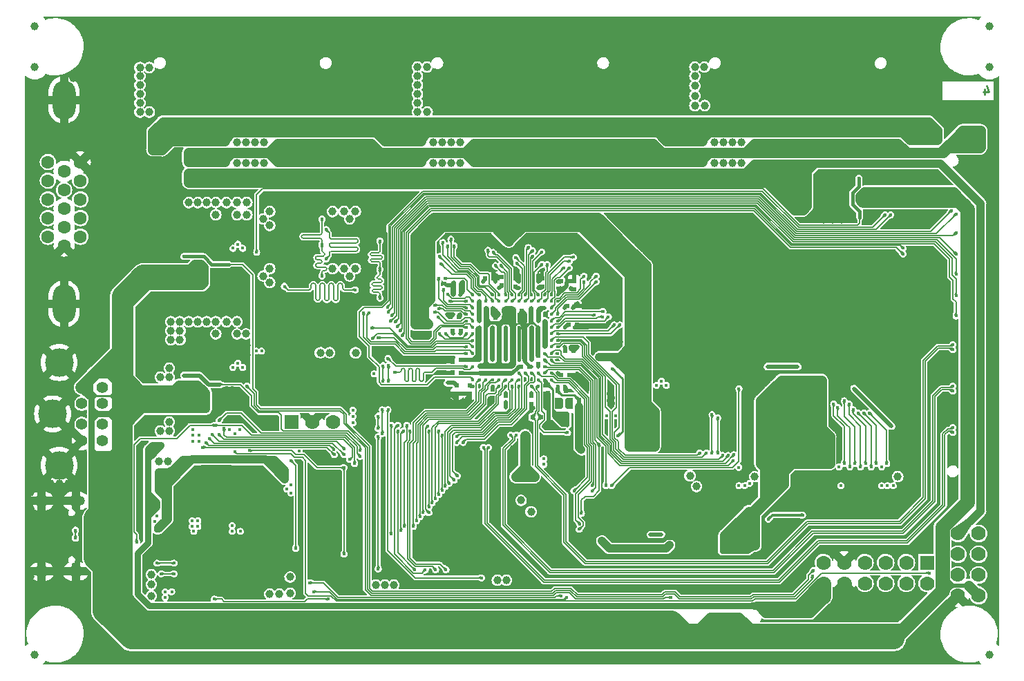
<source format=gbr>
%TF.GenerationSoftware,KiCad,Pcbnew,7.0.11-7.0.11~ubuntu22.04.1*%
%TF.CreationDate,2024-03-11T16:24:11+02:00*%
%TF.ProjectId,GateMateA1-EVB_Rev_B,47617465-4d61-4746-9541-312d4556425f,B*%
%TF.SameCoordinates,PX5f5e100PY7bfa480*%
%TF.FileFunction,Copper,L4,Bot*%
%TF.FilePolarity,Positive*%
%FSLAX46Y46*%
G04 Gerber Fmt 4.6, Leading zero omitted, Abs format (unit mm)*
G04 Created by KiCad (PCBNEW 7.0.11-7.0.11~ubuntu22.04.1) date 2024-03-11 16:24:11*
%MOMM*%
%LPD*%
G01*
G04 APERTURE LIST*
%ADD10C,0.254000*%
%TA.AperFunction,NonConductor*%
%ADD11C,0.254000*%
%TD*%
%TA.AperFunction,ComponentPad*%
%ADD12O,2.200000X1.200000*%
%TD*%
%TA.AperFunction,ComponentPad*%
%ADD13O,2.000000X1.300000*%
%TD*%
%TA.AperFunction,ComponentPad*%
%ADD14C,1.778000*%
%TD*%
%TA.AperFunction,ComponentPad*%
%ADD15R,1.778000X1.778000*%
%TD*%
%TA.AperFunction,ComponentPad*%
%ADD16C,1.410000*%
%TD*%
%TA.AperFunction,ComponentPad*%
%ADD17C,3.500000*%
%TD*%
%TA.AperFunction,ComponentPad*%
%ADD18C,1.000000*%
%TD*%
%TA.AperFunction,ComponentPad*%
%ADD19C,1.800000*%
%TD*%
%TA.AperFunction,ComponentPad*%
%ADD20C,1.600000*%
%TD*%
%TA.AperFunction,ComponentPad*%
%ADD21O,2.800000X4.800000*%
%TD*%
%TA.AperFunction,SMDPad,CuDef*%
%ADD22R,0.500000X0.550000*%
%TD*%
%TA.AperFunction,SMDPad,CuDef*%
%ADD23R,0.550000X0.500000*%
%TD*%
%TA.AperFunction,SMDPad,CuDef*%
%ADD24C,1.000000*%
%TD*%
%TA.AperFunction,ConnectorPad*%
%ADD25C,1.000000*%
%TD*%
%TA.AperFunction,ViaPad*%
%ADD26C,0.450000*%
%TD*%
%TA.AperFunction,ViaPad*%
%ADD27C,1.000000*%
%TD*%
%TA.AperFunction,Conductor*%
%ADD28C,0.406400*%
%TD*%
%TA.AperFunction,Conductor*%
%ADD29C,0.508000*%
%TD*%
%TA.AperFunction,Conductor*%
%ADD30C,1.016000*%
%TD*%
%TA.AperFunction,Conductor*%
%ADD31C,0.127000*%
%TD*%
%TA.AperFunction,Conductor*%
%ADD32C,0.381000*%
%TD*%
%TA.AperFunction,Conductor*%
%ADD33C,0.254000*%
%TD*%
%TA.AperFunction,Conductor*%
%ADD34C,1.270000*%
%TD*%
%TA.AperFunction,Conductor*%
%ADD35C,1.778000*%
%TD*%
%TA.AperFunction,Conductor*%
%ADD36C,0.457200*%
%TD*%
%TA.AperFunction,Conductor*%
%ADD37C,0.450000*%
%TD*%
%TA.AperFunction,Conductor*%
%ADD38C,0.762000*%
%TD*%
%TA.AperFunction,Conductor*%
%ADD39C,2.540000*%
%TD*%
%TA.AperFunction,Conductor*%
%ADD40C,1.524000*%
%TD*%
%TA.AperFunction,Conductor*%
%ADD41C,2.032000*%
%TD*%
%TA.AperFunction,Conductor*%
%ADD42C,0.165100*%
%TD*%
%TA.AperFunction,Conductor*%
%ADD43C,0.304800*%
%TD*%
G04 APERTURE END LIST*
D10*
D11*
X117905561Y70814881D02*
X117905561Y70137548D01*
X118147466Y71201928D02*
X118389371Y70476214D01*
X118389371Y70476214D02*
X117760418Y70476214D01*
D12*
X6530000Y11680000D03*
X6530000Y20320000D03*
D13*
X2350000Y11680000D03*
X2350000Y20320000D03*
D14*
X114630000Y11255000D03*
X117170000Y16335000D03*
D15*
X110850000Y12770000D03*
D14*
X108310000Y12770000D03*
X105770000Y12770000D03*
X103230000Y12770000D03*
X100690000Y12770000D03*
X98150000Y12770000D03*
X110850000Y10230000D03*
X108310000Y10230000D03*
X105770000Y10230000D03*
X103230000Y10230000D03*
X100690000Y10230000D03*
X98150000Y10230000D03*
D16*
X7270000Y29730000D03*
X7270000Y32270000D03*
X7270000Y27740000D03*
X7270000Y34260000D03*
X9810000Y27740000D03*
X9810000Y34260000D03*
X9810000Y32270000D03*
X9810000Y29730000D03*
D17*
X4500000Y37300000D03*
X3700000Y31000000D03*
X4500000Y24700000D03*
D14*
X114630000Y13795000D03*
X114630000Y8715000D03*
D18*
X23100000Y23206200D03*
X23100000Y20806200D03*
D19*
X24300000Y22006200D03*
D18*
X25500000Y23206200D03*
X25570000Y20806200D03*
D14*
X117170000Y11255000D03*
X114630000Y16335000D03*
X117170000Y8715000D03*
X117170000Y13795000D03*
D20*
X7090000Y52720000D03*
X7090000Y55010000D03*
X7090000Y57300000D03*
X7090000Y59590000D03*
X7090000Y61880000D03*
X5110000Y51575000D03*
X5110000Y53865000D03*
X5110000Y56155000D03*
X5110000Y58445000D03*
X5110000Y60735000D03*
X3130000Y52720000D03*
X3130000Y55010000D03*
X3130000Y57300000D03*
X3130000Y59590000D03*
X3130000Y61880000D03*
D21*
X5110000Y69495000D03*
X5110000Y44505000D03*
D15*
X32960000Y30000000D03*
D14*
X35500000Y30000000D03*
X38040000Y30000000D03*
D22*
X58482600Y38800000D03*
X57517400Y38800000D03*
D23*
X59600000Y35892000D03*
X59600000Y36908000D03*
X64400000Y34608000D03*
X64400000Y33592000D03*
D22*
X58482600Y40400000D03*
X57517400Y40400000D03*
X66492000Y38700000D03*
X67508000Y38700000D03*
X53708000Y37600000D03*
X52692000Y37600000D03*
X61392000Y38800000D03*
X62408000Y38800000D03*
D23*
X60400000Y47608000D03*
X60400000Y46592000D03*
X67600000Y46292000D03*
X67600000Y47308000D03*
X54800000Y34508000D03*
X54800000Y33492000D03*
D22*
X67192000Y31900000D03*
X68208000Y31900000D03*
X57992000Y42800000D03*
X59008000Y42800000D03*
X55792000Y40400000D03*
X56808000Y40400000D03*
D24*
X1500000Y73500000D03*
D22*
X64158000Y41200000D03*
X63142000Y41200000D03*
X64492000Y31000000D03*
X65508000Y31000000D03*
X57708000Y47600000D03*
X56692000Y47600000D03*
X61392000Y39600000D03*
X62408000Y39600000D03*
X67808000Y44200000D03*
X66792000Y44200000D03*
X64492000Y31900000D03*
X65508000Y31900000D03*
D25*
X1500000Y78500000D03*
D22*
X52442000Y42850000D03*
X53458000Y42850000D03*
X64158000Y39600000D03*
X63142000Y39600000D03*
X67192000Y32700000D03*
X68208000Y32700000D03*
X62108000Y36800000D03*
X61092000Y36800000D03*
X63508000Y30600000D03*
X62492000Y30600000D03*
X60208000Y41200000D03*
X59192000Y41200000D03*
X57992000Y43600000D03*
X59008000Y43600000D03*
X53708000Y36000000D03*
X52692000Y36000000D03*
D25*
X118500000Y78500000D03*
D22*
X66608000Y33800000D03*
X65592000Y33800000D03*
X53708000Y46000000D03*
X52692000Y46000000D03*
X56908000Y43600000D03*
X55892000Y43600000D03*
X62292000Y43600000D03*
X63308000Y43600000D03*
X64492000Y32700000D03*
X65508000Y32700000D03*
X62292000Y42800000D03*
X63308000Y42800000D03*
X61392000Y38000000D03*
X62408000Y38000000D03*
D23*
X62400000Y32192000D03*
X62400000Y33208000D03*
X58700000Y46792000D03*
X58700000Y47808000D03*
D22*
X64158000Y40400000D03*
X63142000Y40400000D03*
X58482600Y39600000D03*
X57517400Y39600000D03*
D23*
X66000000Y47308000D03*
X66000000Y46292000D03*
D25*
X1500000Y1500000D03*
D22*
X58482600Y38000000D03*
X57517400Y38000000D03*
X60192000Y43600000D03*
X61208000Y43600000D03*
D24*
X118500000Y1500000D03*
D23*
X53200000Y34508000D03*
X53200000Y33492000D03*
X57600000Y34008000D03*
X57600000Y32992000D03*
D24*
X118500000Y73500000D03*
D22*
X61392000Y40400000D03*
X62408000Y40400000D03*
D23*
X58000000Y35892000D03*
X58000000Y36908000D03*
X63700000Y46592000D03*
X63700000Y47608000D03*
D22*
X52692000Y41200000D03*
X53708000Y41200000D03*
D23*
X63200000Y38108000D03*
X63200000Y37092000D03*
D22*
X61392000Y41200000D03*
X62408000Y41200000D03*
X60208000Y40400000D03*
X59192000Y40400000D03*
X58482600Y41200000D03*
X57517400Y41200000D03*
X55792000Y38800000D03*
X56808000Y38800000D03*
X60208000Y38800000D03*
X59192000Y38800000D03*
X67008000Y35800000D03*
X65992000Y35800000D03*
D23*
X57200000Y35892000D03*
X57200000Y36908000D03*
D22*
X55792000Y38000000D03*
X56808000Y38000000D03*
X60192000Y42800000D03*
X61208000Y42800000D03*
X55792000Y39600000D03*
X56808000Y39600000D03*
X56908000Y42800000D03*
X55892000Y42800000D03*
X55792000Y41200000D03*
X56808000Y41200000D03*
X60208000Y38000000D03*
X59192000Y38000000D03*
D23*
X59200000Y32192000D03*
X59200000Y33208000D03*
D22*
X67908000Y41900000D03*
X66892000Y41900000D03*
X60208000Y39600000D03*
X59192000Y39600000D03*
X53708000Y46800000D03*
X52692000Y46800000D03*
D23*
X56400000Y35892000D03*
X56400000Y36908000D03*
X58800000Y35892000D03*
X58800000Y36908000D03*
D26*
X25700000Y31900000D03*
D27*
X84500000Y44500000D03*
D26*
X43100000Y34700000D03*
X107000000Y60800000D03*
X58800000Y28200000D03*
X82575000Y16625000D03*
D27*
X1016000Y39400000D03*
X82400000Y78800000D03*
D26*
X60000000Y39200000D03*
D27*
X66100000Y78800000D03*
D26*
X71608000Y29800000D03*
D27*
X32200000Y1051002D03*
X8100000Y74200000D03*
D26*
X24250000Y37400000D03*
D27*
X84800000Y76600000D03*
X97500000Y78800000D03*
D26*
X104608000Y59200000D03*
D27*
X95800000Y11900000D03*
D26*
X19800000Y36722962D03*
D27*
X25500000Y32700000D03*
D26*
X24900000Y51400000D03*
D27*
X27300000Y32700000D03*
X34400000Y34500000D03*
X26500000Y20900000D03*
X118800000Y54400000D03*
X105300000Y21261000D03*
D26*
X100400000Y60800000D03*
X62000000Y52900000D03*
X14400000Y25900000D03*
D27*
X23200000Y24265000D03*
X4500000Y10600000D03*
X38200000Y1051002D03*
X78200000Y1051002D03*
X35500000Y34500000D03*
D26*
X99700000Y60000000D03*
X99700000Y59200000D03*
X63200000Y40000000D03*
D27*
X84800000Y77700000D03*
X87000000Y44500000D03*
X112800000Y7000000D03*
D26*
X58000000Y48000000D03*
X60800000Y48000000D03*
X64100000Y16900000D03*
D27*
X111800000Y70000000D03*
D26*
X56000000Y34400000D03*
X33900000Y22500000D03*
D27*
X4500000Y11700000D03*
D26*
X77600000Y17000000D03*
D27*
X95840000Y21650000D03*
X31000000Y44900000D03*
X31200000Y34200000D03*
X100100000Y19200010D03*
X118800000Y66000000D03*
D26*
X14400000Y24500000D03*
D27*
X12300000Y67200000D03*
D26*
X105800000Y20500000D03*
X109000000Y54400000D03*
X60900000Y18500000D03*
X82575000Y15700000D03*
X48700000Y15700000D03*
X68000000Y44600000D03*
D27*
X14400000Y76600000D03*
D26*
X55100000Y52900000D03*
X69200000Y41600000D03*
D27*
X81400000Y14600000D03*
D26*
X51500000Y36000000D03*
D27*
X106200000Y1051002D03*
D26*
X68000000Y39200000D03*
X62600000Y31700000D03*
D27*
X1016000Y57400000D03*
X23700000Y38200000D03*
D26*
X50400000Y15700000D03*
D27*
X117500000Y68800000D03*
D26*
X65600000Y46400000D03*
D27*
X6700000Y22500000D03*
D26*
X98700000Y36150000D03*
D27*
X22100000Y24265000D03*
D26*
X78300000Y15400000D03*
X59200000Y32500000D03*
D27*
X68400000Y25200000D03*
X78575000Y18900000D03*
D26*
X64850000Y16900000D03*
X23600000Y31900000D03*
D27*
X68200000Y1051002D03*
X118800000Y14200000D03*
X13000000Y78800000D03*
D26*
X65600000Y45600000D03*
D27*
X82400000Y75500000D03*
D26*
X69197176Y33900000D03*
D27*
X101100000Y19200000D03*
D26*
X72400000Y32300000D03*
D27*
X111800000Y78800000D03*
D26*
X59700000Y17700000D03*
D27*
X25400000Y24265000D03*
D26*
X61600000Y41600000D03*
D27*
X6923887Y6923887D03*
X1016000Y65400000D03*
D26*
X69700000Y13600000D03*
D27*
X118800000Y16600000D03*
D26*
X14400000Y23800000D03*
D27*
X118800000Y41700000D03*
X44200000Y1051002D03*
D26*
X58400000Y41600000D03*
X68266229Y35766229D03*
D27*
X118800000Y64700000D03*
X55900000Y78800000D03*
X82400000Y76600000D03*
X100100000Y78800000D03*
D26*
X103900000Y59200000D03*
D27*
X3000000Y13200000D03*
D26*
X25000000Y33500000D03*
D27*
X25500000Y47300000D03*
D26*
X89100000Y20000000D03*
X70200000Y19500000D03*
X72400000Y33000000D03*
X60800000Y47200000D03*
X99700000Y60800000D03*
D27*
X16800000Y78800000D03*
D26*
X63200000Y41600000D03*
X23489000Y47800000D03*
D27*
X1000000Y9000000D03*
D26*
X79200000Y13600000D03*
D27*
X41000000Y78800000D03*
X111800000Y74500000D03*
X36700000Y12000000D03*
D26*
X80150000Y20600000D03*
D27*
X73700000Y78800000D03*
X4500000Y19200000D03*
X3000000Y15400000D03*
D26*
X56800000Y44000000D03*
D27*
X75000000Y78800000D03*
X118800000Y49350000D03*
D26*
X105300000Y59200000D03*
X36400000Y23200000D03*
D27*
X50800000Y75500000D03*
D26*
X58400000Y38400000D03*
D27*
X53400000Y78800000D03*
D26*
X52800000Y38000000D03*
X56200000Y17300000D03*
X60000000Y40000000D03*
D27*
X70700000Y39800000D03*
X92300000Y1051002D03*
D26*
X77600000Y17650000D03*
D27*
X27500000Y52800000D03*
D26*
X96350000Y21050000D03*
D27*
X118800000Y56950000D03*
X82200000Y1051002D03*
X50800000Y77700000D03*
X110700000Y78800000D03*
X58500000Y78800000D03*
X1000000Y11000000D03*
X104200000Y1051002D03*
X9800000Y59400000D03*
X1016000Y45400000D03*
D26*
X65600000Y38400000D03*
X59200000Y36800000D03*
D27*
X1016000Y71400000D03*
D26*
X49600000Y15700000D03*
X23500000Y50000000D03*
D27*
X9800000Y62200000D03*
X28200000Y1051002D03*
X9000000Y78800000D03*
X118800000Y46800000D03*
D26*
X26600000Y30100000D03*
X66800000Y32700000D03*
D27*
X27500000Y38200000D03*
D26*
X22600000Y51100000D03*
D27*
X98200000Y54800000D03*
D26*
X14400000Y26600000D03*
D27*
X13100000Y66400000D03*
X1000000Y29400000D03*
X96200000Y1051002D03*
X112200000Y1051002D03*
X20200000Y1051002D03*
X106700000Y60100000D03*
X94200000Y39000000D03*
D26*
X59700000Y18500000D03*
X94000000Y20600000D03*
X66400000Y34400000D03*
D27*
X94900000Y22000000D03*
X111800000Y76000000D03*
X89800000Y1051002D03*
D26*
X61600000Y40000000D03*
X100400000Y59200000D03*
D27*
X100200000Y1051002D03*
D26*
X23500000Y37400000D03*
D27*
X48200000Y1051002D03*
D26*
X63200000Y40800000D03*
X63200000Y48000000D03*
X20500000Y15100000D03*
D27*
X46200000Y1051002D03*
X1016000Y63400000D03*
X91900000Y40300000D03*
X98800000Y59200000D03*
D26*
X65600000Y16900000D03*
D27*
X24200000Y1051002D03*
D26*
X56800000Y43200000D03*
D27*
X6200000Y72200000D03*
D26*
X66800000Y47200000D03*
D27*
X84700000Y1051002D03*
D26*
X35200000Y21100000D03*
X26400000Y31900000D03*
X37600000Y25300000D03*
D27*
X92400000Y78800000D03*
D26*
X60000000Y38400000D03*
D27*
X50200000Y1051002D03*
D26*
X20400000Y37200000D03*
X39000000Y32400000D03*
D27*
X42500000Y78800000D03*
D26*
X78300000Y33000000D03*
D27*
X94200000Y40300000D03*
D26*
X24900000Y48700000D03*
D27*
X26500000Y22000000D03*
D26*
X56800000Y41600000D03*
X103200000Y60800000D03*
D27*
X111800000Y3000000D03*
X48400000Y78800000D03*
D26*
X56800000Y38400000D03*
X33900000Y25200000D03*
D27*
X1016000Y61400000D03*
X1016000Y51400000D03*
X89900000Y78800000D03*
D26*
X52799990Y43200000D03*
D27*
X24300000Y24265000D03*
D26*
X55600000Y52300000D03*
D27*
X35200000Y50000000D03*
X118800000Y36650000D03*
D26*
X94900000Y20600000D03*
D27*
X91900000Y39000000D03*
D26*
X107500000Y55400000D03*
X103200000Y60100000D03*
X72400000Y20100000D03*
X106200000Y59200000D03*
X25500000Y37900000D03*
X21500000Y15100000D03*
X25500000Y52500000D03*
X63200000Y47200000D03*
X64000000Y32700000D03*
D27*
X100377038Y54800000D03*
X32100000Y78800000D03*
D26*
X52864309Y47135691D03*
X67400000Y44000000D03*
D27*
X44000000Y78800000D03*
D26*
X62400000Y44000000D03*
D27*
X118800000Y21400000D03*
X18500000Y52400000D03*
X1000000Y7000000D03*
D26*
X60000000Y42400000D03*
D27*
X94900000Y23100000D03*
D26*
X21000000Y14600000D03*
X24200000Y52100000D03*
D27*
X30200000Y1051002D03*
D26*
X71100000Y26800000D03*
D27*
X23700000Y52800000D03*
D26*
X37300000Y19500000D03*
X71799990Y33492000D03*
X59200000Y44000000D03*
D27*
X26500000Y23200000D03*
X118800000Y31550000D03*
X71150000Y78800000D03*
X22100000Y19800000D03*
X13100000Y53800000D03*
X81400000Y16800000D03*
X58200000Y1051002D03*
D26*
X105300000Y60800000D03*
D27*
X1016000Y49400000D03*
X36200000Y44100000D03*
D26*
X50800000Y35000000D03*
X23500000Y36000000D03*
D27*
X111800000Y71500000D03*
D26*
X61600000Y38400000D03*
D27*
X1016000Y67400000D03*
X1016000Y69400000D03*
X26400000Y38200000D03*
D26*
X24200000Y51400000D03*
X64000000Y43200000D03*
X39800000Y32400000D03*
D27*
X18200000Y1051002D03*
X61000000Y78800000D03*
D26*
X77600000Y15400000D03*
X106299999Y19999999D03*
D27*
X1016000Y37400000D03*
X111800000Y77300000D03*
D26*
X61600000Y40800000D03*
D27*
X5600000Y22500000D03*
D26*
X68400000Y41600000D03*
D27*
X100800000Y37025000D03*
D26*
X59200000Y31800000D03*
D27*
X14400000Y77700000D03*
D26*
X61600000Y39200000D03*
D27*
X76200000Y1051002D03*
D26*
X77600000Y13600000D03*
D27*
X114500000Y68800000D03*
D26*
X67199992Y39200000D03*
D27*
X36200000Y1051002D03*
X84800000Y75500000D03*
X19400000Y78800000D03*
D26*
X62400000Y35200000D03*
D27*
X12200000Y1051002D03*
X64200000Y1051002D03*
X118800000Y44300000D03*
D26*
X24200000Y48000000D03*
X62400000Y36800000D03*
X23600000Y33500000D03*
D27*
X1000000Y27400000D03*
D26*
X21000000Y30100000D03*
X77700000Y33500000D03*
D27*
X14400000Y78800000D03*
D26*
X94900000Y17300000D03*
X23489000Y48500000D03*
X56800000Y40800000D03*
X52125000Y38000000D03*
D27*
X105200000Y78800000D03*
X82600000Y20200000D03*
X1016000Y59400000D03*
D26*
X57200000Y32100000D03*
D27*
X68600000Y78800000D03*
D26*
X60000000Y41600000D03*
D27*
X42000000Y48800000D03*
X91900000Y44500000D03*
X79600000Y1051002D03*
D26*
X25400000Y30100000D03*
D27*
X19400000Y15000000D03*
X10200000Y1051002D03*
X31800000Y51100000D03*
X87300000Y1051002D03*
X11000000Y78800000D03*
X24400000Y31600000D03*
X79500000Y78800000D03*
D26*
X99000000Y60800000D03*
X57600000Y36800000D03*
D27*
X81000000Y78800000D03*
X107700000Y78800000D03*
X56200000Y1051002D03*
D26*
X14400000Y25200000D03*
X63200000Y39200000D03*
X52829817Y45598803D03*
X62700000Y52900000D03*
D27*
X60200000Y1051002D03*
X118800000Y26450000D03*
X23200000Y19800000D03*
X102250000Y44500000D03*
D26*
X26000000Y30600000D03*
D27*
X37200000Y78800000D03*
X23700000Y54000000D03*
X22100000Y22000000D03*
X81400000Y15700000D03*
D26*
X26200000Y15100000D03*
X58400000Y40000000D03*
D27*
X14400000Y75500000D03*
X27500000Y54000000D03*
X1016000Y35400000D03*
D26*
X60000000Y43200000D03*
X63200000Y38400000D03*
D27*
X35200000Y51100000D03*
D26*
X25600000Y48100000D03*
X67599996Y41600000D03*
D27*
X1016000Y47400000D03*
D26*
X94900000Y19200000D03*
D27*
X25400000Y19800000D03*
D26*
X69000000Y19508000D03*
D27*
X42600000Y55000000D03*
D26*
X76600000Y18000000D03*
X59299996Y28800000D03*
X73000000Y19500000D03*
X21000000Y15600000D03*
X35900000Y21100000D03*
D27*
X97600000Y59200000D03*
X54200000Y1051002D03*
X78000000Y78800000D03*
D26*
X60000000Y37600000D03*
X40500000Y32400000D03*
D27*
X98700000Y37010999D03*
X50800000Y78800000D03*
X1000000Y21400000D03*
X34600000Y78800000D03*
X29600000Y78800000D03*
X1000000Y13200000D03*
X107250000Y20750000D03*
X118800000Y59500000D03*
D26*
X14400000Y17500000D03*
D27*
X60200000Y26700000D03*
X3400000Y22500000D03*
X34200000Y1051002D03*
X93050000Y40300000D03*
X26200000Y1051002D03*
D26*
X56000000Y36800000D03*
D27*
X88400000Y20750000D03*
X41900000Y54200000D03*
X48400000Y75500000D03*
X13100000Y49600000D03*
D26*
X24250000Y36700000D03*
X94900000Y18000000D03*
X14400000Y16800000D03*
X14400000Y19600000D03*
D27*
X1000000Y25400000D03*
X4500000Y12800000D03*
X42700000Y47900000D03*
D26*
X38200000Y20600000D03*
D27*
X97800000Y23100000D03*
X27000000Y78800000D03*
X4500000Y20300000D03*
D26*
X102500000Y60800000D03*
X25000000Y36700000D03*
D27*
X24400000Y78800000D03*
X8135002Y1051002D03*
D26*
X66800000Y31900000D03*
X61600000Y37600000D03*
X78900000Y33500000D03*
D27*
X118800000Y67300000D03*
X72200000Y1051002D03*
X82400000Y77700000D03*
X26500000Y19800000D03*
X77600000Y20200000D03*
D26*
X37800000Y20000000D03*
X63900000Y29500000D03*
X100400000Y60000000D03*
X56800000Y37600000D03*
D27*
X9800000Y63600000D03*
D26*
X47800000Y57800000D03*
X44800000Y33500000D03*
X71800000Y19500000D03*
X58400000Y39200000D03*
X110000000Y54400000D03*
D27*
X47000000Y78800000D03*
D26*
X52100000Y33200000D03*
X103200000Y59200000D03*
X21600000Y30600000D03*
D27*
X18300000Y15000000D03*
X71900000Y39800000D03*
X1000000Y31400000D03*
X118800000Y11800000D03*
D26*
X104600000Y60800000D03*
D27*
X1016000Y53400000D03*
X66200000Y1051002D03*
X87400000Y78800000D03*
D26*
X95750000Y20600000D03*
X58300000Y28800000D03*
D27*
X18500000Y51322962D03*
D26*
X64000000Y31900000D03*
D27*
X1000000Y19400000D03*
X102100000Y19200000D03*
X1016000Y41400000D03*
D26*
X59200000Y43200000D03*
D27*
X21900000Y78800000D03*
D26*
X61600000Y35200000D03*
D27*
X79625000Y18900000D03*
X77600000Y19200000D03*
D26*
X27100000Y31900000D03*
D27*
X102200000Y1051002D03*
D26*
X24900000Y48000000D03*
X58000000Y47200016D03*
X23500000Y36700000D03*
X54400000Y32800000D03*
X64800000Y26500000D03*
D27*
X26400000Y52800000D03*
D26*
X58400000Y40800000D03*
X71800000Y32600000D03*
D27*
X16800000Y77700000D03*
X50800000Y76600000D03*
D26*
X24900000Y52100000D03*
D27*
X39700000Y78800000D03*
D26*
X60000000Y40800000D03*
X55600004Y16700000D03*
X51300000Y15700000D03*
D27*
X24300000Y19800000D03*
D26*
X23489000Y47100000D03*
D27*
X108200000Y1051002D03*
X94500000Y44500000D03*
X106295505Y21261000D03*
D26*
X73400000Y15700000D03*
D27*
X1000000Y15400000D03*
D26*
X58400000Y37600000D03*
D27*
X80600000Y19200000D03*
X102600000Y78800000D03*
X97800000Y22000000D03*
X1016000Y33400000D03*
X118800000Y9400000D03*
X98200000Y1051002D03*
D26*
X60300000Y18000000D03*
D27*
X109200000Y78800000D03*
D26*
X52000000Y43200000D03*
X63908000Y26900000D03*
X56800000Y42400000D03*
D27*
X19577038Y51322962D03*
X23700000Y39400000D03*
X83700000Y20200000D03*
X8100000Y77800000D03*
D26*
X43700000Y38400000D03*
X58400000Y36800000D03*
X77600000Y18300000D03*
D27*
X62400000Y52200000D03*
X1016000Y43400000D03*
X42200000Y1051002D03*
X4500000Y22500000D03*
X16800000Y75500000D03*
X70200000Y1051002D03*
D26*
X69600000Y20100000D03*
D27*
X112900000Y78800000D03*
X33500000Y50000000D03*
X31800000Y44100000D03*
X99750000Y44500000D03*
D26*
X35200000Y20400000D03*
D27*
X22200000Y1051002D03*
X60200000Y25100000D03*
D26*
X63908000Y28200000D03*
X52800000Y40800000D03*
D27*
X40200000Y1051002D03*
D26*
X26700000Y15600000D03*
X20000000Y15600000D03*
X22600000Y36500000D03*
D27*
X13100000Y65000000D03*
D26*
X94900000Y19900000D03*
D27*
X113000000Y68800000D03*
D26*
X36900000Y25300000D03*
X100600000Y36150000D03*
D27*
X7000000Y78800000D03*
X49700000Y40600000D03*
D26*
X53200000Y32700000D03*
X33900000Y21100000D03*
X60000000Y36800000D03*
X56800000Y39200000D03*
D27*
X18300000Y13900000D03*
X118800000Y23900000D03*
D26*
X87800000Y20000000D03*
D27*
X16800000Y76600000D03*
D26*
X52800000Y33200000D03*
X14400000Y18900000D03*
D27*
X105700000Y60100000D03*
D26*
X23600000Y32700000D03*
D27*
X74200000Y1051002D03*
X116000000Y68800000D03*
D26*
X50800000Y36000000D03*
D27*
X48400000Y77700000D03*
D26*
X72700000Y29800000D03*
D27*
X13100000Y58000000D03*
D26*
X99750000Y36150000D03*
D27*
X62200000Y1051002D03*
X22100000Y23200000D03*
D26*
X101800000Y59200000D03*
X64000000Y33600000D03*
D27*
X48400000Y76600000D03*
X7200000Y73200000D03*
D26*
X14400000Y18200000D03*
D27*
X45500000Y78800000D03*
X26400000Y39400000D03*
X14200000Y1051002D03*
X3000000Y71900000D03*
X63550000Y78800000D03*
X96860000Y21650000D03*
X35200000Y44100000D03*
X118800000Y51900000D03*
X111800000Y5000000D03*
X9800000Y60800000D03*
D26*
X103900000Y60800000D03*
D27*
X111800000Y73000000D03*
X52200000Y1051002D03*
D26*
X25700000Y34200000D03*
X51464601Y37999760D03*
X22200000Y30100000D03*
D27*
X27400000Y47300000D03*
D26*
X111000000Y54400000D03*
D27*
X110200000Y1051002D03*
X4500000Y21400000D03*
X118800000Y39200000D03*
D26*
X43000000Y38400000D03*
X25700000Y15600000D03*
X25000000Y34200000D03*
D27*
X1000000Y17400000D03*
D26*
X106000000Y60800000D03*
D27*
X118800000Y19000000D03*
X95000000Y78800000D03*
X118800000Y34100000D03*
D26*
X37500000Y26000000D03*
X99000000Y60000000D03*
X72300000Y13600000D03*
D27*
X118800000Y7200000D03*
X1016000Y55400000D03*
X27500000Y39400000D03*
D26*
X103900000Y60100000D03*
D27*
X94200000Y1051002D03*
X89500000Y44500000D03*
D26*
X89100000Y21500000D03*
D27*
X48100000Y40600000D03*
D26*
X21500000Y14100000D03*
X68964511Y35067949D03*
X87800000Y21500000D03*
D27*
X16200000Y1051002D03*
X22100000Y20900000D03*
D26*
X57200000Y32800000D03*
D27*
X26400000Y54000000D03*
D26*
X23500000Y51400000D03*
X24300000Y33500000D03*
X101100000Y59200000D03*
D27*
X8100000Y76000000D03*
D26*
X80150000Y19950000D03*
D27*
X7000000Y1051000D03*
D26*
X62400000Y42400000D03*
X106200000Y54100000D03*
D27*
X76500000Y78800000D03*
X84800000Y78800000D03*
X2300000Y22500000D03*
D26*
X25000000Y37400000D03*
D27*
X1000000Y23400000D03*
D26*
X23500000Y35300000D03*
D27*
X99300000Y54800000D03*
D26*
X80800000Y19950000D03*
D27*
X3000000Y17400000D03*
D26*
X89750000Y20750000D03*
D27*
X82600000Y18900000D03*
X18500000Y50200000D03*
D26*
X25700000Y33500000D03*
D27*
X118800000Y62050000D03*
D26*
X25600000Y48800000D03*
X60900000Y17700000D03*
X52200000Y36000000D03*
D27*
X118800000Y29000000D03*
D26*
X65600000Y37600000D03*
X54400000Y32100000D03*
X60000000Y44000000D03*
X56800000Y40000000D03*
X23500000Y50700000D03*
X62400000Y43200000D03*
D27*
X73100000Y39800000D03*
X97000000Y44500000D03*
X29600000Y64275000D03*
X14400000Y72400000D03*
D26*
X58400000Y46400000D03*
D27*
X28500000Y64275000D03*
X28500000Y61725000D03*
X15550000Y68000000D03*
D26*
X58400000Y43200000D03*
D27*
X14400000Y73456921D03*
X29600000Y61725000D03*
X27400000Y64275000D03*
X27400000Y61725000D03*
D26*
X57600000Y44000000D03*
X56400000Y47200000D03*
D27*
X14400000Y69100000D03*
X14400000Y68000000D03*
D26*
X57600000Y43200000D03*
D27*
X15556920Y73456921D03*
X26300000Y64275000D03*
X14400000Y70200000D03*
X26300000Y61725000D03*
X14400000Y71300000D03*
X84800000Y64275000D03*
X88100000Y61725000D03*
X82400000Y71200000D03*
D26*
X63200000Y43200000D03*
D27*
X85900000Y64275000D03*
D26*
X64000000Y44000000D03*
D27*
X82400000Y70000000D03*
X83600000Y68800000D03*
X82400000Y73507994D03*
X87000000Y64275000D03*
D26*
X67200000Y46400000D03*
D27*
X84800000Y61725000D03*
X82400000Y72400000D03*
X82400000Y68800000D03*
D26*
X65600000Y47200000D03*
X66400000Y44000000D03*
D27*
X87000000Y61725000D03*
X88100000Y64275000D03*
D26*
X63200000Y42400000D03*
D27*
X85900000Y61725000D03*
X83570002Y73507994D03*
X50300000Y61725000D03*
D26*
X60800000Y42400000D03*
D27*
X52500000Y61725000D03*
X48400000Y70200000D03*
X48400000Y69100000D03*
D26*
X60800000Y46400000D03*
D27*
X51400000Y64275000D03*
D26*
X60800000Y43200000D03*
D27*
X50300000Y64275000D03*
X49600000Y68000000D03*
X48400000Y72400000D03*
X52500000Y64275000D03*
D26*
X61600000Y43200000D03*
D27*
X49570006Y73507994D03*
X53600000Y61725000D03*
X53600000Y64275000D03*
X48400000Y73507994D03*
X48400000Y71300000D03*
D26*
X61600000Y42400000D03*
D27*
X51400000Y61725000D03*
D26*
X63200000Y46400000D03*
D27*
X48400000Y68000000D03*
D26*
X56000000Y45600000D03*
X51300000Y49400000D03*
X52100000Y51600000D03*
X57600000Y45600000D03*
X52900000Y51600000D03*
X58400000Y45600000D03*
X57963947Y49184500D03*
X59200000Y45600000D03*
X60000000Y45600000D03*
X57050000Y51050000D03*
X60800000Y45600000D03*
X60562393Y49462393D03*
X61600000Y45600000D03*
X62000003Y51400003D03*
X62500000Y50300000D03*
X62400000Y45600000D03*
X63200000Y45600000D03*
X63650000Y49300010D03*
X67499996Y50200000D03*
X64000000Y45600000D03*
X66300000Y48900000D03*
X64800000Y45600000D03*
X56800000Y44800000D03*
X51100000Y50300000D03*
X51500000Y52000000D03*
X57600000Y44800000D03*
X52500000Y52400000D03*
X58399995Y44800005D03*
X59200000Y44800000D03*
X58600000Y49200000D03*
X60000000Y44800000D03*
X57700000Y50800000D03*
X60800000Y44800000D03*
X60456199Y50156194D03*
X62500000Y51000000D03*
X61600000Y44800000D03*
X63643803Y50856197D03*
X62400000Y44800000D03*
X64300000Y49300000D03*
X63200000Y44800000D03*
X64000000Y44800000D03*
X67000000Y49700000D03*
X67000000Y48900000D03*
X64800000Y44800000D03*
X64800000Y44000000D03*
X68800000Y47900000D03*
X65600000Y44800000D03*
X68800000Y47200000D03*
X70300000Y47900000D03*
X64800000Y43200000D03*
X65600000Y43200000D03*
X70300000Y47200000D03*
X64800000Y42400000D03*
X71150000Y43550000D03*
X70100000Y43100000D03*
X65600000Y42400000D03*
X100700000Y24900000D03*
X99400000Y32200000D03*
X99900000Y31800000D03*
X101400000Y24500000D03*
X71100000Y42900000D03*
X102025000Y24900000D03*
X100700000Y32600000D03*
X64800000Y41600000D03*
X71800000Y42900000D03*
X101300000Y32200000D03*
X65600000Y41600000D03*
X102700000Y24500000D03*
X72500000Y41900000D03*
X101800000Y31500000D03*
X103300000Y24900000D03*
X64800000Y40800000D03*
X65600000Y40800000D03*
X102400000Y31100000D03*
X73200000Y41900000D03*
X104000000Y24500000D03*
X103100000Y31100000D03*
X104600000Y24900000D03*
X103800000Y31100000D03*
X105900000Y24900000D03*
X54400000Y39200000D03*
X43600416Y40336610D03*
X42900000Y40223801D03*
X55200000Y39200000D03*
X83000000Y26199998D03*
X64800000Y40000000D03*
X83800000Y26200000D03*
X65600000Y40000000D03*
X84500000Y30900000D03*
X84500000Y26200006D03*
X85200000Y30500000D03*
X85200000Y26200000D03*
X55200000Y40000000D03*
X42761896Y41532321D03*
X54400000Y40800000D03*
X51900000Y40800000D03*
X55200000Y40800000D03*
X51100000Y40800000D03*
X64800000Y39200000D03*
X85825000Y25900006D03*
X86475000Y25900000D03*
X65600000Y39200000D03*
X64000000Y38400000D03*
X87125000Y25300000D03*
X64800000Y38400000D03*
X87200000Y26000000D03*
X44200000Y36900000D03*
X44200000Y35000000D03*
X44849517Y35000000D03*
X44849517Y36915500D03*
X44787367Y37787367D03*
X54400000Y36800000D03*
X55200000Y36800000D03*
X45600000Y36100000D03*
X51905000Y11900000D03*
X56000000Y35200000D03*
X70671495Y27228509D03*
X68500000Y18800000D03*
X64000000Y37600000D03*
X54000000Y27500000D03*
X41400000Y26500000D03*
X62400000Y36000000D03*
X24100000Y30200000D03*
X50635000Y11900000D03*
X47500000Y28900000D03*
X64000000Y36800000D03*
X24057786Y28468775D03*
X69799996Y21500000D03*
X40100000Y25400000D03*
X35200000Y10300000D03*
X68234123Y16849189D03*
X66000000Y8700000D03*
X64800000Y36000000D03*
X63200000Y35200000D03*
X66800000Y28700000D03*
X114000000Y38887600D03*
X62400000Y34400000D03*
X44800008Y31500000D03*
X56250000Y10900004D03*
X49365000Y11900000D03*
X46000000Y29600000D03*
X114000000Y39492400D03*
X63200000Y34400000D03*
X56482899Y26887700D03*
X114000000Y28727600D03*
X114000000Y34412400D03*
X60522999Y28411500D03*
X43600000Y28200000D03*
X43600000Y12000000D03*
X46000000Y28900000D03*
X48095000Y11900000D03*
X57087699Y26887700D03*
X114000000Y29332400D03*
X114000000Y33807600D03*
X59822999Y28411500D03*
D27*
X92900000Y35100000D03*
X94900000Y24900000D03*
D26*
X15950000Y26050000D03*
D27*
X90100000Y7500000D03*
D26*
X86800000Y14100000D03*
D27*
X94900000Y35100000D03*
X89750000Y18100000D03*
D26*
X15900000Y20200000D03*
X85700000Y14100000D03*
D27*
X93900000Y35100000D03*
X91100000Y6500000D03*
X89000000Y18992000D03*
X89750000Y14899992D03*
X94900000Y26100000D03*
X89750000Y16500000D03*
X98900000Y26100000D03*
X97900000Y35100000D03*
X92100000Y7500000D03*
D26*
X16600000Y20200000D03*
D27*
X96900000Y26100000D03*
X97900000Y24900000D03*
X90500000Y24900000D03*
X96900000Y35100000D03*
X95900000Y26100000D03*
X95900000Y35100000D03*
X98900000Y24900000D03*
X90500000Y26100000D03*
D26*
X16450000Y19550000D03*
D27*
X97900000Y26100000D03*
D26*
X17000000Y27200000D03*
X15950000Y19050000D03*
X15900000Y27200000D03*
X16500000Y26600000D03*
X32900000Y25300000D03*
X33490500Y14500000D03*
X16900000Y17200000D03*
D27*
X17250000Y22850000D03*
D26*
X16400000Y16700000D03*
D27*
X32143802Y23000000D03*
X17800000Y23806200D03*
X16700000Y23806200D03*
X12300000Y41200000D03*
X95600000Y4511000D03*
X21500707Y33600000D03*
X74700000Y4400000D03*
X9900000Y20400000D03*
X75699957Y4400000D03*
X21500000Y49300000D03*
X12300000Y39600000D03*
X12200000Y33600000D03*
X9900000Y21500000D03*
D26*
X76950000Y16200000D03*
D27*
X105700000Y58300000D03*
X21500000Y48300000D03*
X9900000Y18200000D03*
X105700000Y57200000D03*
X95600000Y3400000D03*
X8800000Y18200000D03*
X12200000Y34700000D03*
X76700000Y4400000D03*
X94500000Y4511000D03*
D26*
X78300000Y16200000D03*
D27*
X21500000Y34600000D03*
X76700043Y6400000D03*
X9900000Y11100000D03*
X21500000Y31600000D03*
X102600000Y57200000D03*
X8800000Y13300000D03*
X93400000Y3400000D03*
X75699957Y5400000D03*
X76700000Y5400000D03*
X9900000Y12200000D03*
X94500000Y3400000D03*
X93400000Y4511000D03*
X9900000Y19300000D03*
X75700000Y6400000D03*
X22500000Y31600000D03*
X13100000Y40400000D03*
X21500000Y32600000D03*
X104600000Y57200000D03*
X9900000Y10000000D03*
X103600000Y57200000D03*
X74700000Y5400000D03*
X21500000Y47300000D03*
X9900000Y13300000D03*
X74700043Y6400000D03*
D26*
X44800000Y43500000D03*
X113800004Y55900000D03*
X44716750Y44100000D03*
X106400000Y55400000D03*
X50977224Y43922196D03*
X45100000Y42400000D03*
X114400000Y53200000D03*
X54400000Y43200000D03*
X50528151Y44332321D03*
X114400000Y55500000D03*
X45250000Y43050000D03*
X55200000Y43200000D03*
X114400000Y43000000D03*
X46556018Y40621689D03*
X114400000Y45500000D03*
X46300000Y41200000D03*
X45900000Y41700000D03*
X114400000Y48100000D03*
X50899994Y42900000D03*
X54400000Y42400000D03*
X114400000Y50600000D03*
X45700000Y42300000D03*
X50517465Y43506696D03*
X55200000Y42400000D03*
X107900000Y51300000D03*
X54400000Y41600000D03*
X107900000Y50600000D03*
X55200000Y41600000D03*
X6500000Y16750000D03*
X6500000Y15750000D03*
X68300000Y17500008D03*
X63200000Y36000000D03*
X35700000Y9200000D03*
X66700004Y8500000D03*
X71500000Y22199996D03*
X64800000Y37600000D03*
X24700000Y29200006D03*
X40700000Y24900000D03*
X18600000Y11400000D03*
X17000000Y11400000D03*
X16500000Y12700000D03*
X18600000Y12700000D03*
X46700000Y28900000D03*
X46400000Y16700000D03*
X46800000Y17199998D03*
X47100000Y29600000D03*
X56800000Y35200000D03*
X47900000Y17200000D03*
X48300000Y17900000D03*
X57600000Y35200000D03*
X58400000Y35200000D03*
X48700000Y18400000D03*
X58400000Y34400000D03*
X49100000Y18900000D03*
X49800000Y18900000D03*
X49700000Y29500000D03*
X49800000Y19600000D03*
X49800000Y28900000D03*
X38156197Y26656197D03*
X22500000Y27500006D03*
X22100000Y26900000D03*
X38200000Y26000000D03*
X36699994Y47900000D03*
X36700000Y54900000D03*
X36700000Y51699990D03*
X54400000Y44000000D03*
X51000000Y47606978D03*
X43800000Y48700000D03*
X51600000Y46300000D03*
X43800000Y45200000D03*
X43800000Y52200000D03*
X55200000Y44000000D03*
X51800000Y47600000D03*
X55200000Y45600000D03*
X37200000Y50000000D03*
X37200000Y53600000D03*
X54400000Y44800000D03*
X52400001Y44799997D03*
X52100000Y45687614D03*
X55200000Y44800000D03*
X40500000Y31465000D03*
X72700000Y30800000D03*
D27*
X32800000Y9011262D03*
D26*
X20800000Y17200000D03*
D27*
X17800000Y25200000D03*
X32800000Y11000000D03*
X18000000Y30000000D03*
X16000000Y63400000D03*
D26*
X59200000Y33600000D03*
X56000000Y40800000D03*
X55200000Y36000000D03*
D27*
X15800000Y8700000D03*
X16000000Y65550000D03*
X112100000Y65700000D03*
D26*
X20900000Y29100000D03*
D27*
X89750000Y23300000D03*
D26*
X32400000Y21800000D03*
D27*
X109900000Y64600000D03*
D26*
X56000000Y39200000D03*
X26700000Y16600000D03*
X52800000Y34800000D03*
X56000000Y41600000D03*
D27*
X23700000Y40800000D03*
X17100000Y63400000D03*
D26*
X87800000Y22200000D03*
X78300000Y35000000D03*
X64000000Y40800000D03*
D27*
X83300000Y65550000D03*
D26*
X56800000Y36000000D03*
X40500000Y30700000D03*
X66800000Y31000000D03*
X25400000Y29100000D03*
X16200000Y17800000D03*
X63900000Y25500000D03*
X64000000Y40000000D03*
D27*
X23700000Y64500000D03*
D26*
X25800000Y36700000D03*
D27*
X18200000Y41200000D03*
D26*
X26000000Y28600000D03*
D27*
X18000000Y35500000D03*
D26*
X105275000Y24500000D03*
X56000000Y37600000D03*
D27*
X19300000Y40100000D03*
X21500000Y42300000D03*
X30300000Y8900000D03*
D26*
X53600000Y40800000D03*
D27*
X82200000Y64500000D03*
X18000000Y36600000D03*
X83300000Y64500000D03*
X18000000Y28900000D03*
D26*
X32900000Y21300000D03*
X57600000Y36000000D03*
D27*
X111000000Y64600000D03*
D26*
X21600000Y27600000D03*
X56000000Y38400000D03*
D27*
X21500000Y64500000D03*
X44400000Y65550000D03*
X20400000Y42300000D03*
D26*
X54400000Y36000000D03*
X58400000Y36000000D03*
X26600000Y29100000D03*
X60800000Y36800000D03*
X26400000Y37200000D03*
D27*
X81100000Y64500000D03*
D26*
X27000000Y36700000D03*
D27*
X112100000Y64600000D03*
D26*
X64000000Y39200000D03*
X17500000Y8500000D03*
X56000000Y40000000D03*
D27*
X58200000Y10600000D03*
D26*
X29300000Y38687000D03*
X21600000Y28400000D03*
X87775000Y24450000D03*
X63200000Y36800000D03*
X57600000Y34400000D03*
D27*
X108800000Y65700000D03*
D26*
X106700000Y22200000D03*
D27*
X24750000Y65550000D03*
D26*
X25700000Y16600000D03*
D27*
X16900000Y28900000D03*
X16000000Y64500000D03*
D26*
X64000000Y41600000D03*
D27*
X22600000Y64500000D03*
X15800000Y11300000D03*
X107250000Y23300000D03*
X108800000Y64600000D03*
X24750000Y64500000D03*
X82600000Y22100000D03*
D26*
X55200000Y34400000D03*
X18300000Y9200000D03*
D27*
X26300000Y42300000D03*
D26*
X52100000Y34800000D03*
D27*
X16900000Y35500000D03*
X81800000Y23400000D03*
X61100000Y20400000D03*
D26*
X64000000Y42400000D03*
D27*
X16700000Y25200000D03*
D26*
X21500000Y17900000D03*
X105300000Y22200000D03*
X63900000Y24800000D03*
X89100000Y22500000D03*
D27*
X80000000Y64500000D03*
X19300000Y41200000D03*
D26*
X16500000Y18450000D03*
D27*
X109900000Y65700000D03*
X37618355Y38500000D03*
D26*
X17500000Y9200000D03*
D27*
X18200000Y65550000D03*
D26*
X25700000Y17300000D03*
X78900000Y34500000D03*
D27*
X25000000Y42300000D03*
X17100000Y65550000D03*
X19300000Y42300000D03*
D26*
X60000000Y36000000D03*
X66800000Y29600000D03*
D27*
X20400000Y64500000D03*
X47700000Y64500000D03*
D26*
X40500000Y29900000D03*
X21000000Y16600000D03*
D27*
X27400000Y40800000D03*
X40818355Y38490500D03*
D26*
X21500000Y17200000D03*
X28651000Y38687000D03*
D27*
X22600000Y42300000D03*
D26*
X64000000Y35200000D03*
D27*
X31500000Y8900000D03*
X78900000Y64500000D03*
D26*
X20800000Y17900000D03*
X32900000Y22300000D03*
X66400000Y39200000D03*
D27*
X18200000Y64500000D03*
D26*
X66800000Y30300000D03*
D27*
X44400000Y10000000D03*
X26300000Y40800000D03*
X36500000Y38500000D03*
D26*
X66400000Y41600000D03*
D27*
X18200000Y42300000D03*
D26*
X56000000Y36000000D03*
D27*
X78900000Y65550000D03*
D26*
X20900000Y28400000D03*
X100075000Y24500000D03*
D27*
X111000000Y65700000D03*
D26*
X88500000Y22200000D03*
D27*
X62330000Y19000000D03*
D26*
X77700000Y34500000D03*
D27*
X46600000Y64500000D03*
D26*
X64000000Y34400000D03*
X20900000Y27600000D03*
D27*
X17100000Y64500000D03*
X23700000Y42300000D03*
D26*
X54400000Y37600000D03*
D27*
X20400000Y65550000D03*
X48800000Y64500000D03*
X18200000Y40100000D03*
D26*
X71608000Y30800000D03*
D27*
X43300000Y10000000D03*
X44400000Y64500000D03*
X45500000Y10000000D03*
D26*
X33900000Y26455500D03*
D27*
X15800000Y10100000D03*
X59300000Y10600000D03*
D26*
X59200000Y36000000D03*
D27*
X45500000Y64500000D03*
D26*
X100300000Y22200000D03*
D27*
X48800000Y65550000D03*
D26*
X43100000Y35900000D03*
X106000000Y22200000D03*
X39400000Y26000000D03*
X61600000Y36000000D03*
X53200000Y27500000D03*
X22900000Y28000000D03*
X52900000Y22900000D03*
X60800000Y35200000D03*
X53300000Y23400000D03*
X60800000Y34400000D03*
X60800000Y37600000D03*
D27*
X76400000Y28000000D03*
X76400000Y27000000D03*
X61600000Y23300000D03*
D26*
X59200000Y40000000D03*
X57600000Y40800000D03*
D27*
X61600000Y26700000D03*
X61600000Y25100000D03*
D26*
X57600000Y37600000D03*
D27*
X59600000Y53300000D03*
X72300000Y37992000D03*
X77400000Y27000000D03*
X74400000Y27000000D03*
X75900000Y38000000D03*
D26*
X57600000Y39200000D03*
X62400000Y41600000D03*
X59200000Y40800000D03*
X60800000Y38400000D03*
X62400000Y38400000D03*
X57600000Y40000000D03*
X60800000Y39200000D03*
X57600000Y41600000D03*
D27*
X75400000Y27000000D03*
X77400000Y28000000D03*
X49700000Y42000000D03*
D26*
X57600000Y38400000D03*
D27*
X59600000Y52200000D03*
D26*
X59200000Y37600000D03*
D27*
X74400000Y33500000D03*
X73900000Y37992000D03*
X70700000Y37992000D03*
X74400000Y34500000D03*
X75400000Y28000000D03*
D26*
X59200000Y41600000D03*
D27*
X61600000Y28300000D03*
X74400000Y28000000D03*
D26*
X60800000Y40000000D03*
X59200000Y39200000D03*
X62400000Y39200000D03*
X59200000Y38400000D03*
D27*
X74900000Y38000000D03*
D26*
X60800000Y40800000D03*
D27*
X48100000Y42000000D03*
D26*
X60800000Y41600000D03*
X62400000Y40800000D03*
D27*
X62700000Y23300000D03*
D26*
X62400000Y40000000D03*
X62400000Y37600000D03*
D27*
X60500000Y23300000D03*
X74400000Y32500000D03*
X32400000Y63000000D03*
X33600000Y61900000D03*
X25000000Y56900000D03*
X78900000Y63000000D03*
X30300000Y48800000D03*
X27500000Y56900000D03*
X115200000Y65700000D03*
X31300000Y61900000D03*
X26300000Y55400000D03*
X33600000Y63000000D03*
X23700000Y61900000D03*
X30300000Y47100000D03*
X30300000Y54100000D03*
D26*
X27000000Y51300000D03*
D27*
X20400000Y56900000D03*
X38000000Y48812201D03*
X78900000Y61900000D03*
X83300000Y61900000D03*
D26*
X26400000Y51800000D03*
D27*
X48800000Y63000000D03*
X20400000Y63000000D03*
X24800000Y61900000D03*
X23700000Y56900000D03*
X44400000Y63000000D03*
X29500000Y47900000D03*
X39400000Y55800000D03*
X30300000Y55800000D03*
X22600000Y61900000D03*
X45500000Y61900000D03*
X38000000Y55800000D03*
D26*
X56000000Y43200000D03*
D27*
X40800000Y55800000D03*
D26*
X53600000Y45600000D03*
D27*
X21500000Y56900000D03*
X83300000Y63000000D03*
X26300000Y56900000D03*
D26*
X56000000Y42400000D03*
D27*
X24800000Y63000000D03*
X32400000Y61900000D03*
X116300000Y65700000D03*
X21500000Y61900000D03*
X40100000Y54900000D03*
X117400000Y64600000D03*
X29500000Y54900000D03*
D26*
X25800000Y51300000D03*
D27*
X80000000Y61900000D03*
X27500000Y55400000D03*
X46600000Y61900000D03*
X47700000Y61900000D03*
X81100000Y61900000D03*
X40800000Y48812201D03*
X48800000Y61900000D03*
X20400000Y61900000D03*
D26*
X53600000Y43200000D03*
D27*
X23700000Y55400000D03*
X44400000Y61900000D03*
X116300000Y64600000D03*
X117400000Y65700000D03*
X82200000Y61900000D03*
D26*
X54000000Y47200000D03*
D27*
X31300000Y63000000D03*
X39400000Y48812201D03*
D26*
X56000000Y44000000D03*
D27*
X22600000Y56900000D03*
X115200000Y64600000D03*
D26*
X56000000Y44800000D03*
D27*
X40100000Y47900000D03*
X20400000Y60450000D03*
X78900000Y59400000D03*
X24800000Y59400000D03*
X47700000Y59400000D03*
X20400000Y59400000D03*
X78900000Y60450000D03*
X83300000Y60450000D03*
X81100000Y59400000D03*
X82200000Y59400000D03*
X21500000Y59400000D03*
X96100000Y59200000D03*
X94600000Y57100000D03*
X94600000Y60450000D03*
X80000000Y59400000D03*
X94600000Y56000000D03*
X24800000Y60450000D03*
X46600000Y59400000D03*
X48800000Y60450000D03*
X23700000Y59400000D03*
X22600000Y59400000D03*
X83300000Y59400000D03*
X94600000Y58200000D03*
X94600000Y59300000D03*
X48800000Y59400000D03*
D26*
X65600000Y36000000D03*
D27*
X68499998Y26600000D03*
D26*
X65600000Y34400000D03*
X62400000Y33600000D03*
X66000000Y31900000D03*
X66000000Y32700000D03*
X72200000Y22200000D03*
X106500000Y29500000D03*
X95000000Y36800000D03*
X87800000Y34100000D03*
X23500000Y8300000D03*
X39400000Y13800000D03*
X91300000Y36800000D03*
X37500000Y8299994D03*
X101900000Y34100000D03*
X27800000Y26500000D03*
X64800000Y35200000D03*
X67576719Y21564326D03*
X39400000Y24400000D03*
X45156606Y16300000D03*
X45200000Y29600000D03*
X55200000Y35200000D03*
X105700000Y55400000D03*
X44100000Y31500000D03*
X44100000Y28600000D03*
X43600000Y29200000D03*
X43600000Y30719000D03*
X111100022Y11500000D03*
X26000000Y26400000D03*
X59200000Y35200000D03*
X50200000Y20100000D03*
X59200000Y34400000D03*
X50600000Y20600000D03*
X51000000Y28900000D03*
X51000000Y21100000D03*
X51400000Y21600000D03*
X51400000Y28400000D03*
X51800000Y22100000D03*
X60000000Y35200000D03*
X52300000Y22500000D03*
X60000000Y34400000D03*
X39422730Y26715500D03*
X53200000Y28200000D03*
X23226786Y28508874D03*
X60800000Y36000000D03*
X32100000Y46635000D03*
X40800000Y46200000D03*
X42500000Y43400000D03*
X55200000Y38400000D03*
X41800000Y43400000D03*
X54400000Y38400000D03*
D27*
X79299287Y14900000D03*
X71000000Y15400000D03*
D26*
X69843800Y22243806D03*
X14000000Y15300000D03*
X41400000Y25800000D03*
X64000000Y36000000D03*
X23600000Y29600000D03*
X72943020Y28300000D03*
X72300000Y36550000D03*
X102500000Y59900000D03*
X28700000Y50800000D03*
X102600000Y55800000D03*
X79500000Y8500000D03*
X19800000Y35700000D03*
X24200000Y34600000D03*
X96800000Y11100000D03*
X91400000Y18100000D03*
X95600000Y18600000D03*
X27500000Y34400000D03*
X24200000Y49300000D03*
X19800000Y50300000D03*
X96900000Y11800000D03*
D28*
X59800000Y42200000D02*
X60000000Y42400000D01*
D29*
X61392000Y41392000D02*
X61600000Y41600000D01*
D30*
X22100000Y23200000D02*
X26000000Y23200000D01*
D29*
X60792000Y48000000D02*
X60400000Y47608000D01*
D31*
X61800000Y41800000D02*
X61900000Y41900000D01*
D32*
X66400000Y34008000D02*
X66400000Y34400000D01*
D28*
X42000000Y45100000D02*
X42600000Y44500000D01*
D29*
X60208000Y42000000D02*
X60208000Y42192000D01*
D32*
X52200000Y37600000D02*
X51800000Y38000000D01*
D29*
X52864309Y47135691D02*
X52864309Y45633295D01*
X61600000Y41600000D02*
X61600000Y37600000D01*
X59200000Y44000000D02*
X59200000Y42992000D01*
D32*
X52567000Y37475000D02*
X52325000Y37475000D01*
D33*
X62650000Y42150000D02*
X62400000Y42400000D01*
D30*
X25400000Y23800000D02*
X22100000Y23800000D01*
D28*
X58400000Y41600000D02*
X58400000Y42200000D01*
X42600000Y55000000D02*
X44500000Y53100000D01*
X42300000Y48300000D02*
X42000000Y48600000D01*
D29*
X52692000Y41200000D02*
X52692000Y40908000D01*
X59008000Y43600000D02*
X59008000Y43808000D01*
D32*
X51464841Y38000000D02*
X51464601Y37999760D01*
D29*
X66640760Y47040760D02*
X66800000Y47200000D01*
X65892000Y46400000D02*
X66000000Y46292000D01*
D31*
X61300000Y41900000D02*
X61900000Y41900000D01*
D28*
X56900000Y42200000D02*
X57300000Y42200000D01*
D29*
X62400000Y44000000D02*
X62400000Y43200000D01*
X60192000Y43600000D02*
X60192000Y43808000D01*
X56400000Y36900000D02*
X56800000Y36900000D01*
X66240520Y46292000D02*
X66640760Y46692240D01*
D32*
X52692000Y37600000D02*
X52567000Y37475000D01*
D34*
X118800000Y7200000D02*
X118805760Y7205760D01*
D32*
X52200000Y37600000D02*
X52692000Y37600000D01*
D29*
X58400000Y41600000D02*
X58400000Y41800000D01*
D28*
X64492000Y31408000D02*
X64492000Y31000000D01*
D29*
X56800000Y41600000D02*
X56800000Y41208000D01*
D32*
X52325000Y37475000D02*
X51989361Y37475000D01*
D29*
X67600000Y44200000D02*
X67407760Y44007760D01*
X59200000Y43200000D02*
X59200000Y42600000D01*
X67808000Y44200000D02*
X67808000Y44408000D01*
X58482600Y38000000D02*
X58482600Y36882600D01*
D28*
X58400000Y41800000D02*
X58000000Y42200000D01*
D35*
X100690000Y8010000D02*
X100700000Y8000000D01*
D29*
X80400000Y13600000D02*
X72300000Y13600000D01*
D33*
X63200000Y41600000D02*
X62650000Y42150000D01*
D29*
X58400000Y41600000D02*
X58400000Y37600000D01*
D30*
X22100000Y23800000D02*
X22100000Y23200000D01*
D33*
X60100000Y42400000D02*
X60500000Y42000000D01*
D29*
X64492000Y31000000D02*
X64492000Y31900000D01*
X60000000Y37600000D02*
X60000000Y37308000D01*
X59600000Y44000000D02*
X60000000Y44000000D01*
X56800000Y37600000D02*
X56800000Y36900000D01*
D33*
X62150000Y42150000D02*
X62400000Y42400000D01*
D29*
X59008000Y43600000D02*
X59019760Y43588240D01*
D35*
X100690000Y10230000D02*
X100690000Y8010000D01*
D36*
X65600000Y46400000D02*
X65892000Y46400000D01*
D29*
X52692000Y46963382D02*
X52864309Y47135691D01*
D34*
X118800000Y67300000D02*
X118800000Y68000000D01*
D29*
X59019760Y43588240D02*
X59019760Y42811760D01*
D32*
X68400000Y41600000D02*
X67599996Y41600000D01*
D28*
X42000000Y48600000D02*
X42000000Y48800000D01*
D29*
X52000000Y43200000D02*
X52799990Y43200000D01*
X58000000Y47600000D02*
X58000000Y47200016D01*
X58700000Y47808000D02*
X58208000Y47808000D01*
X53200000Y33492000D02*
X53200000Y32800000D01*
X60208000Y37008000D02*
X60000000Y36800000D01*
D34*
X111800000Y2651002D02*
X110200000Y1051002D01*
D32*
X52200000Y37600000D02*
X52325000Y37475000D01*
D28*
X58600000Y42200000D02*
X59000000Y42200000D01*
D29*
X53200000Y32800000D02*
X52800000Y33200000D01*
X56800000Y37600000D02*
X56800000Y37308000D01*
D32*
X64000000Y32700000D02*
X64000000Y33600000D01*
D29*
X63200000Y38400000D02*
X63200000Y38108000D01*
D31*
X61600000Y41600000D02*
X61500000Y41600000D01*
D28*
X59008000Y42208000D02*
X59000000Y42200000D01*
D29*
X67192000Y31900000D02*
X66800000Y31900000D01*
X56908000Y43307998D02*
X56908000Y43600000D01*
X57192000Y36900000D02*
X57200000Y36908000D01*
D28*
X61600000Y37404000D02*
X61392000Y37612000D01*
D29*
X52864309Y45633295D02*
X52829817Y45598803D01*
D34*
X111800000Y3000000D02*
X111800000Y2651002D01*
D29*
X62292000Y43600000D02*
X62292000Y42800000D01*
X70700000Y16600000D02*
X72500000Y16600000D01*
D32*
X66608000Y34192000D02*
X66608000Y33800000D01*
D28*
X56800000Y42100000D02*
X56900000Y42200000D01*
D29*
X68232458Y35800000D02*
X68266229Y35766229D01*
X58000000Y47308000D02*
X58000000Y47200016D01*
X60209240Y42782760D02*
X60209240Y43790760D01*
X59200000Y43200000D02*
X59200000Y42800000D01*
X63907065Y29500000D02*
X63900000Y29500000D01*
D28*
X59600000Y42200000D02*
X59800000Y42200000D01*
D32*
X52692000Y37600000D02*
X52692000Y37892000D01*
D29*
X54800000Y33492000D02*
X54800000Y33200000D01*
X60400000Y47600000D02*
X60800000Y47200000D01*
X61392000Y38000000D02*
X61392000Y41392000D01*
X68964511Y35067949D02*
X68964509Y35067949D01*
X57200000Y32800000D02*
X57392000Y32992000D01*
D28*
X60000000Y41600000D02*
X60000000Y41800000D01*
X42700000Y44500000D02*
X42000000Y44500000D01*
D29*
X67199992Y39008008D02*
X67508000Y38700000D01*
X56800000Y40800000D02*
X56800000Y41192000D01*
D32*
X66608000Y33800000D02*
X66400000Y34008000D01*
D29*
X52692000Y46000000D02*
X52692000Y45736620D01*
X58400000Y42000000D02*
X58600000Y42200000D01*
D31*
X61400000Y41800000D02*
X61800000Y41800000D01*
D29*
X62292000Y43892000D02*
X62292000Y43600000D01*
X60800000Y47200000D02*
X60800000Y48000000D01*
X63200000Y48000000D02*
X63592000Y47608000D01*
D32*
X52300000Y38000000D02*
X51464841Y38000000D01*
D29*
X60192000Y42592000D02*
X60000000Y42400000D01*
D28*
X41000000Y44100000D02*
X36200000Y44100000D01*
D29*
X60208000Y42192000D02*
X60000000Y42400000D01*
D31*
X61900000Y41900000D02*
X61996140Y41996140D01*
D29*
X63200000Y39200000D02*
X63200000Y41600000D01*
D31*
X61392000Y41200000D02*
X61392000Y41508000D01*
D28*
X42300000Y48300000D02*
X42300000Y47500000D01*
D29*
X56808000Y41200000D02*
X56808000Y43992000D01*
D28*
X59000000Y42200000D02*
X59600000Y42200000D01*
D29*
X67508000Y38708000D02*
X68000000Y39200000D01*
X66800000Y47200000D02*
X66908000Y47308000D01*
X60108000Y36908000D02*
X60208000Y37008000D01*
D31*
X61300000Y41900000D02*
X61200000Y42000000D01*
D29*
X52442000Y42850000D02*
X52449990Y42850000D01*
X56800000Y41208000D02*
X56808000Y41200000D01*
X59892000Y36908000D02*
X60000000Y36800000D01*
X59200000Y44000000D02*
X59600000Y44000000D01*
X60000000Y44000000D02*
X60000000Y42400000D01*
X56908000Y42508000D02*
X56800000Y42400000D01*
X58700000Y47808000D02*
X58192000Y47808000D01*
X66640760Y46692240D02*
X66640760Y47040760D01*
D32*
X52300000Y37992000D02*
X52300000Y38000000D01*
D29*
X69700000Y15600000D02*
X70700000Y16600000D01*
X61392000Y37808000D02*
X61600000Y37600000D01*
D34*
X110200000Y1051002D02*
X7000002Y1051002D01*
D29*
X60192000Y42800000D02*
X60192000Y43600000D01*
D33*
X65600000Y45892000D02*
X66000000Y46292000D01*
D29*
X60000000Y36800000D02*
X57600000Y36800000D01*
D28*
X58400000Y42200000D02*
X58600000Y42200000D01*
D33*
X62150000Y42950000D02*
X62150000Y42700000D01*
D29*
X60208000Y41200000D02*
X60208000Y37008000D01*
X69197176Y34835284D02*
X68964511Y35067949D01*
X56800000Y44000000D02*
X56800000Y43200000D01*
D28*
X56908000Y42592000D02*
X56908000Y42800000D01*
D29*
X58000000Y48000000D02*
X58000000Y47892000D01*
D28*
X42000000Y45100000D02*
X41400000Y44500000D01*
D29*
X57600000Y36800000D02*
X56000000Y36800000D01*
X52692000Y40908000D02*
X52800000Y40800000D01*
X63142000Y41542000D02*
X63200000Y41600000D01*
X56800000Y41600000D02*
X56800000Y42100000D01*
D28*
X41900000Y54200000D02*
X41900000Y54300000D01*
X62108000Y36800000D02*
X62108000Y36896000D01*
D29*
X63608000Y47608000D02*
X63700000Y47608000D01*
D33*
X62400000Y44000000D02*
X62150000Y43750000D01*
D29*
X58000000Y36908000D02*
X60108000Y36908000D01*
D31*
X61200000Y41800000D02*
X61400000Y41600000D01*
D29*
X57708000Y47600000D02*
X58000000Y47308000D01*
X68000000Y39200000D02*
X67199992Y39200000D01*
X62400000Y43200000D02*
X62400000Y42400000D01*
D28*
X42000000Y48800000D02*
X42000000Y54100000D01*
D33*
X61600000Y41600000D02*
X62050000Y42050000D01*
D29*
X59008000Y42608000D02*
X58600000Y42200000D01*
D28*
X64000000Y32700000D02*
X64000000Y31900000D01*
D29*
X56800000Y40000000D02*
X56800000Y41600000D01*
X60208000Y41700000D02*
X60208000Y42000000D01*
D28*
X60000000Y41800000D02*
X59600000Y42200000D01*
D29*
X58000000Y47892000D02*
X57708000Y47600000D01*
D32*
X68100000Y41900000D02*
X68400000Y41600000D01*
D31*
X61203860Y41996140D02*
X61996140Y41996140D01*
D29*
X73400000Y15700000D02*
X73700000Y15400000D01*
D28*
X57300000Y42200000D02*
X58000000Y42200000D01*
D29*
X52700000Y33200000D02*
X52100000Y33200000D01*
X63142000Y39600000D02*
X63142000Y38166000D01*
X57408000Y32800000D02*
X57600000Y32992000D01*
X56800000Y43200000D02*
X56800000Y42400000D01*
X56808000Y40008000D02*
X56800000Y40000000D01*
X63142000Y41200000D02*
X63142000Y39600000D01*
X56800000Y37600000D02*
X56800000Y44000000D01*
X60209240Y43790760D02*
X60000000Y44000000D01*
X66000000Y46292000D02*
X66240520Y46292000D01*
D31*
X61400000Y41600000D02*
X61600000Y41600000D01*
D29*
X52692000Y36000000D02*
X50800000Y36000000D01*
D32*
X67899996Y41900000D02*
X67599996Y41600000D01*
D29*
X67192000Y32700000D02*
X67192000Y31900000D01*
X56800000Y41192000D02*
X56808000Y41200000D01*
X56800001Y43199999D02*
X56908000Y43307998D01*
X58000000Y36908000D02*
X57708000Y36908000D01*
X60000000Y37308000D02*
X59600000Y36908000D01*
X57200000Y32800000D02*
X57200000Y32100000D01*
X59600000Y36908000D02*
X59892000Y36908000D01*
X60208000Y41200000D02*
X60208000Y41700000D01*
D34*
X114630000Y8715000D02*
X111800000Y5885000D01*
D29*
X68964511Y34132665D02*
X69197176Y33900000D01*
X52908000Y33200000D02*
X52800000Y33200000D01*
X68000000Y44600000D02*
X67407760Y44007760D01*
D28*
X59600000Y42208000D02*
X60192000Y42800000D01*
D32*
X67908000Y41900000D02*
X68900000Y41900000D01*
D29*
X66240520Y46292000D02*
X65994520Y46046000D01*
X56808000Y37308000D02*
X56800000Y37300000D01*
X53200000Y33492000D02*
X53200000Y32700000D01*
D28*
X42000000Y48800000D02*
X42000000Y47200000D01*
D29*
X58482600Y41517400D02*
X58400000Y41600000D01*
D33*
X62150000Y42150000D02*
X62650000Y42150000D01*
D29*
X60192000Y43808000D02*
X60000000Y44000000D01*
D28*
X42600000Y44500000D02*
X42700000Y44500000D01*
D32*
X64200000Y32700000D02*
X64000000Y32700000D01*
X64492000Y31900000D02*
X64000000Y31900000D01*
D36*
X65600000Y46400000D02*
X66348520Y46400000D01*
D29*
X54400000Y32800000D02*
X54800000Y33200000D01*
D31*
X61200000Y41800000D02*
X61200000Y41700000D01*
X61000000Y42000000D02*
X60500000Y42000000D01*
D29*
X59019760Y42811760D02*
X59008000Y42800000D01*
D31*
X60500000Y42000000D02*
X60208000Y42000000D01*
D29*
X67808000Y44200000D02*
X67600000Y44200000D01*
D31*
X61392000Y41508000D02*
X61200000Y41700000D01*
D29*
X63200000Y47200000D02*
X63608000Y47608000D01*
D32*
X64492000Y32700000D02*
X64492000Y33500000D01*
D29*
X63200000Y38400000D02*
X63200000Y39200000D01*
X65994520Y46046000D02*
X65754000Y46046000D01*
D32*
X64492000Y33500000D02*
X64400000Y33592000D01*
D28*
X42300000Y47500000D02*
X42000000Y47200000D01*
D29*
X57392000Y32992000D02*
X57600000Y32992000D01*
D28*
X42700000Y47900000D02*
X42300000Y47500000D01*
D29*
X57200000Y32100000D02*
X57600000Y32500000D01*
X59008000Y42800000D02*
X59008000Y42608000D01*
D30*
X26000000Y23200000D02*
X26500000Y23200000D01*
D32*
X51989361Y37475000D02*
X51464601Y37999760D01*
D29*
X56908000Y42800000D02*
X56908000Y42508000D01*
D34*
X111800000Y5885000D02*
X111800000Y3000000D01*
D33*
X66240520Y46240520D02*
X66240520Y46292000D01*
D29*
X62400000Y44000000D02*
X62292000Y43892000D01*
D31*
X61996140Y41996140D02*
X62050000Y42050000D01*
D32*
X64492000Y32700000D02*
X64492000Y31900000D01*
D33*
X60000000Y42400000D02*
X60100000Y42400000D01*
D29*
X58482600Y42082600D02*
X58600000Y42200000D01*
D32*
X51800000Y38000000D02*
X51464841Y38000000D01*
D29*
X56800000Y37600000D02*
X56800000Y37300000D01*
D33*
X65600000Y45600000D02*
X65600000Y46400000D01*
D29*
X56800000Y37300000D02*
X56400000Y36900000D01*
X59200000Y42600000D02*
X60000000Y41800000D01*
D32*
X52692000Y37600000D02*
X52300000Y37992000D01*
X52300000Y38000000D02*
X52800000Y38000000D01*
D33*
X62050000Y42050000D02*
X62150000Y42150000D01*
D29*
X52692000Y46800000D02*
X52692000Y46000000D01*
D28*
X42000000Y44500000D02*
X41400000Y44500000D01*
X44500000Y45100000D02*
X43900000Y44500000D01*
D32*
X68900000Y41900000D02*
X69200000Y41600000D01*
D29*
X58400000Y37308000D02*
X58000000Y36908000D01*
X59600000Y44000000D02*
X59600000Y42800000D01*
X81400000Y14600000D02*
X80400000Y13600000D01*
X56800000Y37308000D02*
X57200000Y36908000D01*
X72300000Y13600000D02*
X69700000Y13600000D01*
D31*
X61200000Y42000000D02*
X61203860Y41996140D01*
D29*
X69700000Y13600000D02*
X69700000Y15600000D01*
X66908000Y47308000D02*
X67600000Y47308000D01*
D32*
X52692000Y37892000D02*
X52800000Y38000000D01*
D29*
X63200000Y48000000D02*
X63200000Y47200000D01*
D33*
X65600000Y45600000D02*
X66240520Y46240520D01*
D34*
X118805760Y67294240D02*
X118800000Y67300000D01*
D29*
X58482600Y38000000D02*
X58482600Y41517400D01*
D31*
X61000000Y42000000D02*
X61200000Y41800000D01*
X61200000Y42000000D02*
X61100000Y42000000D01*
D30*
X25400000Y24265000D02*
X25435000Y24265000D01*
D28*
X61392000Y37612000D02*
X61392000Y37808000D01*
D29*
X56808000Y43992000D02*
X56800000Y44000000D01*
D32*
X64492000Y32700000D02*
X64200000Y32700000D01*
D33*
X60500000Y41992000D02*
X60208000Y41700000D01*
D29*
X72500000Y16600000D02*
X73400000Y15700000D01*
D28*
X42000000Y45100000D02*
X42000000Y44500000D01*
X64000000Y31900000D02*
X64492000Y31408000D01*
D32*
X67908000Y41900000D02*
X67899996Y41900000D01*
D29*
X60192000Y42800000D02*
X60192000Y42592000D01*
D33*
X62150000Y43750000D02*
X62150000Y42700000D01*
D29*
X67407760Y44007760D02*
X67407760Y44000000D01*
D31*
X61500000Y41600000D02*
X61100000Y42000000D01*
D29*
X56808000Y41200000D02*
X56808000Y37308000D01*
X53200000Y33492000D02*
X52908000Y33200000D01*
X69197176Y33900000D02*
X67297176Y35800000D01*
X58400000Y41800000D02*
X59200000Y42600000D01*
X60192000Y42800000D02*
X60209240Y42782760D01*
D30*
X26000000Y23200000D02*
X25400000Y23800000D01*
D28*
X44500000Y53100000D02*
X44500000Y45100000D01*
D34*
X118800000Y68000000D02*
X118000000Y68800000D01*
D29*
X58800000Y36908000D02*
X59600000Y36908000D01*
X56800000Y43200000D02*
X56800001Y43199999D01*
D34*
X118805760Y7205760D02*
X118805760Y67294240D01*
D29*
X62400000Y32192000D02*
X62400000Y31900000D01*
D28*
X42000000Y54100000D02*
X41900000Y54200000D01*
D33*
X60500000Y42000000D02*
X60500000Y41992000D01*
D31*
X61100000Y42000000D02*
X61000000Y42000000D01*
D29*
X58000000Y48000000D02*
X58000000Y47600000D01*
D30*
X22100000Y24265000D02*
X22100000Y23800000D01*
D29*
X66000000Y46292000D02*
X65708000Y46292000D01*
D28*
X64200000Y32100000D02*
X64200000Y32700000D01*
X59008000Y42800000D02*
X59008000Y42208000D01*
D29*
X52692000Y46800000D02*
X52692000Y46963382D01*
D33*
X65600000Y45600000D02*
X65600000Y45892000D01*
D28*
X41900000Y54300000D02*
X42600000Y55000000D01*
D29*
X58208000Y47808000D02*
X58000000Y47600000D01*
X52692000Y45736620D02*
X52829817Y45598803D01*
X60400000Y47608000D02*
X60400000Y47600000D01*
X59200000Y32192000D02*
X59200000Y32500000D01*
D28*
X42700000Y47900000D02*
X42300000Y48300000D01*
D36*
X65708000Y46292000D02*
X65600000Y46400000D01*
D30*
X22100000Y24265000D02*
X25400000Y24265000D01*
D29*
X56808000Y40400000D02*
X56808000Y40792000D01*
D28*
X43900000Y44500000D02*
X42700000Y44500000D01*
D29*
X62400000Y42400000D02*
X62292000Y42508000D01*
D28*
X41400000Y44500000D02*
X41000000Y44100000D01*
D29*
X61392000Y38000000D02*
X61392000Y37808000D01*
X58400000Y37600000D02*
X58400000Y37308000D01*
X59200000Y42800000D02*
X58400000Y42000000D01*
X58400000Y37308000D02*
X58800000Y36908000D01*
X59600000Y42800000D02*
X60000000Y42400000D01*
X52442000Y42850000D02*
X52350000Y42850000D01*
X68964511Y35067949D02*
X68964511Y34132665D01*
X60209240Y42193240D02*
X60208000Y42192000D01*
X58482600Y36882600D02*
X58400000Y36800000D01*
X56800000Y44000000D02*
X56908000Y43892000D01*
D28*
X57300000Y42200000D02*
X56800000Y41700000D01*
D29*
X63592000Y47608000D02*
X63700000Y47608000D01*
X60209240Y42782760D02*
X60209240Y42193240D01*
X58400000Y41600000D02*
X58400000Y42000000D01*
X59200000Y32192000D02*
X59200000Y31800000D01*
X57600000Y32500000D02*
X57600000Y32992000D01*
X78900000Y15800000D02*
X81300000Y15800000D01*
D28*
X58000000Y42200000D02*
X58400000Y42200000D01*
D29*
X63142000Y41200000D02*
X63142000Y41542000D01*
X56800000Y36900000D02*
X57192000Y36900000D01*
X54400000Y32800000D02*
X54400000Y32100000D01*
X64492000Y30084935D02*
X63907065Y29500000D01*
X69197176Y33900000D02*
X69197176Y34835284D01*
D31*
X61200000Y41700000D02*
X61200000Y41392000D01*
D29*
X73700000Y15400000D02*
X78500000Y15400000D01*
X52100000Y33200000D02*
X52800000Y33200000D01*
D31*
X61600000Y41600000D02*
X61400000Y41800000D01*
D29*
X59200000Y42992000D02*
X59008000Y42800000D01*
D28*
X56800000Y41700000D02*
X56800000Y41600000D01*
D29*
X67199992Y39200000D02*
X67199992Y39008008D01*
D28*
X64000000Y31900000D02*
X64200000Y32100000D01*
D29*
X63142000Y38166000D02*
X63200000Y38108000D01*
D33*
X62400000Y43200000D02*
X62150000Y42950000D01*
D29*
X66800000Y32700000D02*
X66800000Y31900000D01*
D31*
X61200000Y41392000D02*
X61392000Y41200000D01*
D33*
X62150000Y42700000D02*
X62150000Y42150000D01*
D29*
X52449990Y42850000D02*
X52799990Y43200000D01*
D32*
X66400000Y34400000D02*
X66608000Y34192000D01*
D29*
X58192000Y47808000D02*
X58000000Y48000000D01*
X64492000Y31000000D02*
X64492000Y30084935D01*
X81300000Y15800000D02*
X81400000Y15700000D01*
X57708000Y36908000D02*
X57600000Y36800000D01*
D31*
X61400000Y41800000D02*
X61300000Y41900000D01*
D29*
X59008000Y43808000D02*
X59200000Y44000000D01*
D28*
X62108000Y36896000D02*
X61600000Y37404000D01*
D29*
X78500000Y15400000D02*
X78900000Y15800000D01*
X58000000Y36908000D02*
X58800000Y36908000D01*
X58000000Y36908000D02*
X56108000Y36908000D01*
X60000000Y43200000D02*
X60000000Y42400000D01*
X58482600Y41200000D02*
X58482600Y42082600D01*
X56808000Y40400000D02*
X56808000Y40008000D01*
D34*
X7000002Y1051002D02*
X7000000Y1051000D01*
D29*
X67008000Y35800000D02*
X68232458Y35800000D01*
X56108000Y36908000D02*
X56000000Y36800000D01*
D28*
X42000000Y47200000D02*
X42000000Y45100000D01*
D29*
X67508000Y38700000D02*
X67508000Y38708000D01*
X62400000Y31900000D02*
X62600000Y31700000D01*
X60800000Y48000000D02*
X60792000Y48000000D01*
X60000000Y42400000D02*
X60000000Y36800000D01*
X58400000Y37600000D02*
X58400000Y36800000D01*
X62400000Y36800000D02*
X62108000Y36800000D01*
X67808000Y44408000D02*
X68000000Y44600000D01*
X56908000Y43892000D02*
X56908000Y43600000D01*
X56908000Y42800000D02*
X56908000Y43600000D01*
D34*
X118000000Y68800000D02*
X117500000Y68800000D01*
D29*
X67297176Y35800000D02*
X67008000Y35800000D01*
X53200000Y32700000D02*
X52700000Y33200000D01*
D28*
X57300000Y42200000D02*
X56908000Y42592000D01*
D29*
X56800000Y42100000D02*
X56800000Y42400000D01*
D28*
X61600000Y37404000D02*
X61600000Y37600000D01*
D29*
X56808000Y40792000D02*
X56800000Y40800000D01*
X66348520Y46400000D02*
X66640760Y46692240D01*
D32*
X68400000Y41600000D02*
X69200000Y41600000D01*
D29*
X57200000Y32800000D02*
X57408000Y32800000D01*
X67192000Y32700000D02*
X66800000Y32700000D01*
D28*
X59600000Y42200000D02*
X59600000Y42208000D01*
D29*
X68964509Y35067949D02*
X68266229Y35766229D01*
X62292000Y42508000D02*
X62292000Y42800000D01*
D32*
X67908000Y41900000D02*
X68100000Y41900000D01*
D29*
X52350000Y42850000D02*
X52000000Y43200000D01*
D30*
X25435000Y24265000D02*
X26500000Y23200000D01*
D29*
X60000000Y36800000D02*
X56000000Y36800000D01*
X56692000Y47492000D02*
X56400000Y47200000D01*
X57600000Y43992000D02*
X58392000Y43200000D01*
X57600000Y44000000D02*
X57600000Y43992000D01*
X58392000Y43200000D02*
X57992000Y43600000D01*
X58700000Y46700000D02*
X58400000Y46400000D01*
X58700000Y46792000D02*
X58700000Y46700000D01*
X56692000Y47600000D02*
X56692000Y47492000D01*
X58392000Y43200000D02*
X57992000Y42800000D01*
X57992000Y42800000D02*
X57992000Y43600000D01*
X58400000Y43200000D02*
X58392000Y43200000D01*
X57992000Y42808000D02*
X57600000Y43200000D01*
X57600000Y43200000D02*
X57600000Y44000000D01*
X57992000Y42800000D02*
X57992000Y42808000D01*
X63200000Y43750000D02*
X63450000Y44000000D01*
X66400000Y44000000D02*
X66600000Y44200000D01*
X66600000Y44200000D02*
X66792000Y44200000D01*
X63200000Y43492000D02*
X63708000Y44000000D01*
X63200000Y43200000D02*
X63200000Y43750000D01*
X63308000Y43600000D02*
X63308000Y42800000D01*
X67600000Y46292000D02*
X67308000Y46292000D01*
X63308000Y42800000D02*
X63308000Y42508000D01*
X63708000Y44000000D02*
X64000000Y44000000D01*
X63708000Y44000000D02*
X63450000Y44000000D01*
X65600000Y47200000D02*
X65892000Y47200000D01*
X63200000Y42400000D02*
X63200000Y43200000D01*
X66000000Y47308000D02*
X65708000Y47308000D01*
X65708000Y47308000D02*
X65600000Y47200000D01*
X67308000Y46292000D02*
X67200000Y46400000D01*
X63308000Y42508000D02*
X63200000Y42400000D01*
X63308000Y43600000D02*
X63200000Y43492000D01*
X65892000Y47200000D02*
X66000000Y47308000D01*
X63200000Y43492000D02*
X63200000Y43200000D01*
X61600000Y43200000D02*
X61600000Y43208000D01*
X60592000Y46400000D02*
X60800000Y46400000D01*
D37*
X61600000Y42400000D02*
X60800000Y42400000D01*
D29*
X60400000Y46592000D02*
X60592000Y46400000D01*
D36*
X61600000Y43200000D02*
X61600000Y42400000D01*
D29*
X63392000Y46592000D02*
X63200000Y46400000D01*
X63700000Y46592000D02*
X63392000Y46592000D01*
X63200000Y46400000D02*
X63508000Y46400000D01*
D36*
X61208000Y42792000D02*
X61600000Y42400000D01*
D37*
X60808000Y43200000D02*
X61208000Y43600000D01*
D29*
X61208000Y43600000D02*
X61208000Y42800000D01*
X61208000Y42800000D02*
X61208000Y42792000D01*
D37*
X60800000Y42400000D02*
X60800000Y43200000D01*
D29*
X63508000Y46400000D02*
X63700000Y46592000D01*
D33*
X60800000Y43200000D02*
X60808000Y43200000D01*
D29*
X61600000Y43208000D02*
X61208000Y43600000D01*
D31*
X55000000Y46449368D02*
X55865886Y45583482D01*
X52600000Y48100000D02*
X54400000Y48100000D01*
X55865886Y45583482D02*
X55999108Y45583482D01*
X51300000Y49400000D02*
X52600000Y48100000D01*
X55000000Y47500000D02*
X55000000Y46449368D01*
X54400000Y48100000D02*
X55000000Y47500000D01*
X54696694Y48816280D02*
X55716280Y47796694D01*
X55716280Y46746062D02*
X55984822Y46477520D01*
X55716280Y47796694D02*
X55716280Y46746062D01*
X52100000Y50300000D02*
X53583720Y48816280D01*
X53583720Y48816280D02*
X54696694Y48816280D01*
X56722480Y46477520D02*
X57600000Y45600000D01*
X52100000Y51600000D02*
X52100000Y50300000D01*
X55984822Y46477520D02*
X56722480Y46477520D01*
X57200000Y46950000D02*
X58400000Y45750000D01*
X57000000Y48200000D02*
X57200000Y48000000D01*
X57200000Y48000000D02*
X57200000Y46950000D01*
X58400000Y45750000D02*
X58400000Y45600000D01*
X55988290Y48200000D02*
X57000000Y48200000D01*
X54894490Y49293800D02*
X55988290Y48200000D01*
X52900000Y50200000D02*
X53806200Y49293800D01*
X52900000Y51600000D02*
X52900000Y50200000D01*
X53806200Y49293800D02*
X54894490Y49293800D01*
X59161240Y45638760D02*
X59161240Y48238760D01*
X59200000Y45600000D02*
X59161240Y45638760D01*
X58748447Y48400000D02*
X57963947Y49184500D01*
X59000000Y48400000D02*
X58748447Y48400000D01*
X59161240Y48238760D02*
X59000000Y48400000D01*
X60000000Y45600000D02*
X60000000Y45750000D01*
X59638760Y48727294D02*
X58104814Y50261240D01*
X59638760Y46111240D02*
X59638760Y48727294D01*
X57238760Y50261240D02*
X57050000Y50450000D01*
X60000000Y45750000D02*
X59638760Y46111240D01*
X58104814Y50261240D02*
X57238760Y50261240D01*
X57050000Y50450000D02*
X57050000Y51050000D01*
X60800000Y45600000D02*
X60800000Y45703712D01*
X61229260Y48795526D02*
X60562393Y49462393D01*
X60800000Y45703712D02*
X61229260Y46132972D01*
X61229260Y46132972D02*
X61229260Y48795526D01*
X61750000Y51150000D02*
X62000003Y51400003D01*
X61600000Y45600000D02*
X61750000Y45750000D01*
X61750000Y45750000D02*
X61750000Y51150000D01*
X62261238Y45738762D02*
X62261238Y50061238D01*
X62261238Y50061238D02*
X62500000Y50300000D01*
X62400000Y45600000D02*
X62261238Y45738762D01*
X63200000Y45703712D02*
X62738760Y46164952D01*
X62738760Y48388770D02*
X63650000Y49300010D01*
X63200000Y45600000D02*
X63200000Y45703712D01*
X62738760Y46164952D02*
X62738760Y48388770D01*
X66400000Y50200000D02*
X67499996Y50200000D01*
X64389020Y46126678D02*
X64389020Y48189020D01*
X64000000Y45737658D02*
X64389020Y46126678D01*
X64000000Y45600000D02*
X64000000Y45737658D01*
X64389020Y48189020D02*
X66400000Y50200000D01*
X64799760Y45599896D02*
X64900000Y45700136D01*
X64900000Y45700136D02*
X64900000Y47500000D01*
X64900000Y47500000D02*
X66300000Y48900000D01*
X56800000Y44800000D02*
X56800000Y45387026D01*
X56800000Y45387026D02*
X56187026Y46000000D01*
X54498898Y48338760D02*
X53061240Y48338760D01*
X55238760Y46548266D02*
X55238760Y47598898D01*
X53061240Y48338760D02*
X51100000Y50300000D01*
X55238760Y47598898D02*
X54498898Y48338760D01*
X55787026Y46000000D02*
X55238760Y46548266D01*
X56187026Y46000000D02*
X55787026Y46000000D01*
X55885924Y46238760D02*
X55477520Y46647164D01*
X55477520Y47697796D02*
X54597796Y48577520D01*
X51500000Y50500000D02*
X51500000Y52000000D01*
X57600000Y44924684D02*
X56285924Y46238760D01*
X53422480Y48577520D02*
X51500000Y50500000D01*
X54597796Y48577520D02*
X53422480Y48577520D01*
X57600000Y44800000D02*
X57600000Y44924684D01*
X56285924Y46238760D02*
X55885924Y46238760D01*
X55477520Y46647164D02*
X55477520Y47697796D01*
X55955040Y47895592D02*
X54795592Y49055040D01*
X56083460Y46716540D02*
X55955040Y46844960D01*
X55955040Y46844960D02*
X55955040Y47895592D01*
X54795592Y49055040D02*
X53707302Y49055040D01*
X58399995Y44800005D02*
X58000000Y45200000D01*
X57083460Y46716540D02*
X56083460Y46716540D01*
X58000000Y45200000D02*
X58000000Y45800000D01*
X53707302Y49055040D02*
X52500000Y50262342D01*
X58000000Y45800000D02*
X57083460Y46716540D01*
X52500000Y50262342D02*
X52500000Y52400000D01*
X59600000Y45800000D02*
X59400000Y46000000D01*
X59400000Y48400000D02*
X58600000Y49200000D01*
X59600000Y45200000D02*
X59600000Y45800000D01*
X59200000Y44800000D02*
X59600000Y45200000D01*
X59400000Y46000000D02*
X59400000Y48400000D01*
X60400260Y45765794D02*
X59900000Y46266054D01*
X60400000Y45200000D02*
X60400000Y45765534D01*
X60000000Y44800000D02*
X60400260Y45200260D01*
X58203712Y50500000D02*
X58000000Y50500000D01*
X59900000Y48803712D02*
X58203712Y50500000D01*
X59900000Y46266054D02*
X59900000Y48803712D01*
X58000000Y50500000D02*
X57700000Y50800000D01*
X60400000Y45765534D02*
X60400260Y45765794D01*
X60800000Y44800000D02*
X61199740Y45199740D01*
X61200000Y45200000D02*
X61200000Y45765794D01*
X61500000Y49112393D02*
X60456199Y50156194D01*
X61199740Y45765794D02*
X61500000Y46066054D01*
X61500000Y46066054D02*
X61500000Y49112393D01*
X61600000Y44800000D02*
X62000000Y45200000D01*
X62000000Y50500000D02*
X62500000Y51000000D01*
X62000000Y45200000D02*
X62000000Y50500000D01*
X62500000Y49712394D02*
X63643803Y50856197D01*
X62500000Y46066054D02*
X62500000Y49712394D01*
X62800000Y45766054D02*
X62500000Y46066054D01*
X62400000Y44800000D02*
X62800000Y45200000D01*
X62800000Y45200000D02*
X62800000Y45766054D01*
X64150260Y48350260D02*
X64300000Y48500000D01*
X63600000Y45200000D02*
X63600000Y45828416D01*
X63775000Y46003416D02*
X63923767Y46003416D01*
X63923767Y46003416D02*
X64150260Y46229909D01*
X64150260Y46229909D02*
X64150260Y48350260D01*
X64300000Y48500000D02*
X64300000Y49300000D01*
X63200000Y44800000D02*
X63600000Y45200000D01*
X63600000Y45828416D02*
X63775000Y46003416D01*
X64400000Y45800000D02*
X64661240Y46061240D01*
X64000000Y44800000D02*
X64400000Y45200000D01*
X64661240Y46061240D02*
X64661240Y48061240D01*
X66300000Y49700000D02*
X67000000Y49700000D01*
X64661240Y48061240D02*
X66300000Y49700000D01*
X64400000Y45200000D02*
X64400000Y45800000D01*
X65200260Y46070480D02*
X65150000Y46120740D01*
X65200000Y45350000D02*
X65200000Y46070480D01*
X65150000Y46120740D02*
X65150000Y47357066D01*
X65837260Y47737260D02*
X67000000Y48900000D01*
X64800000Y44950000D02*
X65200260Y45350260D01*
X64800000Y44800000D02*
X64800000Y44950000D01*
X65530194Y47737260D02*
X65837260Y47737260D01*
X65150000Y47357066D02*
X65530194Y47737260D01*
X65400000Y45200000D02*
X65800000Y45200000D01*
X65200000Y44400000D02*
X65200000Y45000000D01*
X68400000Y46312974D02*
X68400000Y47500000D01*
X65800000Y45200000D02*
X66438760Y45838760D01*
X65200000Y45000000D02*
X65400000Y45200000D01*
X64800000Y44000000D02*
X65200000Y44400000D01*
X67925786Y45838760D02*
X68400000Y46312974D01*
X66438760Y45838760D02*
X67925786Y45838760D01*
X68400000Y47500000D02*
X68800000Y47900000D01*
X65762342Y44800000D02*
X66562342Y45600000D01*
X68800000Y46375316D02*
X68800000Y47200000D01*
X68024684Y45600000D02*
X68800000Y46375316D01*
X66562342Y45600000D02*
X68024684Y45600000D01*
X65600000Y44800000D02*
X65762342Y44800000D01*
X68101102Y45338760D02*
X69600000Y46837658D01*
X65765794Y44399740D02*
X66704814Y45338760D01*
X65762082Y44399740D02*
X65765794Y44399740D01*
X69600000Y47200000D02*
X70300000Y47900000D01*
X69600000Y46837658D02*
X69600000Y47200000D01*
X66704814Y45338760D02*
X68101102Y45338760D01*
X65361240Y43761240D02*
X65361240Y43998898D01*
X65361240Y43998898D02*
X65762082Y44399740D01*
X64800000Y43200000D02*
X65361240Y43761240D01*
X65600000Y43900000D02*
X65860980Y44160980D01*
X65860980Y44160980D02*
X65864692Y44160980D01*
X65864692Y44160980D02*
X66803712Y45100000D01*
X66803712Y45100000D02*
X68200000Y45100000D01*
X68200000Y45100000D02*
X70300000Y47200000D01*
X65600000Y43200000D02*
X65600000Y43900000D01*
X65200000Y42800000D02*
X65799740Y42800000D01*
X65799740Y42799740D02*
X66550000Y43550000D01*
X64800000Y42400000D02*
X65199740Y42799740D01*
X66550000Y43550000D02*
X71150000Y43550000D01*
X66437658Y43100000D02*
X70100000Y43100000D01*
X65737658Y42400000D02*
X66437658Y43100000D01*
X65600000Y42400000D02*
X65737658Y42400000D01*
X99400000Y32200000D02*
X99400000Y30800000D01*
X100700000Y29500000D02*
X100700000Y24900000D01*
X99400000Y30800000D02*
X100700000Y29500000D01*
X99900000Y31800000D02*
X99900000Y30800000D01*
X101000000Y29700000D02*
X101400000Y29300000D01*
X99900000Y30800000D02*
X101000000Y29700000D01*
X101400000Y29300000D02*
X101400000Y24500000D01*
X66500000Y42700000D02*
X70300000Y42700000D01*
X65765794Y41999740D02*
X65799740Y41999740D01*
X100700000Y32600000D02*
X100700000Y30700000D01*
X65799740Y41999740D02*
X66500000Y42700000D01*
X100700000Y30700000D02*
X102025000Y29375000D01*
X64800000Y41600000D02*
X65199740Y41999740D01*
X70500000Y42900000D02*
X71100000Y42900000D01*
X65200000Y42000000D02*
X65765794Y42000000D01*
X102025000Y29375000D02*
X102025000Y24900000D01*
X70300000Y42700000D02*
X70500000Y42900000D01*
X68700000Y42400000D02*
X71300000Y42400000D01*
X65600000Y41600000D02*
X65750000Y41600000D01*
X71300000Y42400000D02*
X71800000Y42900000D01*
X101300000Y30900000D02*
X102700000Y29500000D01*
X102700000Y29500000D02*
X102700000Y24500000D01*
X66550000Y42400000D02*
X68700000Y42400000D01*
X101300000Y32200000D02*
X101300000Y30900000D01*
X65750000Y41600000D02*
X66550000Y42400000D01*
X68600000Y41200000D02*
X71800000Y41200000D01*
X101800000Y31000000D02*
X103300000Y29500000D01*
X71800000Y41200000D02*
X72500000Y41900000D01*
X64800000Y40800000D02*
X65200000Y41200000D01*
X101800000Y31500000D02*
X101800000Y31000000D01*
X103300000Y29500000D02*
X103300000Y24900000D01*
X65200000Y41200000D02*
X68600000Y41200000D01*
X102400000Y31100000D02*
X104000000Y29500000D01*
X72100000Y40800000D02*
X73200000Y41900000D01*
X65600000Y40800000D02*
X72100000Y40800000D01*
X104000000Y29500000D02*
X104000000Y24500000D01*
X103100000Y31100000D02*
X104600000Y29600000D01*
X104600000Y29600000D02*
X104600000Y24900000D01*
X103800000Y31100000D02*
X105900000Y29000000D01*
X105900000Y29000000D02*
X105900000Y24900000D01*
X46997164Y38877520D02*
X45538074Y40336610D01*
X50377520Y38877520D02*
X46997164Y38877520D01*
X45538074Y40336610D02*
X43600416Y40336610D01*
X54400000Y39200000D02*
X50700000Y39200000D01*
X50700000Y39200000D02*
X50377520Y38877520D01*
X50738760Y39638760D02*
X50216280Y39116280D01*
X43476199Y40800000D02*
X42900000Y40223801D01*
X50216280Y39116280D02*
X47096062Y39116280D01*
X54761240Y39638760D02*
X50738760Y39638760D01*
X55200000Y39200000D02*
X54761240Y39638760D01*
X47096062Y39116280D02*
X45412342Y40800000D01*
X45412342Y40800000D02*
X43476199Y40800000D01*
X72527520Y28072480D02*
X73000000Y27600000D01*
X82700002Y25900000D02*
X83000000Y26199998D01*
X73100000Y29300000D02*
X72527520Y28727520D01*
X72527520Y28727520D02*
X72527520Y28072480D01*
X73837658Y25900000D02*
X82700002Y25900000D01*
X64800000Y40000000D02*
X65200000Y40400000D01*
X65200000Y40400000D02*
X68700000Y40400000D01*
X69400000Y38300000D02*
X73100000Y34600000D01*
X73100000Y34600000D02*
X73100000Y29300000D01*
X68700000Y40400000D02*
X69400000Y39700000D01*
X73000000Y26737658D02*
X73837658Y25900000D01*
X69400000Y39700000D02*
X69400000Y38300000D01*
X73000000Y27600000D02*
X73000000Y26737658D01*
X69161240Y38201102D02*
X72800000Y34562342D01*
X73738760Y25661240D02*
X83261240Y25661240D01*
X72288760Y31288760D02*
X72288760Y27973582D01*
X72700000Y26700000D02*
X73738760Y25661240D01*
X69161240Y39438760D02*
X69161240Y38201102D01*
X72700000Y27562342D02*
X72700000Y26700000D01*
X68493220Y40106780D02*
X69161240Y39438760D01*
X65706780Y40106780D02*
X68493220Y40106780D01*
X72800000Y34562342D02*
X72800000Y31800000D01*
X72800000Y31800000D02*
X72288760Y31288760D01*
X83261240Y25661240D02*
X83800000Y26200000D01*
X65600000Y40000000D02*
X65706780Y40106780D01*
X72288760Y27973582D02*
X72700000Y27562342D01*
X84500000Y30900000D02*
X84500000Y26200006D01*
X85200000Y30500000D02*
X85200000Y26200000D01*
X45017679Y41532321D02*
X47194960Y39355040D01*
X47194960Y39355040D02*
X50117382Y39355040D01*
X42761896Y41532321D02*
X45017679Y41532321D01*
X50655562Y39893220D02*
X55093220Y39893220D01*
X50117382Y39355040D02*
X50655562Y39893220D01*
X55093220Y39893220D02*
X55200000Y40000000D01*
X53970740Y40370740D02*
X52329260Y40370740D01*
X54400000Y40800000D02*
X53970740Y40370740D01*
X52329260Y40370740D02*
X51900000Y40800000D01*
X54531980Y40131980D02*
X51768020Y40131980D01*
X51768020Y40131980D02*
X51100000Y40800000D01*
X55200000Y40800000D02*
X54531980Y40131980D01*
X68861240Y38163444D02*
X71400000Y35624684D01*
X64800000Y39200000D02*
X65200000Y39600000D01*
X73583720Y25416280D02*
X85341274Y25416280D01*
X85341274Y25416280D02*
X85825000Y25900006D01*
X65200000Y39600000D02*
X65855276Y39600000D01*
X71400000Y31900000D02*
X72050000Y31250000D01*
X66123296Y39868020D02*
X68394322Y39868020D01*
X68394322Y39868020D02*
X68861240Y39401102D01*
X72461240Y27463444D02*
X72461240Y26538760D01*
X65855276Y39600000D02*
X66123296Y39868020D01*
X72050000Y27874684D02*
X72461240Y27463444D01*
X68861240Y39401102D02*
X68861240Y38163444D01*
X72461240Y26538760D02*
X73583720Y25416280D01*
X71400000Y35624684D02*
X71400000Y31900000D01*
X72050000Y31250000D02*
X72050000Y27874684D01*
X68270740Y39629260D02*
X68600000Y39300000D01*
X72222480Y26415178D02*
X73460138Y25177520D01*
X72222480Y27364546D02*
X72222480Y26415178D01*
X71100000Y35587026D02*
X71100000Y28487026D01*
X68600000Y38087026D02*
X71100000Y35587026D01*
X86475000Y25862394D02*
X86475000Y25900000D01*
X71100000Y28487026D02*
X72222480Y27364546D01*
X66222194Y39629260D02*
X68270740Y39629260D01*
X68600000Y39300000D02*
X68600000Y38087026D01*
X85790126Y25177520D02*
X86475000Y25862394D01*
X73460138Y25177520D02*
X85790126Y25177520D01*
X65600000Y39200000D02*
X65792934Y39200000D01*
X65792934Y39200000D02*
X66222194Y39629260D01*
X70622480Y35389230D02*
X70622480Y28239862D01*
X71744960Y26155040D02*
X73200000Y24700000D01*
X86525000Y24700000D02*
X87125000Y25300000D01*
X64000000Y38400000D02*
X64400000Y38000000D01*
X64400000Y38000000D02*
X65862342Y38000000D01*
X68550470Y37461240D02*
X70622480Y35389230D01*
X70622480Y28239862D02*
X71744960Y27117382D01*
X71744960Y27117382D02*
X71744960Y26155040D01*
X73200000Y24700000D02*
X86525000Y24700000D01*
X65862342Y38000000D02*
X66401102Y37461240D01*
X66401102Y37461240D02*
X68550470Y37461240D01*
X68649368Y37700000D02*
X70861240Y35488128D01*
X64800000Y38400000D02*
X65200000Y38800000D01*
X65200000Y38800000D02*
X65850000Y38800000D01*
X66000000Y38650000D02*
X66000000Y38200000D01*
X66500000Y37700000D02*
X68649368Y37700000D01*
X70861240Y35488128D02*
X70861240Y28338760D01*
X73361240Y24938760D02*
X86138760Y24938760D01*
X71983720Y26316280D02*
X73361240Y24938760D01*
X71983720Y27216280D02*
X71983720Y26316280D01*
X65850000Y38800000D02*
X66000000Y38650000D01*
X66000000Y38200000D02*
X66500000Y37700000D01*
X86138760Y24938760D02*
X87200000Y26000000D01*
X70861240Y28338760D02*
X71983720Y27216280D01*
X44200000Y36900000D02*
X44200000Y35000000D01*
X44849517Y36915500D02*
X44849517Y35000000D01*
X44787367Y37787367D02*
X45735974Y36838760D01*
X45735974Y36838760D02*
X54361240Y36838760D01*
X54361240Y36838760D02*
X54400000Y36800000D01*
X48225000Y36100000D02*
X48225000Y36358584D01*
X54150000Y36400000D02*
X54800000Y36400000D01*
X48225000Y35191408D02*
X48225000Y36100000D01*
X46425000Y36325000D02*
X46425000Y36358584D01*
X49350000Y36100000D02*
X49876449Y36100000D01*
X47775000Y36100000D02*
X47775000Y35191408D01*
X48675000Y36358584D02*
X48675000Y36100000D01*
X46875000Y36358584D02*
X46875000Y36325000D01*
X54800000Y36400000D02*
X55200000Y36800000D01*
X49125000Y35191408D02*
X49125000Y35875000D01*
X46875000Y36325000D02*
X46875000Y35191423D01*
X53950000Y36600000D02*
X54150000Y36400000D01*
X47775000Y36358584D02*
X47775000Y36100000D01*
X47325000Y35191423D02*
X47325000Y36100000D01*
X50700000Y36600000D02*
X53950000Y36600000D01*
X50200000Y36100000D02*
X50700000Y36600000D01*
X47325000Y36100000D02*
X47325000Y36358584D01*
X49876449Y36100000D02*
X50200000Y36100000D01*
X48675000Y36100000D02*
X48675000Y35191408D01*
X45600000Y36100000D02*
X46200000Y36100000D01*
X47775008Y35191408D02*
G75*
G03*
X48000000Y34966408I224992J-8D01*
G01*
X47774984Y36358584D02*
G75*
G03*
X47550000Y36583584I-224984J16D01*
G01*
X47100000Y34966400D02*
G75*
G03*
X47325000Y35191423I0J225000D01*
G01*
X46200000Y36100000D02*
G75*
G03*
X46425000Y36325000I0J225000D01*
G01*
X47550000Y36583600D02*
G75*
G03*
X47325000Y36358584I0J-225000D01*
G01*
X48450000Y36583600D02*
G75*
G03*
X48225000Y36358584I0J-225000D01*
G01*
X48900000Y34966400D02*
G75*
G03*
X49125000Y35191408I0J225000D01*
G01*
X49350000Y36100000D02*
G75*
G03*
X49125000Y35875000I0J-225000D01*
G01*
X48674984Y36358584D02*
G75*
G03*
X48450000Y36583584I-224984J16D01*
G01*
X48000000Y34966400D02*
G75*
G03*
X48225000Y35191408I0J225000D01*
G01*
X48675008Y35191408D02*
G75*
G03*
X48900000Y34966408I224992J-8D01*
G01*
X46874984Y36358584D02*
G75*
G03*
X46650000Y36583584I-224984J16D01*
G01*
X46650000Y36583600D02*
G75*
G03*
X46425000Y36358584I0J-225000D01*
G01*
X46875023Y35191423D02*
G75*
G03*
X47100000Y34966423I224977J-23D01*
G01*
X48200000Y12600000D02*
X51205000Y12600000D01*
X56000000Y35200000D02*
X55600000Y34800000D01*
X55600000Y34800000D02*
X55600000Y32537658D01*
X54401102Y31338760D02*
X49338760Y31338760D01*
X47900000Y29900000D02*
X47900000Y27800000D01*
X47500000Y13300000D02*
X48200000Y12600000D01*
X55600000Y32537658D02*
X54401102Y31338760D01*
X47500000Y27400000D02*
X47500000Y13300000D01*
X47900000Y27800000D02*
X47500000Y27400000D01*
X49338760Y31338760D02*
X47900000Y29900000D01*
X51205000Y12600000D02*
X51905000Y11900000D01*
X70671495Y21600000D02*
X69971495Y20900000D01*
X68500000Y20400000D02*
X68500000Y18800000D01*
X70671495Y27228509D02*
X70671495Y21600000D01*
X64000000Y37600000D02*
X64693220Y36906780D01*
X70122480Y27777524D02*
X70671495Y27228509D01*
X70122480Y35213914D02*
X70122480Y27777524D01*
X68429614Y36906780D02*
X70122480Y35213914D01*
X64693220Y36906780D02*
X68429614Y36906780D01*
X69971495Y20900000D02*
X69000000Y20900000D01*
X69000000Y20900000D02*
X68500000Y20400000D01*
X41400000Y26500000D02*
X41400000Y27000000D01*
X62800000Y35000000D02*
X62800000Y35600000D01*
X58400000Y29700000D02*
X59900000Y29700000D01*
X26800000Y31100000D02*
X25000000Y31100000D01*
X62600000Y34800000D02*
X62800000Y35000000D01*
X59900000Y29700000D02*
X61800000Y31600000D01*
X39738760Y28661240D02*
X29238760Y28661240D01*
X62800000Y35600000D02*
X62400000Y36000000D01*
X62200000Y34800000D02*
X62600000Y34800000D01*
X56600000Y27900000D02*
X58400000Y29700000D01*
X54400000Y27900000D02*
X56600000Y27900000D01*
X61800000Y31600000D02*
X61800000Y34400000D01*
X25000000Y31100000D02*
X24100000Y30200000D01*
X29238760Y28661240D02*
X26800000Y31100000D01*
X54000000Y27500000D02*
X54400000Y27900000D01*
X41400000Y27000000D02*
X39738760Y28661240D01*
X61800000Y34400000D02*
X62200000Y34800000D01*
X47500000Y28900000D02*
X47500000Y27800000D01*
X47200000Y13200000D02*
X48100000Y12300000D01*
X47500000Y27800000D02*
X47200000Y27500000D01*
X50235000Y12300000D02*
X50635000Y11900000D01*
X47200000Y27500000D02*
X47200000Y13200000D01*
X48100000Y12300000D02*
X50235000Y12300000D01*
X24665321Y27861240D02*
X39338760Y27861240D01*
X64000000Y36800000D02*
X64131980Y36668020D01*
X68330716Y36668020D02*
X69883720Y35115016D01*
X69883720Y35115016D02*
X69883720Y27578622D01*
X64131980Y36668020D02*
X68330716Y36668020D01*
X40400000Y26800000D02*
X40400000Y25700000D01*
X70259300Y27203042D02*
X70259300Y21959304D01*
X40400000Y25700000D02*
X40100000Y25400000D01*
X69883720Y27578622D02*
X70259300Y27203042D01*
X39338760Y27861240D02*
X40400000Y26800000D01*
X70259300Y21959304D02*
X69799996Y21500000D01*
X24057786Y28468775D02*
X24665321Y27861240D01*
X69400000Y27387026D02*
X69718020Y27069006D01*
X68700000Y17700000D02*
X68700000Y17315066D01*
X68100000Y18300000D02*
X68700000Y17700000D01*
X64992934Y36000000D02*
X65692934Y35300000D01*
X38665131Y8522480D02*
X65222480Y8522480D01*
X69400000Y33000000D02*
X69400000Y27387026D01*
X69718020Y27069006D02*
X69718020Y22718020D01*
X35200000Y10300000D02*
X36887611Y10300000D01*
X65222480Y8522480D02*
X65400000Y8700000D01*
X64800000Y36000000D02*
X64992934Y36000000D01*
X65692934Y35300000D02*
X67100000Y35300000D01*
X36887611Y10300000D02*
X38665131Y8522480D01*
X68100000Y21100000D02*
X68100000Y18300000D01*
X68700000Y17315066D02*
X68234123Y16849189D01*
X67100000Y35300000D02*
X69400000Y33000000D01*
X65400000Y8700000D02*
X66000000Y8700000D01*
X69718020Y22718020D02*
X68100000Y21100000D01*
X63600000Y34000000D02*
X63600000Y34200000D01*
X63400000Y29650000D02*
X63400000Y29200000D01*
X64000000Y30250000D02*
X63400000Y29650000D01*
X63600000Y31400000D02*
X64000000Y31000000D01*
X63600000Y34200000D02*
X63600000Y34600000D01*
X63600000Y34800000D02*
X63600000Y34600000D01*
X63400000Y29200000D02*
X63900000Y28700000D01*
X63200000Y35200000D02*
X63600000Y34800000D01*
X64000000Y31000000D02*
X64000000Y30250000D01*
X63900000Y28700000D02*
X66800000Y28700000D01*
X63600000Y34000000D02*
X63600000Y31400000D01*
X96252606Y17573000D02*
X91352606Y12673000D01*
X62400000Y34400000D02*
X62672999Y34127001D01*
X62873000Y24547394D02*
X62873000Y30194000D01*
X63073000Y33547394D02*
X63073000Y31452606D01*
X63073000Y31452606D02*
X62873000Y31252606D01*
X62672999Y33947395D02*
X63073000Y33547394D01*
X62672999Y34127001D02*
X62672999Y33947395D01*
X62492000Y30575000D02*
X62492000Y30600000D01*
X62492000Y30625000D02*
X62492000Y30600000D01*
X110627000Y37447394D02*
X110627000Y20647394D01*
X107552606Y17573000D02*
X96252606Y17573000D01*
X112242605Y39062999D02*
X110627000Y37447394D01*
X114000000Y38887600D02*
X113824601Y39062999D01*
X66373000Y15247394D02*
X66373000Y21047394D01*
X110627000Y20647394D02*
X107552606Y17573000D01*
X113824601Y39062999D02*
X112242605Y39062999D01*
X62873000Y31006000D02*
X62492000Y30625000D01*
X68947394Y12673000D02*
X66373000Y15247394D01*
X91352606Y12673000D02*
X68947394Y12673000D01*
X66373000Y21047394D02*
X62873000Y24547394D01*
X62873000Y30194000D02*
X62492000Y30575000D01*
X62873000Y31252606D02*
X62873000Y31006000D01*
X44741106Y14258894D02*
X48099996Y10900004D01*
X44800008Y31500000D02*
X44741106Y31441098D01*
X48099996Y10900004D02*
X56250000Y10900004D01*
X44741106Y31441098D02*
X44741106Y14258894D01*
X45572106Y29172106D02*
X45572106Y13827894D01*
X47915500Y11484500D02*
X48949500Y11484500D01*
X46000000Y29600000D02*
X45572106Y29172106D01*
X45572106Y13827894D02*
X47915500Y11484500D01*
X48949500Y11484500D02*
X49365000Y11900000D01*
X63200000Y34400000D02*
X62927001Y34127001D01*
X63327000Y31347394D02*
X63127000Y31147394D01*
X63300000Y34300000D02*
X63200000Y34400000D01*
X62927001Y34052605D02*
X63327000Y33652606D01*
X91247394Y12927000D02*
X69052606Y12927000D01*
X66627000Y15352606D02*
X66627000Y21152606D01*
X107447394Y17827000D02*
X96147394Y17827000D01*
X66627000Y21152606D02*
X63127000Y24652606D01*
X63127000Y24652606D02*
X63127000Y30194000D01*
X69052606Y12927000D02*
X66627000Y15352606D01*
X63127000Y31006000D02*
X63508000Y30625000D01*
X63127000Y30194000D02*
X63508000Y30575000D01*
X63508000Y30575000D02*
X63508000Y30600000D01*
X112137395Y39317001D02*
X110373000Y37552606D01*
X63127000Y31147394D02*
X63127000Y31006000D01*
X110373000Y37552606D02*
X110373000Y20752606D01*
X113824601Y39317001D02*
X112137395Y39317001D01*
X114000000Y39492400D02*
X113824601Y39317001D01*
X110373000Y20752606D02*
X107447394Y17827000D01*
X96147394Y17827000D02*
X91247394Y12927000D01*
X62927001Y34127001D02*
X62927001Y34052605D01*
X63508000Y30625000D02*
X63508000Y30600000D01*
X63327000Y33652606D02*
X63327000Y31347394D01*
X113824601Y28902999D02*
X114000000Y28727600D01*
X113482605Y28902999D02*
X113824601Y28902999D01*
X113027000Y19747394D02*
X113027000Y28447394D01*
X92773000Y10373000D02*
X97573000Y15173000D01*
X63847394Y10373000D02*
X92773000Y10373000D01*
X56658298Y17562096D02*
X63847394Y10373000D01*
X97573000Y15173000D02*
X108452606Y15173000D01*
X56482899Y26887700D02*
X56658298Y26712301D01*
X56658298Y26712301D02*
X56658298Y17562096D01*
X108452606Y15173000D02*
X113027000Y19747394D01*
X113027000Y28447394D02*
X113482605Y28902999D01*
X96767790Y16627000D02*
X107847394Y16627000D01*
X91967790Y11827000D02*
X96767790Y16627000D01*
X112557395Y34237001D02*
X113824601Y34237001D01*
X59127000Y26647394D02*
X59127000Y17452606D01*
X64752606Y11827000D02*
X91967790Y11827000D01*
X60300000Y28188501D02*
X60300000Y27820394D01*
X59127000Y17452606D02*
X64752606Y11827000D01*
X60522999Y28411500D02*
X60300000Y28188501D01*
X111573000Y33252606D02*
X112557395Y34237001D01*
X107847394Y16627000D02*
X111573000Y20352606D01*
X111573000Y20352606D02*
X111573000Y33252606D01*
X60300000Y27820394D02*
X59127000Y26647394D01*
X113824601Y34237001D02*
X114000000Y34412400D01*
X43600000Y28200000D02*
X43600000Y12000000D01*
X46000000Y28900000D02*
X46000000Y13995000D01*
X46000000Y13995000D02*
X48095000Y11900000D01*
X57087699Y26887700D02*
X56912300Y26712301D01*
X97467790Y15427000D02*
X108347394Y15427000D01*
X56912300Y17667306D02*
X63952606Y10627000D01*
X108347394Y15427000D02*
X112773000Y19852606D01*
X113824601Y29157001D02*
X114000000Y29332400D01*
X56912300Y26712301D02*
X56912300Y17667306D01*
X92667790Y10627000D02*
X97467790Y15427000D01*
X63952606Y10627000D02*
X92667790Y10627000D01*
X112773000Y28552606D02*
X113377395Y29157001D01*
X112773000Y19852606D02*
X112773000Y28552606D01*
X113377395Y29157001D02*
X113824601Y29157001D01*
X113824601Y33982999D02*
X114000000Y33807600D01*
X107952606Y16373000D02*
X111827000Y20247394D01*
X64647394Y11573000D02*
X92073000Y11573000D01*
X58873000Y26752606D02*
X58873000Y17347394D01*
X59822999Y28411500D02*
X60045998Y28188501D01*
X96873000Y16373000D02*
X107952606Y16373000D01*
X60045998Y27925604D02*
X58873000Y26752606D01*
X112662605Y33982999D02*
X113824601Y33982999D01*
X60045998Y28188501D02*
X60045998Y27925604D01*
X92073000Y11573000D02*
X96873000Y16373000D01*
X58873000Y17347394D02*
X64647394Y11573000D01*
X111827000Y20247394D02*
X111827000Y33147394D01*
X111827000Y33147394D02*
X112662605Y33982999D01*
D34*
X89750000Y14899992D02*
X89750000Y18100000D01*
D38*
X16500000Y20200000D02*
X15400000Y21300000D01*
D29*
X86300000Y14100000D02*
X86800000Y14100000D01*
D34*
X98900000Y24900000D02*
X98900000Y26100000D01*
D38*
X16500000Y19600000D02*
X16500000Y20200000D01*
D34*
X89000000Y14900000D02*
X89000008Y14899992D01*
X89000008Y14899992D02*
X89750000Y14899992D01*
D29*
X89000000Y15700000D02*
X89000000Y16000000D01*
D34*
X91600000Y26100000D02*
X92300000Y26100000D01*
D38*
X15400000Y26100000D02*
X16200000Y26900000D01*
D30*
X94000000Y6500000D02*
X91100000Y6500000D01*
X90100000Y7500000D02*
X92100000Y7500000D01*
D34*
X92300000Y34400000D02*
X92300000Y26100000D01*
D29*
X85700000Y14100000D02*
X86100000Y14500000D01*
X87800000Y14100000D02*
X88300000Y14100000D01*
D38*
X15400000Y25500000D02*
X15400000Y26700000D01*
D34*
X86100000Y16092000D02*
X86100000Y15400000D01*
X97900000Y29200000D02*
X97900000Y30700000D01*
X90450000Y19550000D02*
X91000000Y20100000D01*
X89296000Y18596000D02*
X89396000Y18596000D01*
X92300000Y26100000D02*
X93000000Y26100000D01*
D38*
X17000000Y27100000D02*
X16500000Y26600000D01*
D34*
X94300000Y24900000D02*
X93300000Y23900000D01*
X98900000Y26100000D02*
X98900000Y28200000D01*
X89000000Y16800000D02*
X89000000Y16000000D01*
X90500000Y26100000D02*
X90500000Y32600000D01*
X97900000Y24900000D02*
X98900000Y24900000D01*
D30*
X94420000Y6500000D02*
X94000000Y6500000D01*
D38*
X90043740Y7443740D02*
X90100000Y7500000D01*
X15400000Y18500000D02*
X15400000Y15200000D01*
D34*
X89492000Y18992000D02*
X91500000Y21000000D01*
X97900000Y30700000D02*
X97900000Y35100000D01*
X97900000Y26100000D02*
X97900000Y30700000D01*
X90500000Y32600000D02*
X93000000Y35100000D01*
D38*
X16500000Y19600000D02*
X15400000Y19600000D01*
D35*
X98150000Y10230000D02*
X98150000Y8550000D01*
D34*
X86100000Y15400000D02*
X89296000Y18596000D01*
D38*
X15400000Y25500000D02*
X15400000Y26100000D01*
D34*
X90500000Y24900000D02*
X91000000Y24400000D01*
D29*
X86300000Y14100000D02*
X89000000Y16800000D01*
D34*
X94900000Y24900000D02*
X93500000Y24900000D01*
X91500000Y23900000D02*
X90500000Y24900000D01*
D38*
X15400000Y19600000D02*
X15400000Y18500000D01*
D34*
X94000000Y26100000D02*
X95000000Y26100000D01*
D38*
X14100000Y8915080D02*
X15571340Y7443740D01*
D29*
X88300000Y14100000D02*
X88950008Y14100000D01*
X89000000Y16300000D02*
X89000000Y16800000D01*
D34*
X89000000Y18992000D02*
X89000000Y17400000D01*
D38*
X15400000Y21300000D02*
X15400000Y21400000D01*
D34*
X91000000Y20100000D02*
X91500000Y20600000D01*
X93000000Y35100000D02*
X91600000Y33700000D01*
D38*
X16500000Y26600000D02*
X15950000Y26050000D01*
D34*
X97900000Y26100000D02*
X97900000Y24900000D01*
X95900000Y26100000D02*
X95900000Y35100000D01*
D30*
X93000000Y35100000D02*
X93000000Y26100000D01*
D34*
X90500000Y26100000D02*
X91600000Y26100000D01*
X91500000Y22100000D02*
X91500000Y22900000D01*
X89750000Y18100000D02*
X89750000Y18850000D01*
D29*
X87400000Y14100000D02*
X89000000Y15700000D01*
D38*
X15950000Y19050000D02*
X15400000Y18500000D01*
D34*
X89000000Y18992000D02*
X89892000Y18992000D01*
X89750000Y18100000D02*
X89750000Y18242000D01*
D30*
X97680002Y10230002D02*
X98150000Y10230002D01*
D38*
X16500000Y19600000D02*
X15950000Y19050000D01*
D34*
X89892000Y18992000D02*
X90450000Y19550000D01*
D29*
X86800000Y14100000D02*
X87400000Y14100000D01*
D34*
X91600000Y33700000D02*
X91600000Y26100000D01*
D29*
X89000008Y14800008D02*
X89000008Y14899992D01*
D34*
X89000000Y18992000D02*
X89492000Y18992000D01*
D38*
X15400000Y25500000D02*
X15400000Y22200000D01*
D30*
X93000000Y35100000D02*
X95000000Y35100000D01*
X95000000Y35100000D02*
X95000000Y26100000D01*
D38*
X16200000Y26900000D02*
X16500000Y26600000D01*
D30*
X91100000Y6500000D02*
X92100000Y7500000D01*
D34*
X96900000Y26100000D02*
X96900000Y35100000D01*
X91500000Y22900000D02*
X91500000Y23900000D01*
X95000000Y26100000D02*
X97900000Y26100000D01*
D29*
X89000000Y15300000D02*
X89000000Y16000000D01*
X88300000Y14100000D02*
X89000008Y14800008D01*
D30*
X95300000Y6500000D02*
X96100000Y6500000D01*
D29*
X87400000Y14100000D02*
X87800000Y14100000D01*
D30*
X96600000Y6500000D02*
X94000000Y6500000D01*
D29*
X85700000Y14100000D02*
X86300000Y14100000D01*
D34*
X89000000Y17400000D02*
X89000000Y16800000D01*
D30*
X98150000Y9350000D02*
X98150000Y10230000D01*
X92100000Y7500000D02*
X94950000Y7500000D01*
D34*
X91500000Y21000000D02*
X91500000Y22100000D01*
X97900000Y24900000D02*
X90500000Y24900000D01*
X93500000Y24900000D02*
X91500000Y22900000D01*
X94900000Y24900000D02*
X94300000Y24900000D01*
D30*
X95300000Y6500000D02*
X98150000Y9350000D01*
D29*
X85700000Y15692000D02*
X86100000Y16092000D01*
D38*
X15571340Y7443740D02*
X90043740Y7443740D01*
D34*
X91000000Y24400000D02*
X91000000Y20100000D01*
X89750000Y18850000D02*
X90450000Y19550000D01*
D38*
X15900000Y27200000D02*
X17000000Y27200000D01*
D30*
X94000000Y35100000D02*
X94000000Y26100000D01*
D38*
X15900000Y20200000D02*
X15400000Y20700000D01*
D30*
X96100000Y6500000D02*
X98150000Y8550000D01*
D38*
X15400000Y26700000D02*
X15900000Y27200000D01*
X17000000Y27200000D02*
X17000000Y27100000D01*
D34*
X93300000Y23900000D02*
X91500000Y22100000D01*
D38*
X15400000Y20700000D02*
X15400000Y19600000D01*
D29*
X88950008Y14100000D02*
X89750000Y14899992D01*
D34*
X93000000Y35100000D02*
X92300000Y34400000D01*
D38*
X14100000Y13900000D02*
X14100000Y8915080D01*
D34*
X91500000Y20600000D02*
X91500000Y21000000D01*
D38*
X15400000Y15200000D02*
X14100000Y13900000D01*
D34*
X89750000Y18242000D02*
X89396000Y18596000D01*
X90500000Y24900000D02*
X90500000Y26100000D01*
X89000000Y18992000D02*
X86100000Y16092000D01*
D29*
X87800000Y14100000D02*
X89000000Y15300000D01*
D30*
X94950000Y7500000D02*
X97680002Y10230002D01*
D34*
X93000000Y35100000D02*
X94000000Y35100000D01*
D38*
X15400000Y21400000D02*
X15400000Y20700000D01*
X16500000Y19600000D02*
X15900000Y20200000D01*
X15900000Y27200000D02*
X16200000Y26900000D01*
D30*
X98150000Y8050000D02*
X96600000Y6500000D01*
D29*
X86100000Y14500000D02*
X89000000Y17400000D01*
D35*
X98150000Y10230000D02*
X98150000Y10230002D01*
D34*
X86100000Y15400000D02*
X86100000Y14500000D01*
D29*
X85700000Y14100000D02*
X85700000Y15692000D01*
X86800000Y14100000D02*
X89000000Y16300000D01*
D34*
X93300000Y22400000D02*
X93300000Y23900000D01*
D30*
X98150000Y8550000D02*
X98150000Y8050000D01*
D34*
X89000000Y16000000D02*
X89000000Y14900000D01*
D38*
X15400000Y22200000D02*
X15400000Y21400000D01*
D34*
X91500000Y20600000D02*
X93300000Y22400000D01*
X93000000Y26100000D02*
X94000000Y26100000D01*
D38*
X15950000Y26050000D02*
X15400000Y25500000D01*
D30*
X98150000Y10230000D02*
X94420000Y6500000D01*
D34*
X98900000Y28200000D02*
X97900000Y29200000D01*
D30*
X94000000Y6500000D02*
X95300000Y6500000D01*
D34*
X97900000Y35100000D02*
X93000000Y35100000D01*
X89396000Y18596000D02*
X89000000Y18992000D01*
D30*
X91100000Y6500000D02*
X90100000Y7500000D01*
D31*
X33490500Y24709500D02*
X33490500Y14500000D01*
X32900000Y25300000D02*
X33490500Y24709500D01*
D29*
X32387600Y23200000D02*
X32143802Y22956202D01*
X32400000Y24200000D02*
X32400000Y23200000D01*
D30*
X20800000Y25400000D02*
X29743802Y25400000D01*
D29*
X32400000Y23200000D02*
X32343804Y23200000D01*
D30*
X32143803Y23556197D02*
X32143803Y22999999D01*
D38*
X16700000Y23806200D02*
X17300000Y23806200D01*
D29*
X16900001Y17600001D02*
X16900001Y17200001D01*
X31943802Y23200000D02*
X32143803Y22999999D01*
D30*
X29743802Y25400000D02*
X30243802Y24900000D01*
X30243802Y24900000D02*
X30800000Y24900000D01*
D38*
X17300000Y23806200D02*
X17300000Y21900000D01*
D29*
X17800000Y23806200D02*
X19633540Y25639740D01*
D38*
X17800000Y23806200D02*
X17800000Y20500000D01*
D30*
X16700000Y21600000D02*
X17300000Y21000000D01*
X17800000Y18500000D02*
X17800000Y18100000D01*
X30800000Y24900000D02*
X32143803Y23556197D01*
D38*
X17400000Y20900000D02*
X17400000Y17700000D01*
D29*
X19633540Y25639740D02*
X30960260Y25639740D01*
X32343804Y23200000D02*
X32143803Y22999999D01*
D38*
X17300000Y21900000D02*
X17300000Y21000000D01*
D29*
X16900001Y17600001D02*
X16400000Y17100000D01*
X31900000Y24700000D02*
X32400000Y24200000D01*
X31900004Y23200000D02*
X31943802Y23200000D01*
X16400000Y16700000D02*
X16900001Y17200001D01*
X32400000Y23200000D02*
X32387600Y23200000D01*
D38*
X17300000Y21000000D02*
X17400000Y20900000D01*
D29*
X16775000Y16700000D02*
X17800000Y17725000D01*
D38*
X17400000Y17700000D02*
X16900001Y17200001D01*
D30*
X17250000Y22850000D02*
X19400000Y25000000D01*
X16700000Y23806200D02*
X16700000Y21600000D01*
D38*
X17300000Y21000000D02*
X17800000Y20500000D01*
D30*
X17800000Y18100000D02*
X16900001Y17200001D01*
D29*
X16400000Y16700000D02*
X16775000Y16700000D01*
D30*
X17300000Y21900000D02*
X20800000Y25400000D01*
D29*
X30960260Y25639740D02*
X31900000Y24700000D01*
D30*
X16700000Y23806200D02*
X17800000Y23806200D01*
D38*
X17300000Y23806200D02*
X17800000Y23806200D01*
D29*
X17800000Y17725000D02*
X17800000Y18100000D01*
D30*
X17800000Y23806200D02*
X17800000Y18500000D01*
X32143803Y22999999D02*
X30243802Y24900000D01*
D29*
X17800000Y18500000D02*
X16900001Y17600001D01*
X16400000Y17100000D02*
X16400000Y16700000D01*
D30*
X19400000Y25000000D02*
X20400000Y25000000D01*
D39*
X12200000Y31800000D02*
X12200000Y33250000D01*
D30*
X21500000Y33717998D02*
X21500002Y33718000D01*
X21925000Y47300000D02*
X22300000Y47675000D01*
X22300000Y49000000D02*
X22300000Y47675000D01*
X13100000Y44400000D02*
X13100000Y40400000D01*
X13100000Y34323000D02*
X13311500Y34111500D01*
D39*
X12200000Y26100000D02*
X12200000Y8237240D01*
X12200000Y30432000D02*
X12200000Y31800000D01*
D35*
X106800000Y3400000D02*
X108250000Y4850000D01*
D38*
X8867760Y26100000D02*
X12200000Y26100000D01*
D30*
X102600000Y57700000D02*
X103200000Y58300000D01*
X21235684Y49300000D02*
X19935684Y48000000D01*
D40*
X9110000Y36100000D02*
X12200000Y39190000D01*
D33*
X10800000Y33250000D02*
X12200000Y34650000D01*
D30*
X19935684Y48000000D02*
X19800000Y48000000D01*
D38*
X8467760Y18532240D02*
X8800000Y18200000D01*
D40*
X89500000Y4511000D02*
X95500000Y4511000D01*
D35*
X104600000Y57200000D02*
X102975000Y57200000D01*
D30*
X21900000Y49400000D02*
X21117842Y49400000D01*
X21117842Y49400000D02*
X19800000Y48082158D01*
D39*
X12200000Y39200000D02*
X12200000Y45400000D01*
D30*
X21500000Y49300000D02*
X21500000Y47300000D01*
D38*
X12200000Y33250000D02*
X12200000Y32500000D01*
X8467760Y30100000D02*
X8467760Y30367760D01*
D39*
X12200000Y35223000D02*
X12200000Y36100000D01*
D33*
X8383880Y33883880D02*
X8383880Y35373880D01*
D30*
X14700000Y31600000D02*
X12200000Y29100000D01*
D38*
X8467760Y25100000D02*
X8467760Y18532240D01*
D34*
X117170000Y8715000D02*
X115915240Y9969760D01*
D30*
X102600000Y57200000D02*
X102600000Y57700000D01*
D38*
X11400000Y31000000D02*
X12200000Y31800000D01*
D30*
X103200000Y58300000D02*
X105700000Y58300000D01*
D40*
X84389000Y5900000D02*
X87800000Y5900000D01*
X83000000Y4511000D02*
X89500000Y4511000D01*
D39*
X14900000Y3400000D02*
X81800000Y3400000D01*
X12200000Y26100000D02*
X12200000Y29100000D01*
D38*
X10700000Y31000000D02*
X12200000Y29500000D01*
X8467760Y31000000D02*
X9100000Y31000000D01*
D30*
X21500000Y47300000D02*
X21925000Y47300000D01*
X22200000Y47900000D02*
X22200000Y48000000D01*
D38*
X8467760Y30367760D02*
X9100000Y31000000D01*
D30*
X22200000Y48000000D02*
X21500000Y47300000D01*
D39*
X12200000Y33250000D02*
X12200000Y34600000D01*
X8800000Y13300000D02*
X8800000Y14500000D01*
X14173000Y33250000D02*
X12200000Y31277000D01*
D30*
X21500000Y31600000D02*
X21500000Y34600000D01*
X7270000Y34260000D02*
X8280000Y33250000D01*
D35*
X112739760Y17117285D02*
X115800000Y20177525D01*
D39*
X17800000Y33250000D02*
X19500000Y33250000D01*
D30*
X21500000Y34600000D02*
X22500000Y33600000D01*
X21500000Y34600000D02*
X19150000Y34600000D01*
D39*
X14173000Y33250000D02*
X13311500Y34111500D01*
D40*
X10700000Y36100000D02*
X12200000Y34600000D01*
D30*
X22174000Y32718000D02*
X21500000Y32718000D01*
D39*
X8800000Y13300000D02*
X9593240Y12506760D01*
D29*
X78300000Y16200000D02*
X76950000Y16200000D01*
D38*
X10369000Y25600000D02*
X11034500Y24934500D01*
D40*
X9110000Y36100000D02*
X10200000Y36100000D01*
D35*
X112739760Y9339760D02*
X112739760Y11400000D01*
D39*
X81800000Y3400000D02*
X92800000Y3400000D01*
D30*
X114149999Y58300001D02*
X115150000Y57300000D01*
D33*
X7855000Y34412760D02*
X7855000Y34845000D01*
D40*
X80600000Y4600000D02*
X80689000Y4511000D01*
D33*
X9200000Y33250000D02*
X10800000Y33250000D01*
D40*
X80689000Y4511000D02*
X83000000Y4511000D01*
D29*
X113370000Y9339760D02*
X114000000Y9969760D01*
D33*
X12200000Y31850000D02*
X12200000Y31800000D01*
D39*
X13300000Y3400000D02*
X14900000Y3400000D01*
X9900000Y13400000D02*
X9900000Y10000000D01*
D38*
X9100000Y31000000D02*
X10700000Y31000000D01*
D33*
X8280000Y33250000D02*
X9200000Y33250000D01*
D35*
X112739760Y11400000D02*
X112739760Y17117285D01*
D30*
X22100000Y49200000D02*
X21900000Y49400000D01*
D29*
X115915240Y9969760D02*
X114000000Y9969760D01*
D39*
X92800000Y3400000D02*
X106800000Y3400000D01*
D30*
X21500000Y33718002D02*
X21500002Y33718000D01*
D33*
X8383880Y35373880D02*
X8555000Y35545000D01*
D38*
X8467760Y32700000D02*
X8467760Y31700000D01*
D30*
X21500000Y33718000D02*
X21500002Y33718000D01*
D40*
X10200000Y36100000D02*
X12200000Y36100000D01*
D35*
X108250000Y4850000D02*
X112739760Y9339760D01*
D29*
X112739760Y11230000D02*
X112739760Y11400000D01*
D30*
X21500000Y32718000D02*
X21500000Y33717998D01*
D39*
X9900000Y23800000D02*
X11034500Y24934500D01*
D30*
X22301000Y32845000D02*
X22174000Y32718000D01*
D38*
X8467760Y25600000D02*
X10369000Y25600000D01*
X8467760Y31632240D02*
X8467760Y31700000D01*
D39*
X19500000Y33250000D02*
X21032002Y33250000D01*
D30*
X21900000Y49400000D02*
X22300000Y49000000D01*
D39*
X12200000Y33250000D02*
X14173000Y33250000D01*
D38*
X8467760Y30100000D02*
X8467760Y26500000D01*
D39*
X19800000Y48000000D02*
X21200000Y48000000D01*
D33*
X10800000Y33250000D02*
X12200000Y31850000D01*
D30*
X13100000Y40400000D02*
X13100000Y34323000D01*
D40*
X7270000Y34260000D02*
X7855000Y34845000D01*
D30*
X22301000Y33799000D02*
X22301000Y32845000D01*
D39*
X21200000Y48000000D02*
X21500000Y48300000D01*
D40*
X83000000Y4511000D02*
X84389000Y5900000D01*
D30*
X21500000Y49300000D02*
X21235684Y49300000D01*
X115150000Y57300000D02*
X115800001Y56649999D01*
D38*
X10700000Y31000000D02*
X11400000Y31000000D01*
D39*
X8800000Y14500000D02*
X8800000Y18200000D01*
D40*
X10200000Y36100000D02*
X10700000Y36100000D01*
D33*
X8683880Y33583880D02*
X8383880Y33883880D01*
D39*
X12200000Y29100000D02*
X12200000Y30432000D01*
D33*
X8555000Y33712760D02*
X8555000Y35545000D01*
D39*
X9900000Y6800000D02*
X13300000Y3400000D01*
X79562717Y5637283D02*
X80600000Y4600000D01*
D30*
X21800000Y49300000D02*
X21900000Y49400000D01*
X22000000Y46700000D02*
X21325000Y46700000D01*
D38*
X9100000Y31000000D02*
X8467760Y31632240D01*
D30*
X22300000Y47675000D02*
X21325000Y46700000D01*
X22300000Y47000000D02*
X22300000Y47675000D01*
D40*
X12200000Y39190000D02*
X12200000Y39200000D01*
D29*
X114000000Y9969760D02*
X113369760Y9969760D01*
D30*
X21500000Y34600000D02*
X22301000Y33799000D01*
D33*
X9017760Y33250000D02*
X8683880Y33583880D01*
X12200000Y34650000D02*
X12200000Y34700000D01*
D39*
X12200000Y31277000D02*
X12200000Y30432000D01*
D33*
X8683880Y33583880D02*
X8555000Y33712760D01*
D30*
X19800000Y48082158D02*
X19800000Y48000000D01*
D38*
X8633260Y24934500D02*
X8467760Y25100000D01*
D35*
X103600000Y57200000D02*
X114700000Y57200000D01*
D39*
X9900000Y18686480D02*
X9593240Y18993240D01*
X9900000Y10000000D02*
X9900000Y6800000D01*
X14800000Y48000000D02*
X19800000Y48000000D01*
D41*
X21032002Y33250000D02*
X21500002Y33718000D01*
D39*
X12200000Y8237240D02*
X14799957Y5637283D01*
D30*
X21500000Y31600000D02*
X14700000Y31600000D01*
D38*
X8467760Y26500000D02*
X8867760Y26100000D01*
D39*
X9900000Y10000000D02*
X9900000Y8400000D01*
D30*
X21325000Y46700000D02*
X15400000Y46700000D01*
X115800001Y56649999D02*
X115800001Y56099999D01*
D39*
X9593240Y23493240D02*
X11034500Y24934500D01*
D33*
X9017760Y33250000D02*
X8467760Y32700000D01*
D39*
X9900000Y18200000D02*
X9900000Y23800000D01*
D30*
X21500000Y34600000D02*
X21500000Y32718000D01*
D29*
X112739760Y9339760D02*
X113370000Y9339760D01*
D39*
X9593240Y12506760D02*
X9593240Y20400000D01*
X14799957Y5637283D02*
X79562717Y5637283D01*
D30*
X22500000Y33600000D02*
X22500000Y31600000D01*
D39*
X9900000Y8400000D02*
X14900000Y3400000D01*
X9593240Y20400000D02*
X9593240Y23493240D01*
D30*
X19150000Y34600000D02*
X17800000Y33250000D01*
X22300000Y47000000D02*
X22000000Y46700000D01*
D38*
X8467760Y26500000D02*
X8467760Y25600000D01*
D39*
X12200000Y45400000D02*
X14800000Y48000000D01*
D30*
X22500000Y31600000D02*
X21500000Y31600000D01*
D39*
X9900000Y13300000D02*
X9900000Y18686480D01*
X8800000Y18200000D02*
X9593240Y18993240D01*
D35*
X115800000Y20177525D02*
X115800001Y56099999D01*
D39*
X13311500Y34111500D02*
X12200000Y35223000D01*
D29*
X114000000Y9969760D02*
X112739760Y11230000D01*
D30*
X15400000Y46700000D02*
X13100000Y44400000D01*
X21500000Y31600000D02*
X21150000Y31600000D01*
D39*
X12200000Y34600000D02*
X12200000Y36100000D01*
D30*
X21500000Y34600000D02*
X21500000Y33718002D01*
D40*
X7855000Y34845000D02*
X8555000Y35545000D01*
D39*
X9593240Y18993240D02*
X9593240Y20400000D01*
D38*
X12200000Y32500000D02*
X10700000Y31000000D01*
D39*
X14173000Y33250000D02*
X17800000Y33250000D01*
D38*
X8280000Y33250000D02*
X8467760Y33062240D01*
D30*
X105700000Y58300000D02*
X114149998Y58300000D01*
X114149998Y58300000D02*
X114149999Y58300001D01*
D39*
X12200000Y36100000D02*
X12200000Y39200000D01*
D33*
X10800000Y33250000D02*
X12200000Y33250000D01*
D39*
X11034500Y24934500D02*
X12200000Y26100000D01*
D40*
X87800000Y5900000D02*
X89189000Y4511000D01*
D38*
X11034500Y24934500D02*
X8633260Y24934500D01*
D40*
X107911000Y4511000D02*
X108250000Y4850000D01*
D35*
X114700000Y57200000D02*
X115800001Y56099999D01*
D38*
X12200000Y29500000D02*
X12200000Y29100000D01*
D39*
X8800000Y14500000D02*
X9900000Y13400000D01*
X80600000Y4600000D02*
X81800000Y3400000D01*
D30*
X21150000Y31600000D02*
X19500000Y33250000D01*
D38*
X8467760Y25600000D02*
X8467760Y25100000D01*
X8467760Y33062240D02*
X8467760Y32700000D01*
X8467760Y31000000D02*
X8467760Y30100000D01*
D40*
X95500000Y4511000D02*
X107911000Y4511000D01*
X89189000Y4511000D02*
X89500000Y4511000D01*
X8555000Y35545000D02*
X9110000Y36100000D01*
D38*
X8467760Y31700000D02*
X8467760Y31000000D01*
D33*
X9200000Y33250000D02*
X9017760Y33250000D01*
X8383880Y33883880D02*
X7855000Y34412760D01*
D31*
X111283724Y53383720D02*
X94840964Y53383720D01*
X94840964Y53383720D02*
X90402204Y57822480D01*
X45367440Y53914584D02*
X45367440Y44067440D01*
X49275336Y57822480D02*
X45367440Y53914584D01*
X113800004Y55900000D02*
X111283724Y53383720D01*
X45367440Y44067440D02*
X44800000Y43500000D01*
X90402204Y57822480D02*
X49275336Y57822480D01*
X90501102Y58061240D02*
X49176438Y58061240D01*
X104622480Y53622480D02*
X94939862Y53622480D01*
X45128680Y54013482D02*
X45128680Y44511930D01*
X94939862Y53622480D02*
X90501102Y58061240D01*
X45128680Y44511930D02*
X44716750Y44100000D01*
X49176438Y58061240D02*
X45128680Y54013482D01*
X106400000Y55400000D02*
X104622480Y53622480D01*
X90204408Y57344960D02*
X94710608Y52838760D01*
X114038760Y52838760D02*
X114400000Y53200000D01*
X54400000Y43200000D02*
X54206832Y43200000D01*
X49473132Y57344960D02*
X90204408Y57344960D01*
X51800000Y43638760D02*
X51516564Y43922196D01*
X45100000Y42400000D02*
X45166054Y42400000D01*
X45166054Y42400000D02*
X45844960Y43078906D01*
X54206832Y43200000D02*
X53768072Y43638760D01*
X45844960Y43078906D02*
X45844960Y53716788D01*
X45844960Y53716788D02*
X49473132Y57344960D01*
X51516564Y43922196D02*
X50977224Y43922196D01*
X53768072Y43638760D02*
X51800000Y43638760D01*
X94710608Y52838760D02*
X114038760Y52838760D01*
X90303306Y57583720D02*
X49374234Y57583720D01*
X112000000Y53100000D02*
X94787026Y53100000D01*
X114400000Y55500000D02*
X112000000Y53100000D01*
X49374234Y57583720D02*
X45606200Y53815686D01*
X94787026Y53100000D02*
X90303306Y57583720D01*
X54800000Y43600000D02*
X54206882Y43600000D01*
X54206882Y43600000D02*
X53929362Y43877520D01*
X55200000Y43200000D02*
X54800000Y43600000D01*
X53929362Y43877520D02*
X51922480Y43877520D01*
X51922480Y43877520D02*
X51467679Y44332321D01*
X51467679Y44332321D02*
X50528151Y44332321D01*
X45606200Y53815686D02*
X45606200Y43406200D01*
X45606200Y43406200D02*
X45250000Y43050000D01*
X49868724Y56389920D02*
X89808816Y56389920D01*
X113600000Y50000000D02*
X113600000Y47800000D01*
X114000000Y45100000D02*
X114400000Y44700000D01*
X114400000Y44700000D02*
X114400000Y43000000D01*
X46812220Y53287536D02*
X46812220Y53333416D01*
X46812220Y53333416D02*
X49868724Y56389920D01*
X46800000Y40865671D02*
X46800000Y53275316D01*
X114000000Y47400000D02*
X114000000Y45100000D01*
X89808816Y56389920D02*
X94321216Y51877520D01*
X111722480Y51877520D02*
X113600000Y50000000D01*
X113600000Y47800000D02*
X114000000Y47400000D01*
X46556018Y40621689D02*
X46800000Y40865671D01*
X46800000Y53275316D02*
X46812220Y53287536D01*
X94321216Y51877520D02*
X111722480Y51877520D01*
X46561240Y53374214D02*
X46573460Y53386434D01*
X46573460Y53386434D02*
X46573460Y53432314D01*
X46561240Y41461240D02*
X46561240Y53374214D01*
X46573460Y53432314D02*
X49769826Y56628680D01*
X94420114Y52116280D02*
X111883720Y52116280D01*
X89907714Y56628680D02*
X94420114Y52116280D01*
X113900000Y50100000D02*
X113900000Y48000000D01*
X113900000Y48000000D02*
X114400000Y47500000D01*
X114400000Y47500000D02*
X114400000Y45500000D01*
X49769826Y56628680D02*
X89907714Y56628680D01*
X111883720Y52116280D02*
X113900000Y50100000D01*
X46300000Y41200000D02*
X46561240Y41461240D01*
X90006612Y56867440D02*
X94519012Y52355040D01*
X114400000Y50000000D02*
X114400000Y48100000D01*
X54225000Y42400000D02*
X53952780Y42127780D01*
X49670928Y56867440D02*
X90006612Y56867440D01*
X54400000Y42400000D02*
X54225000Y42400000D01*
X51672214Y42127780D02*
X50899994Y42900000D01*
X46334700Y53485332D02*
X46334700Y53531212D01*
X46334700Y53531212D02*
X49670928Y56867440D01*
X46322480Y53473112D02*
X46334700Y53485332D01*
X46322480Y42122480D02*
X46322480Y53473112D01*
X53952780Y42127780D02*
X51672214Y42127780D01*
X112044960Y52355040D02*
X114400000Y50000000D01*
X94519012Y52355040D02*
X112044960Y52355040D01*
X45900000Y41700000D02*
X46322480Y42122480D01*
X45700000Y42300000D02*
X46083720Y42683720D01*
X94611710Y52600000D02*
X112400000Y52600000D01*
X112400000Y52600000D02*
X114400000Y50600000D01*
X50893304Y43506696D02*
X50517465Y43506696D01*
X55200000Y42400000D02*
X54800260Y42799740D01*
X46083720Y53572010D02*
X46095940Y53584230D01*
X90105510Y57106200D02*
X94611710Y52600000D01*
X53766540Y42366540D02*
X52033460Y42366540D01*
X52033460Y42366540D02*
X50893304Y43506696D01*
X54800000Y42800000D02*
X54200000Y42800000D01*
X49572030Y57106200D02*
X90105510Y57106200D01*
X46083720Y42683720D02*
X46083720Y53572010D01*
X46095940Y53584230D02*
X46095940Y53630110D01*
X54199740Y42799740D02*
X53766540Y42366540D01*
X46095940Y53630110D02*
X49572030Y57106200D01*
X89709918Y56151160D02*
X94222318Y51638760D01*
X107561240Y51638760D02*
X107900000Y51300000D01*
X47050980Y53234518D02*
X49967622Y56151160D01*
X50700000Y41000000D02*
X50700000Y40281171D01*
X50030069Y39611240D02*
X47651102Y39611240D01*
X47050980Y53188638D02*
X47050980Y53234518D01*
X47651102Y39611240D02*
X47038760Y40223582D01*
X50700000Y40281171D02*
X50030069Y39611240D01*
X47038760Y53176418D02*
X47050980Y53188638D01*
X51350000Y41650000D02*
X50700000Y41000000D01*
X54400000Y41600000D02*
X54350000Y41650000D01*
X49967622Y56151160D02*
X89709918Y56151160D01*
X47038760Y40223582D02*
X47038760Y53176418D01*
X54350000Y41650000D02*
X51350000Y41650000D01*
X94222318Y51638760D02*
X107561240Y51638760D01*
X55200000Y41600000D02*
X54800000Y42000000D01*
X47289740Y53089740D02*
X47289740Y53135620D01*
X107100000Y51400000D02*
X107900000Y50600000D01*
X94123420Y51400000D02*
X107100000Y51400000D01*
X47289740Y53135620D02*
X50066520Y55912400D01*
X54200000Y42000000D02*
X54089020Y41889020D01*
X50400000Y40318829D02*
X49931171Y39850000D01*
X89611020Y55912400D02*
X94123420Y51400000D01*
X47277520Y53077520D02*
X47289740Y53089740D01*
X47750000Y39850000D02*
X47277520Y40322480D01*
X50400000Y41100000D02*
X50400000Y40318829D01*
X49931171Y39850000D02*
X47750000Y39850000D01*
X50066520Y55912400D02*
X89611020Y55912400D01*
X54800000Y42000000D02*
X54200000Y42000000D01*
X54089020Y41889020D02*
X51189020Y41889020D01*
X51189020Y41889020D02*
X50400000Y41100000D01*
X47277520Y40322480D02*
X47277520Y53077520D01*
D42*
X6500000Y15750000D02*
X6500000Y16750000D01*
D31*
X65055276Y35600000D02*
X65594036Y35061240D01*
X63600000Y35600000D02*
X65055276Y35600000D01*
X38553938Y8283720D02*
X66483724Y8283720D01*
X37637658Y9200000D02*
X38553938Y8283720D01*
X67800000Y18000008D02*
X68300000Y17500008D01*
X67001102Y35061240D02*
X69161240Y32901102D01*
X63200000Y36000000D02*
X63600000Y35600000D01*
X67800000Y21200000D02*
X67800000Y18000008D01*
X69161240Y32901102D02*
X69161240Y27288128D01*
X69467440Y22867440D02*
X67800000Y21200000D01*
X69467440Y26981928D02*
X69467440Y22867440D01*
X66483724Y8283720D02*
X66700004Y8500000D01*
X35700000Y9200000D02*
X37637658Y9200000D01*
X65594036Y35061240D02*
X67001102Y35061240D01*
X69161240Y27288128D02*
X69467440Y26981928D01*
X68474052Y37200000D02*
X70383720Y35290332D01*
X24700000Y28400000D02*
X25000000Y28100000D01*
X70383720Y28140964D02*
X71500000Y27024684D01*
X24700000Y29200006D02*
X24700000Y28400000D01*
X40700000Y26900000D02*
X40700000Y24900000D01*
X65200000Y37200000D02*
X68474052Y37200000D01*
X70383720Y35290332D02*
X70383720Y28140964D01*
X64800000Y37600000D02*
X65200000Y37200000D01*
X25000000Y28100000D02*
X39500000Y28100000D01*
X71500000Y27024684D02*
X71500000Y22199996D01*
X39500000Y28100000D02*
X40700000Y26900000D01*
X18600000Y11400000D02*
X17000000Y11400000D01*
X18600000Y12700000D02*
X16500000Y12700000D01*
X46700000Y28900000D02*
X46400000Y28600000D01*
X46400000Y28600000D02*
X46400000Y16700000D01*
X47100000Y27800000D02*
X46800000Y27500000D01*
X46800000Y27500000D02*
X46800000Y17199998D01*
X47100000Y29600000D02*
X47100000Y27800000D01*
X55961240Y32561240D02*
X54500000Y31100000D01*
X55961240Y33736556D02*
X55961240Y32561240D01*
X56400000Y34175316D02*
X55961240Y33736556D01*
X54500000Y31100000D02*
X49500000Y31100000D01*
X48200000Y27700000D02*
X47900000Y27400000D01*
X47900000Y27400000D02*
X47900000Y17200000D01*
X49500000Y31100000D02*
X48200000Y29800000D01*
X48200000Y29800000D02*
X48200000Y27700000D01*
X56400000Y34800000D02*
X56400000Y34175316D01*
X56800000Y35200000D02*
X56400000Y34800000D01*
X56661240Y34411240D02*
X56661240Y34098898D01*
X56200000Y33637658D02*
X56200000Y32400000D01*
X48300000Y27400000D02*
X48300000Y17900000D01*
X56661240Y34098898D02*
X56200000Y33637658D01*
X57600000Y35200000D02*
X57450000Y35200000D01*
X48461240Y29698898D02*
X48461240Y27561240D01*
X56200000Y32400000D02*
X54638760Y30838760D01*
X57450000Y35200000D02*
X56661240Y34411240D01*
X49601102Y30838760D02*
X48461240Y29698898D01*
X48461240Y27561240D02*
X48300000Y27400000D01*
X54638760Y30838760D02*
X49601102Y30838760D01*
X48700000Y29600000D02*
X48700000Y18400000D01*
X57400000Y34800000D02*
X57000000Y34400000D01*
X58000000Y34800000D02*
X57400000Y34800000D01*
X54800000Y30600000D02*
X49700000Y30600000D01*
X56500000Y33600000D02*
X56500000Y32300000D01*
X57000000Y34100000D02*
X56500000Y33600000D01*
X49700000Y30600000D02*
X48700000Y29600000D01*
X58400000Y35200000D02*
X58000000Y34800000D01*
X56500000Y32300000D02*
X54800000Y30600000D01*
X57000000Y34400000D02*
X57000000Y34100000D01*
X57900000Y33500000D02*
X57000000Y33500000D01*
X49861240Y30361240D02*
X49100000Y29600000D01*
X56738760Y33238760D02*
X56738760Y32201102D01*
X49100000Y29600000D02*
X49100000Y18900000D01*
X58050260Y34050260D02*
X58050260Y33650260D01*
X54898898Y30361240D02*
X49861240Y30361240D01*
X57000000Y33500000D02*
X56738760Y33238760D01*
X56738760Y32201102D02*
X54898898Y30361240D01*
X58050260Y33650260D02*
X57900000Y33500000D01*
X58400000Y34400000D02*
X58050260Y34050260D01*
X49700000Y29500000D02*
X49400000Y29200000D01*
X49400000Y29200000D02*
X49400000Y19300000D01*
X49400000Y19300000D02*
X49800000Y18900000D01*
X49800000Y28900000D02*
X49800000Y19600000D01*
X37667434Y27144960D02*
X38156197Y26656197D01*
X22855046Y27144960D02*
X37667434Y27144960D01*
X22500000Y27500006D02*
X22855046Y27144960D01*
X38200000Y26000000D02*
X37300000Y26900000D01*
X37300000Y26900000D02*
X22100000Y26900000D01*
X36700000Y48325000D02*
X36700000Y48300000D01*
X36700000Y51699990D02*
X36700000Y51000000D01*
X37087653Y50612348D02*
X37087653Y50543826D01*
X36700000Y51699990D02*
X36700000Y52300000D01*
X34429706Y52975000D02*
X36475000Y52975000D01*
X36893826Y50806174D02*
X36893827Y50806174D01*
X36475000Y52525000D02*
X34429706Y52525000D01*
X36475000Y49450000D02*
X36133361Y49450000D01*
X36700000Y48300000D02*
X36700000Y47900006D01*
X36700000Y53200000D02*
X36700000Y54900000D01*
X36893826Y50350000D02*
X36133361Y50350000D01*
X36133361Y49000000D02*
X36475000Y49000000D01*
X37066627Y48550000D02*
X36925000Y48550000D01*
X36133361Y49900000D02*
X36475000Y49900000D01*
X52021378Y44116280D02*
X51000000Y45137658D01*
X36700000Y47900006D02*
X36699994Y47900000D01*
X36475000Y49000000D02*
X37066627Y49000000D01*
X36893827Y50350000D02*
X36893826Y50350000D01*
X51000000Y45137658D02*
X51000000Y47606978D01*
X54283720Y44116280D02*
X52021378Y44116280D01*
X54400000Y44000000D02*
X54283720Y44116280D01*
X36133361Y50350039D02*
G75*
G03*
X35908361Y50125000I39J-225039D01*
G01*
X36475000Y49450000D02*
G75*
G03*
X36700000Y49675000I0J225000D01*
G01*
X37066627Y48549973D02*
G75*
G03*
X37291627Y48775000I-27J225027D01*
G01*
X37087674Y50612348D02*
G75*
G03*
X36893827Y50806174I-193874J-48D01*
G01*
X36699974Y51000000D02*
G75*
G03*
X36893826Y50806174I193826J0D01*
G01*
X35908400Y49225000D02*
G75*
G03*
X36133361Y49000000I225000J0D01*
G01*
X36893827Y50349947D02*
G75*
G03*
X37087653Y50543826I-27J193853D01*
G01*
X35908400Y50125000D02*
G75*
G03*
X36133361Y49900000I225000J0D01*
G01*
X36925000Y48550000D02*
G75*
G03*
X36700000Y48325000I0J-225000D01*
G01*
X36700000Y52300000D02*
G75*
G03*
X36475000Y52525000I-225000J0D01*
G01*
X34204700Y52750000D02*
G75*
G03*
X34429706Y52525000I225000J0D01*
G01*
X37291600Y48775000D02*
G75*
G03*
X37066627Y49000000I-225000J0D01*
G01*
X34429706Y52974994D02*
G75*
G03*
X34204706Y52750000I-6J-224994D01*
G01*
X36700000Y49675000D02*
G75*
G03*
X36475000Y49900000I-225000J0D01*
G01*
X36133361Y49450039D02*
G75*
G03*
X35908361Y49225000I39J-225039D01*
G01*
X36475000Y52975000D02*
G75*
G03*
X36700000Y53200000I0J225000D01*
G01*
X43026244Y46700000D02*
X43933306Y46700000D01*
X42779520Y50725000D02*
X43625000Y50725000D01*
X42779520Y50025000D02*
X43947128Y50025000D01*
X43933306Y47100000D02*
X43026244Y47100000D01*
X55200000Y44000000D02*
X54800000Y44400000D01*
X43800000Y48700000D02*
X43800000Y49500000D01*
X44066611Y46566695D02*
X44066611Y46433305D01*
X51600000Y44900000D02*
X51600000Y46300000D01*
X43933306Y46300000D02*
X43026244Y46300000D01*
X43438658Y47719329D02*
X43438658Y47680671D01*
X44066611Y47366695D02*
X44066611Y47233305D01*
X43625000Y49675000D02*
X42779520Y49675000D01*
X43619329Y47500000D02*
X43933306Y47500000D01*
X43947128Y50375000D02*
X42779520Y50375000D01*
X44094255Y50172127D02*
X44094255Y50227873D01*
X54800000Y44400000D02*
X52100000Y44400000D01*
X43800000Y45700000D02*
X43800000Y45200000D01*
X43026244Y45900000D02*
X43600000Y45900000D01*
X43800000Y48700000D02*
X43800000Y48080671D01*
X52100000Y44400000D02*
X51600000Y44900000D01*
X43800000Y50900000D02*
X43800000Y52200000D01*
X42779520Y50724980D02*
G75*
G03*
X42604520Y50550000I-20J-174980D01*
G01*
X43947128Y50024945D02*
G75*
G03*
X44094255Y50172127I-28J147155D01*
G01*
X44094200Y50227873D02*
G75*
G03*
X43947128Y50375000I-147100J27D01*
G01*
X42826200Y46100000D02*
G75*
G03*
X43026244Y45900000I200000J0D01*
G01*
X44066600Y46566695D02*
G75*
G03*
X43933306Y46700000I-133300J5D01*
G01*
X42779520Y50024980D02*
G75*
G03*
X42604520Y49850000I-20J-174980D01*
G01*
X43026244Y47099956D02*
G75*
G03*
X42826244Y46900000I-44J-199956D01*
G01*
X43026244Y46299956D02*
G75*
G03*
X42826244Y46100000I-44J-199956D01*
G01*
X42604500Y50550000D02*
G75*
G03*
X42779520Y50375000I175000J0D01*
G01*
X43800000Y45700000D02*
G75*
G03*
X43600000Y45900000I-200000J0D01*
G01*
X42604500Y49850000D02*
G75*
G03*
X42779520Y49675000I175000J0D01*
G01*
X43933306Y46299989D02*
G75*
G03*
X44066611Y46433305I-6J133311D01*
G01*
X43619329Y47899942D02*
G75*
G03*
X43438658Y47719329I-29J-180642D01*
G01*
X43800000Y49500000D02*
G75*
G03*
X43625000Y49675000I-175000J0D01*
G01*
X43625000Y50725000D02*
G75*
G03*
X43800000Y50900000I0J175000D01*
G01*
X43933306Y47099989D02*
G75*
G03*
X44066611Y47233305I-6J133311D01*
G01*
X43438600Y47680671D02*
G75*
G03*
X43619329Y47500000I180700J29D01*
G01*
X43619329Y47900000D02*
G75*
G03*
X43800000Y48080671I-29J180700D01*
G01*
X42826200Y46900000D02*
G75*
G03*
X43026244Y46700000I200000J0D01*
G01*
X44066600Y47366695D02*
G75*
G03*
X43933306Y47500000I-133300J5D01*
G01*
X54500000Y46300000D02*
X54500000Y47307065D01*
X54157065Y47650000D02*
X51850000Y47650000D01*
X51850000Y47650000D02*
X51800000Y47600000D01*
X55200000Y45600000D02*
X54500000Y46300000D01*
X54500000Y47307065D02*
X54157065Y47650000D01*
X40881504Y51450000D02*
X37850000Y51450000D01*
X37200000Y50000000D02*
X37600000Y50400000D01*
X37850000Y51950000D02*
X40881478Y51950000D01*
X40881478Y52450000D02*
X37850000Y52450000D01*
X37600000Y53200000D02*
X37200000Y53600000D01*
X37850000Y50950000D02*
X40881504Y50950000D01*
X37600000Y50400000D02*
X37600000Y50700000D01*
X37600000Y52947172D02*
X37600000Y53200000D01*
X37600000Y52700000D02*
X37600000Y52947172D01*
X37850000Y51950000D02*
G75*
G03*
X37600000Y51700000I0J-250000D01*
G01*
X37600000Y52700000D02*
G75*
G03*
X37850000Y52450000I250000J0D01*
G01*
X40881504Y50949996D02*
G75*
G03*
X41131504Y51200000I-4J250004D01*
G01*
X41131500Y52200000D02*
G75*
G03*
X40881478Y52450000I-250000J0D01*
G01*
X37850000Y50950000D02*
G75*
G03*
X37600000Y50700000I0J-250000D01*
G01*
X41131500Y51200000D02*
G75*
G03*
X40881504Y51450000I-250000J0D01*
G01*
X37600000Y51700000D02*
G75*
G03*
X37850000Y51450000I250000J0D01*
G01*
X40881478Y51950022D02*
G75*
G03*
X41131478Y52200000I22J249978D01*
G01*
X54400000Y44800000D02*
X52400004Y44800000D01*
X52400004Y44800000D02*
X52400001Y44799997D01*
X54333946Y45300000D02*
X54203489Y45169543D01*
X54203489Y45169543D02*
X52618071Y45169543D01*
X55200000Y44800000D02*
X54700000Y45300000D01*
X54700000Y45300000D02*
X54333946Y45300000D01*
X52618071Y45169543D02*
X52100000Y45687614D01*
D30*
X48800000Y64500000D02*
X49850000Y65550000D01*
D33*
X65254000Y31254000D02*
X65000000Y31508000D01*
X65508000Y31000000D02*
X65254000Y31254000D01*
D29*
X58000000Y35892000D02*
X57708000Y35892000D01*
D33*
X65254000Y30646000D02*
X66300000Y29600000D01*
D28*
X55200000Y36000000D02*
X56000000Y36000000D01*
D29*
X66800000Y29600000D02*
X65508000Y30892000D01*
X53708000Y40908000D02*
X53708000Y41200000D01*
D34*
X78900000Y64500000D02*
X83300000Y64500000D01*
D29*
X66800000Y30700000D02*
X65808000Y30700000D01*
X55792000Y40400000D02*
X55792000Y40208000D01*
X55792000Y39600000D02*
X55792000Y40208000D01*
X57708000Y35892000D02*
X57600000Y36000000D01*
D32*
X66700000Y41900000D02*
X66892000Y41900000D01*
X60000000Y36000000D02*
X60800000Y36800000D01*
D33*
X64400000Y34800000D02*
X64400000Y34608000D01*
D29*
X55792000Y40208000D02*
X56000000Y40000000D01*
D33*
X65254000Y31254000D02*
X65254000Y30646000D01*
D29*
X56000000Y41600000D02*
X55792000Y41392000D01*
X64158000Y39600000D02*
X64158000Y39358000D01*
D34*
X44400000Y64500000D02*
X43350000Y65550000D01*
D29*
X55792000Y38800000D02*
X55792000Y39600000D01*
X59200000Y33208000D02*
X59200000Y33600000D01*
D34*
X25900000Y65550000D02*
X43300000Y65550000D01*
D33*
X65000000Y30700000D02*
X66100000Y29600000D01*
D34*
X17203240Y66753240D02*
X16000000Y65550000D01*
X20400000Y65550000D02*
X25900000Y65550000D01*
X77300000Y65550000D02*
X78900000Y65550000D01*
X108800000Y64600000D02*
X107850000Y65550000D01*
X107600000Y65550000D02*
X111150000Y65550000D01*
D28*
X55200000Y34400000D02*
X54908000Y34400000D01*
D33*
X66100000Y29600000D02*
X66300000Y29600000D01*
D34*
X49850000Y65550000D02*
X50100000Y65550000D01*
X84400000Y65550000D02*
X107600000Y65550000D01*
X16000000Y65550000D02*
X20400000Y65550000D01*
D29*
X64158000Y41200000D02*
X64158000Y42242000D01*
D34*
X83300000Y65550000D02*
X84400000Y65550000D01*
X44400000Y64500000D02*
X48800000Y64500000D01*
X44400000Y65550000D02*
X44400000Y66700000D01*
X78900000Y65550000D02*
X78900000Y64500000D01*
X107850000Y65550000D02*
X107600000Y65550000D01*
X20400000Y64500000D02*
X20400000Y65550000D01*
D29*
X56000000Y37600000D02*
X55792000Y37808000D01*
D34*
X43350000Y65550000D02*
X43300000Y65550000D01*
D33*
X65000000Y31508000D02*
X65000000Y34008000D01*
D34*
X112100000Y65700000D02*
X112100000Y64600000D01*
D29*
X54400000Y37600000D02*
X56000000Y37600000D01*
X64158000Y41200000D02*
X64158000Y39600000D01*
D34*
X20400000Y64500000D02*
X24749998Y64500000D01*
X78900000Y64500000D02*
X77850000Y65550000D01*
D29*
X55792000Y41008000D02*
X55792000Y41200000D01*
D33*
X64000000Y34431000D02*
X64031000Y34400000D01*
X64000000Y35008000D02*
X64400000Y34608000D01*
D34*
X17100000Y63400000D02*
X16000000Y63400000D01*
X111046760Y66753240D02*
X112100000Y65700000D01*
D33*
X64000000Y35200000D02*
X64000000Y34431000D01*
D29*
X52908000Y34800000D02*
X52800000Y34800000D01*
D33*
X64000000Y35200000D02*
X64400000Y34800000D01*
D29*
X66800000Y30700000D02*
X66800000Y30300000D01*
D34*
X24750000Y65550000D02*
X24750000Y64500002D01*
X83300000Y66753240D02*
X83300000Y65550000D01*
D29*
X55792000Y37808000D02*
X55792000Y38000000D01*
D30*
X84350000Y65550000D02*
X84400000Y65550000D01*
D29*
X66492000Y39108000D02*
X66492000Y38700000D01*
D34*
X44453240Y66753240D02*
X83300000Y66753240D01*
D29*
X66400000Y39200000D02*
X66492000Y39108000D01*
X57600000Y36000000D02*
X60000000Y36000000D01*
X56108000Y35892000D02*
X58000000Y35892000D01*
X65508000Y31000000D02*
X66208000Y30300000D01*
D34*
X108800000Y65700000D02*
X112100000Y65700000D01*
D29*
X52800000Y34800000D02*
X52100000Y34800000D01*
X66800000Y31000000D02*
X66800000Y30700000D01*
D34*
X18200000Y64500000D02*
X17100000Y63400000D01*
D30*
X24850002Y64500002D02*
X24750000Y64500002D01*
X83300000Y64500000D02*
X84350000Y65550000D01*
D29*
X53708000Y37600000D02*
X54400000Y37600000D01*
D34*
X16000000Y63400000D02*
X16050000Y63400000D01*
X20400000Y66753240D02*
X17203240Y66753240D01*
D29*
X59892000Y35892000D02*
X60000000Y36000000D01*
X53600000Y40800000D02*
X53708000Y40908000D01*
D28*
X53708000Y36000000D02*
X54400000Y36000000D01*
D29*
X56000000Y36000000D02*
X56108000Y35892000D01*
D34*
X44400000Y66700000D02*
X44453240Y66753240D01*
D29*
X55792000Y38000000D02*
X55792000Y38800000D01*
X54400000Y37600000D02*
X55235461Y37600000D01*
D34*
X44453240Y66753240D02*
X20400000Y66753240D01*
X16050000Y63400000D02*
X18200000Y65550000D01*
X83300000Y65550000D02*
X78900000Y65550000D01*
D33*
X66300000Y29600000D02*
X66800000Y29600000D01*
D29*
X58000000Y35892000D02*
X59600000Y35892000D01*
D28*
X57600000Y34400000D02*
X57600000Y34008000D01*
D29*
X56000000Y38400000D02*
X56000000Y37600000D01*
X65808000Y30700000D02*
X65508000Y31000000D01*
X55235461Y37600000D02*
X56000000Y38364539D01*
D33*
X65000000Y34008000D02*
X64400000Y34608000D01*
D34*
X77850000Y65550000D02*
X77300000Y65550000D01*
X111150000Y65550000D02*
X112100000Y64600000D01*
D29*
X66800000Y30300000D02*
X66800000Y29600000D01*
D34*
X108800000Y64600000D02*
X108800000Y65700000D01*
X50100000Y65550000D02*
X77300000Y65550000D01*
D29*
X64158000Y39358000D02*
X64000000Y39200000D01*
X66208000Y30300000D02*
X66800000Y30300000D01*
X61092000Y36800000D02*
X60800000Y36800000D01*
D34*
X16000000Y63400000D02*
X16000000Y65550000D01*
D29*
X56000000Y38364539D02*
X56000000Y38400000D01*
D34*
X48800000Y64500000D02*
X48800000Y65550000D01*
D29*
X56000000Y40800000D02*
X55792000Y41008000D01*
D34*
X44400000Y65550000D02*
X44400000Y64500000D01*
D29*
X56000000Y41600000D02*
X56000000Y40800000D01*
X53200000Y34508000D02*
X52908000Y34800000D01*
D34*
X108800000Y64600000D02*
X112100000Y64600000D01*
D29*
X63200000Y37092000D02*
X63200000Y36800000D01*
D34*
X83300000Y66753240D02*
X111046760Y66753240D01*
D32*
X66400000Y41600000D02*
X66700000Y41900000D01*
D34*
X20400000Y64500000D02*
X18200000Y64500000D01*
D29*
X65508000Y31000000D02*
X66800000Y31000000D01*
D34*
X43300000Y65550000D02*
X44400000Y65550000D01*
D30*
X25900000Y65550000D02*
X24850002Y64500002D01*
D29*
X64158000Y42242000D02*
X64000000Y42400000D01*
X55792000Y40400000D02*
X55792000Y41200000D01*
D34*
X83300000Y64500000D02*
X83300000Y65550000D01*
X44400000Y65550000D02*
X50100000Y65550000D01*
D29*
X65508000Y30892000D02*
X65508000Y31000000D01*
D33*
X64031000Y34400000D02*
X64192000Y34400000D01*
X64000000Y35200000D02*
X64000000Y35008000D01*
D29*
X55792000Y41392000D02*
X55792000Y41200000D01*
D28*
X54908000Y34400000D02*
X54800000Y34508000D01*
D34*
X20400000Y66753240D02*
X20400000Y65550000D01*
D29*
X64000000Y39200000D02*
X64000000Y42400000D01*
D33*
X65000000Y31508000D02*
X65000000Y30700000D01*
D34*
X24749998Y64500000D02*
X24750000Y64500002D01*
D29*
X56000000Y36000000D02*
X56800000Y36000000D01*
D33*
X64192000Y34400000D02*
X64400000Y34608000D01*
D29*
X59600000Y35892000D02*
X59892000Y35892000D01*
D28*
X54400000Y36000000D02*
X55200000Y36000000D01*
D29*
X57600000Y36000000D02*
X56800000Y36000000D01*
X56000000Y40800000D02*
X56000000Y38400000D01*
D31*
X22900000Y28000000D02*
X23516280Y27383720D01*
X61600000Y36000000D02*
X62000000Y35600000D01*
X59800000Y30000000D02*
X58300000Y30000000D01*
X61500000Y31700000D02*
X59800000Y30000000D01*
X23516280Y27383720D02*
X38016280Y27383720D01*
X53900000Y28200000D02*
X53200000Y27500000D01*
X56500000Y28200000D02*
X53900000Y28200000D01*
X62000000Y35000000D02*
X61500000Y34500000D01*
X58300000Y30000000D02*
X56500000Y28200000D01*
X38016280Y27383720D02*
X39400000Y26000000D01*
X61500000Y34500000D02*
X61500000Y31700000D01*
X62000000Y35600000D02*
X62000000Y35000000D01*
X59501102Y30738760D02*
X57938760Y30738760D01*
X52400000Y28600000D02*
X52400000Y23400000D01*
X60400000Y34800000D02*
X60400000Y31637658D01*
X52400000Y23400000D02*
X52900000Y22900000D01*
X56200000Y29000000D02*
X52800000Y29000000D01*
X52800000Y29000000D02*
X52400000Y28600000D01*
X60400000Y31637658D02*
X59501102Y30738760D01*
X60800000Y35200000D02*
X60400000Y34800000D01*
X57938760Y30738760D02*
X56200000Y29000000D01*
X60800000Y31700000D02*
X59600000Y30500000D01*
X58100000Y30500000D02*
X56338760Y28738760D01*
X52700000Y28400000D02*
X52700000Y24000000D01*
X53038760Y28738760D02*
X52700000Y28400000D01*
X56338760Y28738760D02*
X53038760Y28738760D01*
X60800000Y34400000D02*
X60800000Y31700000D01*
X52700000Y24000000D02*
X53300000Y23400000D01*
X59600000Y30500000D02*
X58100000Y30500000D01*
D29*
X62400000Y38008000D02*
X62408000Y38000000D01*
D34*
X74400000Y32500000D02*
X74400000Y33500000D01*
X52825360Y54800000D02*
X70200000Y54800000D01*
X51445880Y54000000D02*
X57527060Y54000000D01*
X49900000Y53300000D02*
X51200000Y54600000D01*
X49900000Y51800000D02*
X49900000Y52454120D01*
X51222940Y53777060D02*
X51445880Y54000000D01*
X56900000Y54600000D02*
X58300000Y54600000D01*
X74400000Y28000000D02*
X74400000Y27000000D01*
X58300000Y54600000D02*
X60900000Y54600000D01*
X76400000Y28000000D02*
X75400000Y29000000D01*
X48100000Y42000000D02*
X49700000Y42000000D01*
X50100000Y54800000D02*
X52825360Y54800000D01*
X57200000Y54600000D02*
X56900000Y54600000D01*
X48100000Y42000000D02*
X48100000Y43300000D01*
X74400000Y33500000D02*
X74400000Y34500000D01*
D30*
X73300000Y37992000D02*
X74400000Y36892000D01*
D34*
X71000000Y54600000D02*
X74400000Y51200000D01*
X74400000Y39200000D02*
X74400000Y40100000D01*
X50402140Y55102140D02*
X70497860Y55102140D01*
D29*
X62408000Y37608000D02*
X62400000Y37600000D01*
X57600000Y41600000D02*
X57600000Y37600000D01*
D34*
X74400000Y28000000D02*
X74400000Y32500000D01*
D29*
X59192000Y37608000D02*
X59200000Y37600000D01*
D34*
X76400000Y49200000D02*
X75400000Y50200000D01*
X49150000Y52550000D02*
X49900000Y53300000D01*
X74400000Y36500000D02*
X74400000Y39200000D01*
X61250000Y54000000D02*
X68400000Y54000000D01*
X59600000Y52200000D02*
X59600000Y54600000D01*
D30*
X73300000Y37992000D02*
X75892000Y37992000D01*
D34*
X61600000Y26700000D02*
X61600000Y28289740D01*
X74400000Y34500000D02*
X74400000Y35800000D01*
D29*
X62408000Y41592000D02*
X62400000Y41600000D01*
D34*
X59600000Y53300000D02*
X58300000Y54600000D01*
X74400000Y47000000D02*
X74400000Y48000000D01*
X76400000Y29000000D02*
X76400000Y29300000D01*
D29*
X59200000Y41600000D02*
X59200000Y37600000D01*
D34*
X69700000Y54800000D02*
X70800000Y54800000D01*
X75400000Y50200000D02*
X75400000Y29000000D01*
X76400000Y32300000D02*
X76400000Y49200000D01*
X49900000Y51800000D02*
X49900000Y53300000D01*
X77400000Y28000000D02*
X76400000Y29000000D01*
D30*
X72300000Y37992000D02*
X72300000Y38000000D01*
D34*
X49700000Y42000000D02*
X49150000Y42550000D01*
X74400000Y35800000D02*
X74400000Y36500000D01*
D30*
X74400000Y35892000D02*
X74400000Y35800000D01*
D34*
X74400000Y28000000D02*
X76400000Y28000000D01*
D29*
X59192000Y38000000D02*
X59192000Y37608000D01*
X57517400Y38000000D02*
X57517400Y41517400D01*
D34*
X77400000Y31300000D02*
X76400000Y32300000D01*
X74400000Y28000000D02*
X75400000Y29000000D01*
X77400000Y27000000D02*
X77400000Y28000000D01*
D30*
X73192000Y37992000D02*
X74400000Y39200000D01*
D29*
X57517400Y37682600D02*
X57600000Y37600000D01*
D34*
X74400000Y51200000D02*
X75400000Y50200000D01*
X48100000Y43300000D02*
X49150000Y44350000D01*
D30*
X72300000Y37992000D02*
X74400000Y35892000D01*
D34*
X61900000Y54563185D02*
X61900000Y54600000D01*
X76400000Y27000000D02*
X77400000Y27000000D01*
X77400000Y28000000D02*
X77400000Y31300000D01*
X70497860Y55102140D02*
X70800000Y54800000D01*
X50100000Y54800000D02*
X50402140Y55102140D01*
X48100000Y51500000D02*
X49150000Y52550000D01*
D28*
X60800000Y41600000D02*
X60800000Y37600000D01*
D29*
X57517400Y41517400D02*
X57600000Y41600000D01*
D34*
X49900000Y45100000D02*
X49900000Y51800000D01*
X74400000Y40100000D02*
X74400000Y47000000D01*
X60500000Y23300000D02*
X61600000Y23300000D01*
X61600000Y25100000D02*
X61600000Y23300000D01*
X74400000Y49000000D02*
X74400000Y51200000D01*
X67800000Y54600000D02*
X69400000Y54600000D01*
X69400000Y54600000D02*
X71000000Y54600000D01*
D29*
X62400000Y41200000D02*
X62400000Y38008000D01*
D30*
X72300000Y37992000D02*
X73192000Y37992000D01*
D34*
X59600000Y52200000D02*
X59600000Y52263185D01*
X76400000Y28000000D02*
X76400000Y29300000D01*
D29*
X57517400Y38000000D02*
X57517400Y37682600D01*
X62408000Y41200000D02*
X62408000Y37608000D01*
D34*
X70800000Y54800000D02*
X71000000Y54600000D01*
X49150000Y44350000D02*
X49900000Y45100000D01*
D29*
X62408000Y41200000D02*
X62408000Y41592000D01*
D34*
X74400000Y27000000D02*
X76400000Y27000000D01*
X76400000Y29300000D02*
X76400000Y32300000D01*
X61600000Y26700000D02*
X61600000Y25100000D01*
X49900000Y52454120D02*
X52045880Y54600000D01*
X49150000Y42550000D02*
X49150000Y44350000D01*
X48100000Y42000000D02*
X48100000Y51500000D01*
D29*
X59192000Y38000000D02*
X59192000Y41592000D01*
D34*
X59600000Y52263185D02*
X61900000Y54563185D01*
X75400000Y29000000D02*
X75400000Y28000000D01*
D30*
X74400000Y36892000D02*
X74400000Y36500000D01*
D34*
X60500000Y23300000D02*
X61600000Y24400000D01*
D29*
X59192000Y41592000D02*
X59200000Y41600000D01*
D34*
X74400000Y49600000D02*
X69400000Y54600000D01*
X74400000Y48000000D02*
X67800000Y54600000D01*
X51200000Y54600000D02*
X52045880Y54600000D01*
X60900000Y54600000D02*
X61900000Y54600000D01*
X74400000Y47000000D02*
X74400000Y49000000D01*
X59600000Y52200000D02*
X57200000Y54600000D01*
X74400000Y49000000D02*
X74400000Y49600000D01*
X59600000Y53300000D02*
X60900000Y54600000D01*
X76400000Y27000000D02*
X76400000Y28000000D01*
X48100000Y51500000D02*
X48100000Y52800000D01*
D29*
X62400000Y40800000D02*
X62400000Y41600000D01*
X62400000Y37600000D02*
X62400000Y41600000D01*
D34*
X61600000Y24400000D02*
X62700000Y23300000D01*
X61600000Y23300000D02*
X62700000Y23300000D01*
X49150000Y44350000D02*
X49150000Y52550000D01*
D30*
X75892000Y37992000D02*
X75900000Y38000000D01*
D34*
X61600000Y24400000D02*
X61600000Y25100000D01*
D30*
X70700000Y37992000D02*
X73300000Y37992000D01*
D34*
X48100000Y52800000D02*
X50100000Y54800000D01*
X77300000Y64100000D02*
X78400000Y63000000D01*
X78900000Y61900000D02*
X55300000Y61900000D01*
D29*
X56000000Y43200000D02*
X55892000Y43308000D01*
D34*
X55300000Y64100000D02*
X77300000Y64100000D01*
X42700000Y64100000D02*
X43800000Y63000000D01*
X54200000Y63000000D02*
X55300000Y64100000D01*
X117400000Y64600000D02*
X117400000Y63700000D01*
X88588185Y63000000D02*
X89738185Y64150000D01*
D29*
X55892000Y43892000D02*
X56000000Y44000000D01*
X53458000Y42850000D02*
X53458000Y43058000D01*
D34*
X114400000Y64900000D02*
X115200000Y65700000D01*
D30*
X24800000Y61900000D02*
X25900000Y63000000D01*
D34*
X83300000Y63000000D02*
X84400000Y63000000D01*
X43300000Y63000000D02*
X44400000Y63000000D01*
X30200000Y63000000D02*
X43300000Y63000000D01*
X112000000Y63000000D02*
X112800000Y63000000D01*
D29*
X54000000Y46000000D02*
X53600000Y45600000D01*
X55892000Y43600000D02*
X55892000Y43892000D01*
D34*
X114400000Y64600000D02*
X114400000Y64900000D01*
X31300000Y64100000D02*
X42700000Y64100000D01*
X55300000Y61900000D02*
X54200000Y63000000D01*
X84400000Y63000000D02*
X88100000Y63000000D01*
X78400000Y63000000D02*
X54200000Y63000000D01*
X44400000Y61900000D02*
X48800000Y61900000D01*
D29*
X56000000Y44000000D02*
X56000000Y44800000D01*
D34*
X88100000Y63000000D02*
X108400000Y63000000D01*
X44400000Y61900000D02*
X43300000Y63000000D01*
D29*
X53708000Y45708000D02*
X53600000Y45600000D01*
X54000000Y47200000D02*
X53708000Y46908000D01*
D34*
X48800000Y61900000D02*
X48800000Y63000000D01*
X44400000Y63000000D02*
X48800000Y63000000D01*
X44400000Y63000000D02*
X44400000Y61900000D01*
D29*
X55892000Y42508000D02*
X56000000Y42400000D01*
D34*
X31300000Y61900000D02*
X30200000Y63000000D01*
X107250000Y64150000D02*
X108400000Y63000000D01*
X20400000Y63000000D02*
X20400000Y61900000D01*
D29*
X53708000Y46000000D02*
X53708000Y45708000D01*
D34*
X117400000Y63700000D02*
X117300000Y63600000D01*
X112500000Y63000000D02*
X112000000Y63000000D01*
D29*
X55892000Y43308000D02*
X55892000Y43600000D01*
D34*
X83300000Y61900000D02*
X78900000Y61900000D01*
D29*
X54000000Y46508000D02*
X54000000Y46000000D01*
D34*
X44400000Y61900000D02*
X31300000Y61900000D01*
X25900000Y63000000D02*
X30200000Y63000000D01*
X117300000Y63600000D02*
X113400000Y63600000D01*
X114400000Y64900000D02*
X112500000Y63000000D01*
D30*
X48800000Y61900000D02*
X49900000Y63000000D01*
D34*
X88100000Y63000000D02*
X88588185Y63000000D01*
X30200000Y63000000D02*
X31300000Y64100000D01*
D29*
X54000000Y46508000D02*
X54000000Y47200000D01*
D34*
X24800000Y63000000D02*
X20400000Y63000000D01*
D29*
X53458000Y43058000D02*
X53600000Y43200000D01*
D34*
X24800000Y61900000D02*
X24800000Y63000000D01*
D29*
X53708000Y46800000D02*
X54000000Y46508000D01*
D34*
X54200000Y63000000D02*
X49900000Y63000000D01*
X83300000Y63000000D02*
X78900000Y63000000D01*
X89738185Y64150000D02*
X107250000Y64150000D01*
D29*
X56000000Y44000000D02*
X56000000Y43200000D01*
D34*
X115200000Y65700000D02*
X117400000Y65700000D01*
X113400000Y63600000D02*
X114400000Y64600000D01*
D29*
X55892000Y43600000D02*
X55892000Y44692000D01*
D31*
X30300000Y47100000D02*
X30600000Y47400000D01*
D29*
X56000000Y43200000D02*
X56000000Y42400000D01*
X55892000Y44692000D02*
X56000000Y44800000D01*
X53708000Y46800000D02*
X53708000Y46000000D01*
D34*
X24800000Y63000000D02*
X25900000Y63000000D01*
D29*
X53600000Y43200000D02*
X53600000Y42992000D01*
X55892000Y43600000D02*
X55892000Y42508000D01*
D34*
X20400000Y61900000D02*
X24800000Y61900000D01*
D30*
X83300000Y61900000D02*
X84400000Y63000000D01*
D34*
X49900000Y63000000D02*
X48800000Y63000000D01*
X117400000Y65700000D02*
X117400000Y64600000D01*
X78900000Y61900000D02*
X78900000Y63000000D01*
X83300000Y63000000D02*
X83300000Y61900000D01*
D29*
X53600000Y42992000D02*
X53458000Y42850000D01*
D34*
X78900000Y63000000D02*
X78400000Y63000000D01*
X114400000Y64600000D02*
X117400000Y64600000D01*
X108400000Y63000000D02*
X112000000Y63000000D01*
D29*
X53708000Y46908000D02*
X53708000Y46800000D01*
D34*
X112800000Y63000000D02*
X113400000Y63600000D01*
X83300000Y60450000D02*
X78900000Y60450000D01*
X95950000Y60450000D02*
X95750000Y60450000D01*
X45400000Y60450000D02*
X48800000Y60450000D01*
X95600000Y60300000D02*
X95600000Y56000000D01*
X96100000Y60300000D02*
X95950000Y60450000D01*
X83300000Y60450000D02*
X88500000Y60450000D01*
X48800000Y59400000D02*
X77850000Y59400000D01*
D30*
X96500000Y61000000D02*
X89050000Y61000000D01*
X46600000Y59400000D02*
X46100000Y59900000D01*
D34*
X94600000Y56000000D02*
X91200000Y59400000D01*
D30*
X48800000Y60450000D02*
X48800000Y59400000D01*
X45550000Y60450000D02*
X45400000Y60450000D01*
D34*
X46600000Y59400000D02*
X45550000Y60450000D01*
X26000000Y60450000D02*
X45400000Y60450000D01*
D30*
X89050000Y61000000D02*
X88975000Y60925000D01*
D34*
X95600000Y56000000D02*
X96100000Y56500000D01*
X94600000Y60450000D02*
X94600000Y56000000D01*
X90100000Y59400000D02*
X93400000Y59400000D01*
X47700000Y59400000D02*
X46600000Y59400000D01*
X90100000Y59400000D02*
X94500000Y59400000D01*
X20400000Y60450000D02*
X20400000Y59400000D01*
X24800000Y59400000D02*
X25850000Y60450000D01*
X88500000Y60450000D02*
X94600000Y60450000D01*
X83300000Y59400000D02*
X90100000Y59400000D01*
X91200000Y59400000D02*
X90100000Y59400000D01*
X93400000Y59400000D02*
X94600000Y58200000D01*
X94600000Y57100000D02*
X92300000Y59400000D01*
X94600000Y56000000D02*
X95600000Y56000000D01*
X83300000Y59400000D02*
X83300000Y60450000D01*
D30*
X96500000Y61000000D02*
X95950000Y60450000D01*
D34*
X96100000Y59200000D02*
X96100000Y60300000D01*
D30*
X89750000Y61700000D02*
X88975000Y60925000D01*
X97200000Y61700000D02*
X96500000Y61000000D01*
D34*
X24800000Y59400000D02*
X24800000Y60450000D01*
D30*
X117400000Y56800000D02*
X112500000Y61700000D01*
D34*
X77850000Y59400000D02*
X78900000Y60450000D01*
X92300000Y59400000D02*
X90100000Y59400000D01*
X95750000Y60450000D02*
X95600000Y60300000D01*
X20400000Y60450000D02*
X24800000Y60450000D01*
X94500000Y59400000D02*
X94600000Y59300000D01*
X77850000Y59400000D02*
X83300000Y59400000D01*
X24800000Y60450000D02*
X26000000Y60450000D01*
X25850000Y60450000D02*
X26000000Y60450000D01*
D30*
X97200000Y61700000D02*
X89750000Y61700000D01*
X48300000Y59900000D02*
X46100000Y59900000D01*
D34*
X20400000Y59400000D02*
X24800000Y59400000D01*
D30*
X48800000Y59400000D02*
X48300000Y59900000D01*
D34*
X95750000Y60450000D02*
X94600000Y60450000D01*
X48800000Y59400000D02*
X49850000Y60450000D01*
X96100000Y56500000D02*
X96100000Y59200000D01*
X46600000Y59400000D02*
X24800000Y59400000D01*
D30*
X88975000Y60925000D02*
X88500000Y60450000D01*
X117400000Y19105000D02*
X117400000Y56800000D01*
D34*
X48800000Y59400000D02*
X47700000Y59400000D01*
D30*
X114630000Y16335000D02*
X117400000Y19105000D01*
X112500000Y61700000D02*
X97200000Y61700000D01*
D34*
X48800000Y60450000D02*
X49850000Y60450000D01*
X49850000Y60450000D02*
X78900000Y60450000D01*
D29*
X65800000Y35800000D02*
X65600000Y36000000D01*
X65992000Y35800000D02*
X65800000Y35800000D01*
D28*
X65592000Y33800000D02*
X65592000Y34392000D01*
D29*
X68208000Y31900000D02*
X68208000Y32700000D01*
D33*
X65592000Y33800000D02*
X66105760Y33286240D01*
D30*
X68208000Y31900000D02*
X68208000Y26891998D01*
D32*
X65592000Y34392000D02*
X65600000Y34400000D01*
D30*
X68208000Y26891998D02*
X68499998Y26600000D01*
D33*
X66105760Y33286240D02*
X67621760Y33286240D01*
X67621760Y33286240D02*
X68208000Y32700000D01*
D29*
X62400000Y33208000D02*
X62400000Y33591776D01*
X65508000Y31900000D02*
X66000000Y31900000D01*
X66000000Y31900000D02*
X66000000Y32700000D01*
X62400000Y33591776D02*
X62396113Y33595663D01*
X65508000Y32700000D02*
X65508000Y31900000D01*
X65508000Y32700000D02*
X66000000Y32700000D01*
D31*
X33000000Y26500000D02*
X33500000Y26000000D01*
X33500000Y26000000D02*
X34500000Y26000000D01*
X68900000Y32800000D02*
X68900000Y27211710D01*
X27800000Y26500000D02*
X33000000Y26500000D01*
X39400000Y13800000D02*
X39400000Y24400000D01*
X72200000Y22200000D02*
X74400000Y24400000D01*
X24700000Y8000000D02*
X34600000Y8000000D01*
X34500000Y26000000D02*
X36100000Y24400000D01*
X69228680Y26883030D02*
X69228680Y23216287D01*
D29*
X106500000Y29500000D02*
X101900000Y34100000D01*
D31*
X34900000Y8300000D02*
X37499994Y8300000D01*
X34600000Y8000000D02*
X34900000Y8300000D01*
X65200000Y34800000D02*
X66900000Y34800000D01*
D29*
X91300000Y36800000D02*
X95000000Y36800000D01*
D31*
X69228680Y23216287D02*
X67576719Y21564326D01*
X24400000Y8300000D02*
X24700000Y8000000D01*
X74400000Y24400000D02*
X87000000Y24400000D01*
X36100000Y24400000D02*
X39400000Y24400000D01*
X37499994Y8300000D02*
X37500000Y8299994D01*
X23500000Y8300000D02*
X24400000Y8300000D01*
X66900000Y34800000D02*
X68900000Y32800000D01*
X87800000Y25200000D02*
X87800000Y34100000D01*
X64800000Y35200000D02*
X65200000Y34800000D01*
X68900000Y27211710D02*
X69228680Y26883030D01*
X87000000Y24400000D02*
X87800000Y25200000D01*
X45200000Y29600000D02*
X45200000Y16343394D01*
X45200000Y16343394D02*
X45156606Y16300000D01*
X54900000Y35500000D02*
X50500000Y35500000D01*
X49600000Y34600000D02*
X44000000Y34600000D01*
X44000000Y34600000D02*
X43700000Y34900000D01*
X95101102Y53861240D02*
X104161240Y53861240D01*
X55200000Y35200000D02*
X54900000Y35500000D01*
X42500000Y39300000D02*
X41300000Y40500000D01*
X50500000Y35500000D02*
X49600000Y34600000D01*
X44100000Y44100000D02*
X44889920Y44889920D01*
X41300000Y43500000D02*
X41900000Y44100000D01*
X49077540Y58300000D02*
X90662342Y58300000D01*
X90662342Y58300000D02*
X95101102Y53861240D01*
X41900000Y44100000D02*
X44100000Y44100000D01*
X104161240Y53861240D02*
X105700000Y55400000D01*
X42500000Y38000000D02*
X42500000Y39300000D01*
X44889920Y54112380D02*
X49077540Y58300000D01*
X44889920Y44889920D02*
X44889920Y54112380D01*
X43700000Y36800000D02*
X42500000Y38000000D01*
X41300000Y40500000D02*
X41300000Y43500000D01*
X43700000Y34900000D02*
X43700000Y36800000D01*
X44100000Y28600000D02*
X44100000Y31500000D01*
X43600000Y30719000D02*
X43600000Y29200000D01*
X32900000Y26100000D02*
X33300000Y25700000D01*
X26300000Y26100000D02*
X32900000Y26100000D01*
X33300000Y25700000D02*
X34300000Y25700000D01*
X26000000Y26400000D02*
X26300000Y26100000D01*
X34300000Y25700000D02*
X34700000Y25300000D01*
X89761240Y8361240D02*
X94761240Y8361240D01*
X34700000Y25300000D02*
X34700000Y9000000D01*
X97900000Y11500000D02*
X111100022Y11500000D01*
X37800000Y8700000D02*
X38455040Y8044960D01*
X38455040Y8044960D02*
X89444960Y8044960D01*
X35000000Y8700000D02*
X37800000Y8700000D01*
X89444960Y8044960D02*
X89761240Y8361240D01*
X94761240Y8361240D02*
X97900000Y11500000D01*
X34700000Y9000000D02*
X35000000Y8700000D01*
X55862342Y30100000D02*
X51000000Y30100000D01*
X58800000Y34187658D02*
X58361240Y33748898D01*
X58061240Y33198898D02*
X58061240Y32298898D01*
X58061240Y32298898D02*
X55862342Y30100000D01*
X58361240Y33748898D02*
X58361240Y33498898D01*
X51000000Y30100000D02*
X50200000Y29300000D01*
X50200000Y29300000D02*
X50200000Y20100000D01*
X58361240Y33498898D02*
X58061240Y33198898D01*
X59200000Y35200000D02*
X58800000Y34800000D01*
X58800000Y34800000D02*
X58800000Y34187658D01*
X50600000Y29350000D02*
X50600000Y20600000D01*
X58300000Y33100000D02*
X58300000Y32200000D01*
X55900000Y29800000D02*
X51050000Y29800000D01*
X58600000Y33400000D02*
X58300000Y33100000D01*
X58600000Y33650000D02*
X58600000Y33400000D01*
X51050000Y29800000D02*
X50600000Y29350000D01*
X58300000Y32200000D02*
X55900000Y29800000D01*
X59200000Y34250000D02*
X58600000Y33650000D01*
X59200000Y34400000D02*
X59200000Y34250000D01*
X51000000Y28900000D02*
X51000000Y21100000D01*
X51400000Y28400000D02*
X51400000Y21600000D01*
X51800000Y28800000D02*
X51800000Y22100000D01*
X52538760Y29538760D02*
X51800000Y28800000D01*
X59600000Y34800000D02*
X59600000Y34000000D01*
X59303306Y31216280D02*
X57716280Y31216280D01*
X56038760Y29538760D02*
X52538760Y29538760D01*
X60000000Y35200000D02*
X59600000Y34800000D01*
X59700000Y31612974D02*
X59303306Y31216280D01*
X57716280Y31216280D02*
X56038760Y29538760D01*
X59600000Y34000000D02*
X59700000Y33900000D01*
X59700000Y33900000D02*
X59700000Y31612974D01*
X52700000Y29300000D02*
X52100000Y28700000D01*
X60000000Y34400000D02*
X60000000Y31575316D01*
X57839862Y30977520D02*
X56162342Y29300000D01*
X59402204Y30977520D02*
X57839862Y30977520D01*
X56162342Y29300000D02*
X52700000Y29300000D01*
X52100000Y22700000D02*
X52300000Y22500000D01*
X60000000Y31575316D02*
X59402204Y30977520D01*
X52100000Y28700000D02*
X52100000Y22700000D01*
X59701102Y30238760D02*
X58201102Y30238760D01*
X38515750Y27622480D02*
X24113180Y27622480D01*
X58201102Y30238760D02*
X56462342Y28500000D01*
X56462342Y28500000D02*
X53500000Y28500000D01*
X53500000Y28500000D02*
X53200000Y28200000D01*
X39422730Y26715500D02*
X38515750Y27622480D01*
X61200000Y35600000D02*
X61200000Y31737658D01*
X24113180Y27622480D02*
X23226786Y28508874D01*
X60800000Y36000000D02*
X61200000Y35600000D01*
X61200000Y31737658D02*
X59701102Y30238760D01*
X37575000Y46200000D02*
X37575000Y45138091D01*
X38675000Y46761902D02*
X38675000Y46475000D01*
X38675000Y46475000D02*
X38675000Y45138091D01*
X35925000Y46200000D02*
X35925000Y46761902D01*
X35100000Y46200000D02*
X34325888Y46200000D01*
X34325888Y46200000D02*
X32535000Y46200000D01*
X37025000Y46200000D02*
X37025000Y46761927D01*
X37025000Y45138091D02*
X37025000Y46200000D01*
X39225000Y46475000D02*
X39225000Y46761902D01*
X32535000Y46200000D02*
X32100000Y46635000D01*
X36475000Y46200000D02*
X36475000Y45188091D01*
X38125000Y46200000D02*
X38125000Y46761927D01*
X40800000Y46200000D02*
X39500000Y46200000D01*
X37575000Y46761927D02*
X37575000Y46200000D01*
X35925000Y45188091D02*
X35925000Y46200000D01*
X38125000Y45138091D02*
X38125000Y46200000D01*
X35375000Y46761902D02*
X35375000Y46475000D01*
X36475000Y46761927D02*
X36475000Y46200000D01*
X35924991Y45188091D02*
G75*
G03*
X36200000Y44913091I275009J9D01*
G01*
X38125027Y46761927D02*
G75*
G03*
X37850000Y47036927I-275027J-27D01*
G01*
X38124991Y45138091D02*
G75*
G03*
X38400000Y44863091I275009J9D01*
G01*
X35925002Y46761902D02*
G75*
G03*
X35650000Y47036902I-275002J-2D01*
G01*
X35650000Y47036900D02*
G75*
G03*
X35375000Y46761902I0J-275000D01*
G01*
X37025027Y46761927D02*
G75*
G03*
X36750000Y47036927I-275027J-27D01*
G01*
X38950000Y47036900D02*
G75*
G03*
X38675000Y46761902I0J-275000D01*
G01*
X36200000Y44913100D02*
G75*
G03*
X36475000Y45188091I0J275000D01*
G01*
X38400000Y44863100D02*
G75*
G03*
X38675000Y45138091I0J275000D01*
G01*
X35100000Y46200000D02*
G75*
G03*
X35375000Y46475000I0J275000D01*
G01*
X37850000Y47036900D02*
G75*
G03*
X37575000Y46761927I0J-275000D01*
G01*
X39225002Y46761902D02*
G75*
G03*
X38950000Y47036902I-275002J-2D01*
G01*
X36750000Y47036900D02*
G75*
G03*
X36475000Y46761927I0J-275000D01*
G01*
X39225000Y46475000D02*
G75*
G03*
X39500000Y46200000I275000J0D01*
G01*
X37300000Y44863100D02*
G75*
G03*
X37575000Y45138091I0J275000D01*
G01*
X37024991Y45138091D02*
G75*
G03*
X37300000Y44863091I275009J9D01*
G01*
X50650000Y38800000D02*
X50488760Y38638760D01*
X46898898Y38638760D02*
X45729357Y39808301D01*
X42729357Y39808301D02*
X42200000Y40337658D01*
X50488760Y38638760D02*
X46898898Y38638760D01*
X54800000Y38800000D02*
X50650000Y38800000D01*
X42200000Y43100000D02*
X42500000Y43400000D01*
X42200000Y40337658D02*
X42200000Y43100000D01*
X45729357Y39808301D02*
X42729357Y39808301D01*
X55200000Y38400000D02*
X54800000Y38800000D01*
X46800000Y38400000D02*
X45650000Y39550000D01*
X42650000Y39550000D02*
X41800000Y40400000D01*
X45650000Y39550000D02*
X42650000Y39550000D01*
X54400000Y38400000D02*
X46800000Y38400000D01*
X41800000Y40400000D02*
X41800000Y43400000D01*
D30*
X78899287Y14500000D02*
X79299287Y14900000D01*
X71000000Y15400000D02*
X71900000Y14500000D01*
X71900000Y14500000D02*
X78899287Y14500000D01*
D31*
X14450000Y28000000D02*
X18900000Y28000000D01*
X69956780Y22356786D02*
X69843800Y22243806D01*
X23600000Y29600000D02*
X26900000Y29600000D01*
X69956780Y27167904D02*
X69956780Y22356786D01*
X28100000Y28400000D02*
X39600000Y28400000D01*
X41000000Y26200000D02*
X41400000Y25800000D01*
X14000000Y15300000D02*
X14000000Y16200000D01*
X18900000Y28000000D02*
X20500000Y29600000D01*
X20500000Y29600000D02*
X23600000Y29600000D01*
X41000000Y27000000D02*
X41000000Y26200000D01*
X26900000Y29600000D02*
X28100000Y28400000D01*
X13700000Y27250000D02*
X14450000Y28000000D01*
X14000000Y16200000D02*
X13700000Y16500000D01*
X13700000Y16500000D02*
X13700000Y27250000D01*
X69644960Y27479724D02*
X69956780Y27167904D01*
X39600000Y28400000D02*
X41000000Y27000000D01*
X64000000Y36000000D02*
X64429260Y36429260D01*
X68231818Y36429260D02*
X69644960Y35016118D01*
X64429260Y36429260D02*
X68231818Y36429260D01*
X69644960Y35016118D02*
X69644960Y27479724D01*
D33*
X73500000Y28856980D02*
X73500000Y35350000D01*
X73500000Y35350000D02*
X72300000Y36550000D01*
X72943020Y28300000D02*
X73500000Y28856980D01*
D31*
X102300000Y54100000D02*
X102600000Y54400000D01*
X90710260Y58589740D02*
X95200000Y54100000D01*
D28*
X102500000Y58900000D02*
X101700000Y58100000D01*
X102500000Y59900000D02*
X102500000Y58900000D01*
D31*
X29389740Y58589740D02*
X90710260Y58589740D01*
D28*
X102600000Y55800000D02*
X102600000Y55100000D01*
X101700000Y58100000D02*
X101700000Y56700000D01*
D31*
X28700000Y50800000D02*
X28700000Y57900000D01*
X28700000Y57900000D02*
X29389740Y58589740D01*
D28*
X101700000Y56700000D02*
X102600000Y55800000D01*
D31*
X102600000Y54400000D02*
X102600000Y55100000D01*
X95200000Y54100000D02*
X102300000Y54100000D01*
X65061240Y8761240D02*
X65400000Y9100000D01*
X42000000Y26862342D02*
X42000000Y9462342D01*
X24200000Y34600000D02*
X26700000Y34600000D01*
X42000000Y9462342D02*
X42701102Y8761240D01*
D29*
X19800000Y35700000D02*
X21700000Y35700000D01*
D31*
X28100000Y32000000D02*
X28950000Y31150000D01*
X67000000Y9100000D02*
X67800000Y8300000D01*
X26700000Y34600000D02*
X28100000Y33200000D01*
D29*
X21700000Y35700000D02*
X22800000Y34600000D01*
X22800000Y34600000D02*
X24200000Y34600000D01*
D31*
X67800000Y8300000D02*
X78550000Y8300000D01*
X39962342Y28900000D02*
X42000000Y26862342D01*
X65400000Y9100000D02*
X67000000Y9100000D01*
X78750000Y8500000D02*
X79500000Y8500000D01*
X31400000Y31150000D02*
X31700000Y30850000D01*
X28100000Y33200000D02*
X28100000Y32000000D01*
X31931480Y28900000D02*
X39962342Y28900000D01*
X78550000Y8300000D02*
X78750000Y8500000D01*
X28950000Y31150000D02*
X31400000Y31150000D01*
X42701102Y8761240D02*
X65061240Y8761240D01*
X31700000Y29131480D02*
X31931480Y28900000D01*
X31700000Y30850000D02*
X31700000Y29131480D01*
X89600000Y8600000D02*
X94600000Y8600000D01*
X42300000Y9500000D02*
X42788760Y9011240D01*
X79900000Y8900000D02*
X80500000Y8300000D01*
X38900000Y31400000D02*
X39400000Y30900000D01*
X42788760Y9011240D02*
X64948898Y9011240D01*
X65287658Y9350000D02*
X67112342Y9350000D01*
X42300000Y26900000D02*
X42300000Y9500000D01*
X27500000Y34400000D02*
X28400000Y33500000D01*
X39400000Y30900000D02*
X39400000Y29800000D01*
X67912342Y8550000D02*
X78450000Y8550000D01*
X39400000Y29800000D02*
X42300000Y26900000D01*
X78800000Y8900000D02*
X79900000Y8900000D01*
X89300000Y8300000D02*
X89600000Y8600000D01*
X67112342Y9350000D02*
X67912342Y8550000D01*
X80500000Y8300000D02*
X89300000Y8300000D01*
X96800000Y10800000D02*
X96800000Y11100000D01*
D43*
X91900000Y18600000D02*
X95600000Y18600000D01*
D31*
X29037658Y31400000D02*
X38900000Y31400000D01*
D43*
X91400000Y18100000D02*
X91900000Y18600000D01*
D31*
X78450000Y8550000D02*
X78800000Y8900000D01*
X28400000Y32037658D02*
X29037658Y31400000D01*
X94600000Y8600000D02*
X96800000Y10800000D01*
X28400000Y33500000D02*
X28400000Y32037658D01*
X64948898Y9011240D02*
X65287658Y9350000D01*
X39700000Y30950000D02*
X39000000Y31650000D01*
X65200000Y9600000D02*
X64850000Y9250000D01*
X42900000Y9250000D02*
X42550000Y9600000D01*
X96300000Y11200000D02*
X96300000Y10700000D01*
X28650000Y33650000D02*
X28200000Y34100000D01*
X94450000Y8850000D02*
X89500000Y8850000D01*
X29150000Y31650000D02*
X28650000Y32150000D01*
X39700000Y29850000D02*
X39700000Y30950000D01*
X68000000Y8800000D02*
X67200000Y9600000D01*
X96900000Y11800000D02*
X96300000Y11200000D01*
D28*
X19800000Y50300000D02*
X22200000Y50300000D01*
X24200000Y49300000D02*
X25250000Y49300000D01*
D31*
X80600000Y8550000D02*
X80000000Y9150000D01*
X89500000Y8850000D02*
X89200000Y8550000D01*
X78350000Y8800000D02*
X68000000Y8800000D01*
X28200000Y48075000D02*
X26975000Y49300000D01*
X26975000Y49300000D02*
X25250000Y49300000D01*
X42550000Y9600000D02*
X42550000Y27000000D01*
X96300000Y10700000D02*
X94450000Y8850000D01*
X28650000Y32150000D02*
X28650000Y33650000D01*
D28*
X22200000Y50300000D02*
X23200000Y49300000D01*
D31*
X64850000Y9250000D02*
X42900000Y9250000D01*
X78700000Y9150000D02*
X78350000Y8800000D01*
X89200000Y8550000D02*
X80600000Y8550000D01*
D28*
X23200000Y49300000D02*
X24200000Y49300000D01*
D31*
X39000000Y31650000D02*
X29150000Y31650000D01*
X42550000Y27000000D02*
X39700000Y29850000D01*
X67200000Y9600000D02*
X65200000Y9600000D01*
X80000000Y9150000D02*
X78700000Y9150000D01*
X28200000Y34100000D02*
X28200000Y48075000D01*
%TA.AperFunction,Conductor*%
G36*
X27200000Y19200000D02*
G01*
X21400000Y19200000D01*
X21400000Y24637500D01*
X27200000Y24637500D01*
X27200000Y19200000D01*
G37*
%TD.AperFunction*%
%TA.AperFunction,Conductor*%
G36*
X105138436Y11214494D02*
G01*
X105156742Y11170300D01*
X105138436Y11126106D01*
X105127144Y11117162D01*
X105108678Y11105729D01*
X104978968Y10987481D01*
X104959031Y10969305D01*
X104959024Y10969299D01*
X104959022Y10969297D01*
X104836988Y10807697D01*
X104746723Y10626421D01*
X104691304Y10431647D01*
X104691302Y10431636D01*
X104672619Y10230005D01*
X104672619Y10229996D01*
X104691302Y10028365D01*
X104691304Y10028354D01*
X104737157Y9867200D01*
X104746723Y9833580D01*
X104836988Y9652303D01*
X104959026Y9490699D01*
X105050256Y9407532D01*
X105108675Y9354275D01*
X105108676Y9354274D01*
X105108680Y9354271D01*
X105280855Y9247665D01*
X105469687Y9174511D01*
X105668746Y9137300D01*
X105668749Y9137300D01*
X105871251Y9137300D01*
X105871254Y9137300D01*
X106070313Y9174511D01*
X106259145Y9247665D01*
X106431320Y9354271D01*
X106580974Y9490699D01*
X106703012Y9652303D01*
X106793277Y9833580D01*
X106848696Y10028357D01*
X106857745Y10126012D01*
X106867381Y10229996D01*
X106867381Y10230005D01*
X106848697Y10431636D01*
X106848695Y10431647D01*
X106833447Y10485238D01*
X106793277Y10626420D01*
X106703012Y10807697D01*
X106580974Y10969301D01*
X106431320Y11105729D01*
X106431321Y11105729D01*
X106412856Y11117162D01*
X106384918Y11155991D01*
X106392620Y11203202D01*
X106431449Y11231140D01*
X106445758Y11232800D01*
X107634242Y11232800D01*
X107678436Y11214494D01*
X107696742Y11170300D01*
X107678436Y11126106D01*
X107667144Y11117162D01*
X107648678Y11105729D01*
X107518968Y10987481D01*
X107499031Y10969305D01*
X107499024Y10969299D01*
X107499022Y10969297D01*
X107376988Y10807697D01*
X107286723Y10626421D01*
X107231304Y10431647D01*
X107231302Y10431636D01*
X107212619Y10230005D01*
X107212619Y10229996D01*
X107231302Y10028365D01*
X107231304Y10028354D01*
X107277157Y9867200D01*
X107286723Y9833580D01*
X107376988Y9652303D01*
X107499026Y9490699D01*
X107590256Y9407532D01*
X107648675Y9354275D01*
X107648676Y9354274D01*
X107648680Y9354271D01*
X107820855Y9247665D01*
X108009687Y9174511D01*
X108208746Y9137300D01*
X108208749Y9137300D01*
X108411251Y9137300D01*
X108411254Y9137300D01*
X108610313Y9174511D01*
X108799145Y9247665D01*
X108971320Y9354271D01*
X109120974Y9490699D01*
X109243012Y9652303D01*
X109333277Y9833580D01*
X109388696Y10028357D01*
X109397745Y10126012D01*
X109407381Y10229996D01*
X109407381Y10230005D01*
X109388697Y10431636D01*
X109388695Y10431647D01*
X109373447Y10485238D01*
X109333277Y10626420D01*
X109243012Y10807697D01*
X109120974Y10969301D01*
X108971320Y11105729D01*
X108971321Y11105729D01*
X108952856Y11117162D01*
X108924918Y11155991D01*
X108932620Y11203202D01*
X108971449Y11231140D01*
X108985758Y11232800D01*
X110174242Y11232800D01*
X110218436Y11214494D01*
X110236742Y11170300D01*
X110218436Y11126106D01*
X110207144Y11117162D01*
X110188678Y11105729D01*
X110058968Y10987481D01*
X110039031Y10969305D01*
X110039024Y10969299D01*
X110039022Y10969297D01*
X109916988Y10807697D01*
X109826723Y10626421D01*
X109771304Y10431647D01*
X109771302Y10431636D01*
X109752619Y10230005D01*
X109752619Y10229996D01*
X109771302Y10028365D01*
X109771304Y10028354D01*
X109817157Y9867200D01*
X109826723Y9833580D01*
X109916988Y9652303D01*
X110039026Y9490699D01*
X110130256Y9407532D01*
X110188675Y9354275D01*
X110188676Y9354274D01*
X110188680Y9354271D01*
X110360855Y9247665D01*
X110549687Y9174511D01*
X110748746Y9137300D01*
X110748749Y9137300D01*
X110841100Y9137300D01*
X110885294Y9118994D01*
X110903600Y9074800D01*
X110885294Y9030606D01*
X107551124Y5696435D01*
X107349695Y5495006D01*
X107305501Y5476700D01*
X90456172Y5476700D01*
X90411978Y5495006D01*
X90393672Y5539200D01*
X90402045Y5570450D01*
X90404422Y5574568D01*
X90482550Y5709890D01*
X90531325Y5872811D01*
X90533540Y5910842D01*
X90554383Y5953896D01*
X90599567Y5969602D01*
X90631434Y5958648D01*
X90637811Y5954246D01*
X90646499Y5947005D01*
X90657857Y5935647D01*
X90672995Y5926496D01*
X90691732Y5915169D01*
X90697943Y5910882D01*
X90722386Y5891732D01*
X90729107Y5886467D01*
X90743759Y5879873D01*
X90753604Y5874320D01*
X90766827Y5865193D01*
X90781845Y5859498D01*
X90792019Y5854544D01*
X90805758Y5846238D01*
X90805761Y5846237D01*
X90805764Y5846235D01*
X90843548Y5834462D01*
X90850602Y5831787D01*
X90886713Y5815534D01*
X90886715Y5815534D01*
X90886717Y5815533D01*
X90886716Y5815533D01*
X90902514Y5812638D01*
X90913409Y5809601D01*
X90926631Y5804588D01*
X90928428Y5803906D01*
X90944382Y5801969D01*
X90955428Y5799598D01*
X90970771Y5794817D01*
X91010284Y5792427D01*
X91017751Y5791521D01*
X91056713Y5784380D01*
X91096233Y5786771D01*
X91103770Y5786771D01*
X91143287Y5784380D01*
X91159089Y5787277D01*
X91170356Y5788300D01*
X93956953Y5788300D01*
X94396602Y5788300D01*
X94400376Y5788186D01*
X94463287Y5784380D01*
X94479089Y5787277D01*
X94490356Y5788300D01*
X95256953Y5788300D01*
X95276602Y5788300D01*
X95280376Y5788186D01*
X95343287Y5784380D01*
X95359089Y5787277D01*
X95370356Y5788300D01*
X96076602Y5788300D01*
X96080376Y5788186D01*
X96143287Y5784380D01*
X96159089Y5787277D01*
X96170356Y5788300D01*
X96576602Y5788300D01*
X96580376Y5788186D01*
X96643287Y5784380D01*
X96705322Y5795750D01*
X96708974Y5796306D01*
X96771572Y5803906D01*
X96786600Y5809607D01*
X96797481Y5812639D01*
X96813287Y5815535D01*
X96870772Y5841408D01*
X96874231Y5842841D01*
X96933173Y5865193D01*
X96946394Y5874320D01*
X96956244Y5879875D01*
X96970893Y5886467D01*
X97020517Y5925347D01*
X97023505Y5927546D01*
X97075411Y5963372D01*
X97117219Y6010565D01*
X97119776Y6013282D01*
X98636718Y7530224D01*
X98639435Y7532781D01*
X98686628Y7574589D01*
X98702257Y7597234D01*
X98717437Y7612638D01*
X98868821Y7720436D01*
X99012827Y7871465D01*
X99125648Y8047018D01*
X99203207Y8240751D01*
X99242700Y8445660D01*
X99242700Y8947057D01*
X100125475Y8947057D01*
X100126904Y8946282D01*
X100126909Y8946280D01*
X100345880Y8871107D01*
X100574244Y8833000D01*
X100805756Y8833000D01*
X101034125Y8871108D01*
X101253088Y8946279D01*
X101254523Y8947057D01*
X100690000Y9511580D01*
X100125475Y8947057D01*
X99242700Y8947057D01*
X99242700Y9754114D01*
X99261006Y9798308D01*
X99305200Y9816614D01*
X99349394Y9798308D01*
X99362686Y9777014D01*
X99363127Y9777207D01*
X99410587Y9669008D01*
X99899690Y10158111D01*
X100190000Y10158111D01*
X100230507Y10020156D01*
X100308239Y9899202D01*
X100416900Y9805048D01*
X100547685Y9745320D01*
X100654237Y9730000D01*
X100725763Y9730000D01*
X100832315Y9745320D01*
X100963100Y9805048D01*
X101071761Y9899202D01*
X101149493Y10020156D01*
X101190000Y10158111D01*
X101190000Y10301889D01*
X101149493Y10439844D01*
X101071761Y10560798D01*
X100963100Y10654952D01*
X100832315Y10714680D01*
X100725763Y10730000D01*
X100654237Y10730000D01*
X100547685Y10714680D01*
X100416900Y10654952D01*
X100308239Y10560798D01*
X100230507Y10439844D01*
X100190000Y10301889D01*
X100190000Y10158111D01*
X99899690Y10158111D01*
X100645805Y10904226D01*
X100689999Y10922532D01*
X100734193Y10904226D01*
X101969411Y9669008D01*
X102015833Y9774838D01*
X102015835Y9774845D01*
X102056519Y9935503D01*
X102085114Y9973852D01*
X102132449Y9980749D01*
X102170798Y9952154D01*
X102177221Y9937266D01*
X102191826Y9885937D01*
X102206723Y9833580D01*
X102296988Y9652303D01*
X102419026Y9490699D01*
X102510256Y9407532D01*
X102568675Y9354275D01*
X102568676Y9354274D01*
X102568680Y9354271D01*
X102740855Y9247665D01*
X102929687Y9174511D01*
X103128746Y9137300D01*
X103128749Y9137300D01*
X103331251Y9137300D01*
X103331254Y9137300D01*
X103530313Y9174511D01*
X103719145Y9247665D01*
X103891320Y9354271D01*
X104040974Y9490699D01*
X104163012Y9652303D01*
X104253277Y9833580D01*
X104308696Y10028357D01*
X104317745Y10126012D01*
X104327381Y10229996D01*
X104327381Y10230005D01*
X104308697Y10431636D01*
X104308695Y10431647D01*
X104293447Y10485238D01*
X104253277Y10626420D01*
X104163012Y10807697D01*
X104040974Y10969301D01*
X103891320Y11105729D01*
X103891321Y11105729D01*
X103872856Y11117162D01*
X103844918Y11155991D01*
X103852620Y11203202D01*
X103891449Y11231140D01*
X103905758Y11232800D01*
X105094242Y11232800D01*
X105138436Y11214494D01*
G37*
%TD.AperFunction*%
%TA.AperFunction,Conductor*%
G36*
X34207628Y25414494D02*
G01*
X34414494Y25207628D01*
X34432800Y25163434D01*
X34432800Y9032479D01*
X34431599Y9020286D01*
X34427564Y9000000D01*
X34434359Y8965842D01*
X34448303Y8895743D01*
X34448303Y8895742D01*
X34465747Y8869636D01*
X34482719Y8844236D01*
X34507359Y8807359D01*
X34524557Y8795868D01*
X34534023Y8788099D01*
X34726715Y8595407D01*
X34745021Y8551213D01*
X34726715Y8507019D01*
X34717245Y8499247D01*
X34707359Y8492642D01*
X34695868Y8475445D01*
X34688097Y8465977D01*
X34507628Y8285506D01*
X34463434Y8267200D01*
X33150115Y8267200D01*
X33105921Y8285506D01*
X33087615Y8329700D01*
X33105921Y8373894D01*
X33121070Y8385041D01*
X33140941Y8395471D01*
X33202683Y8427875D01*
X33330595Y8541196D01*
X33427671Y8681835D01*
X33475277Y8807361D01*
X33488269Y8841616D01*
X33488271Y8841627D01*
X33508868Y9011260D01*
X33508868Y9011265D01*
X33488271Y9180898D01*
X33488269Y9180909D01*
X33427671Y9340689D01*
X33330597Y9481326D01*
X33330593Y9481330D01*
X33202685Y9594648D01*
X33202683Y9594649D01*
X33051370Y9674064D01*
X33051369Y9674065D01*
X33051368Y9674065D01*
X32939721Y9701584D01*
X32885446Y9714962D01*
X32885445Y9714962D01*
X32714555Y9714962D01*
X32714553Y9714962D01*
X32606002Y9688206D01*
X32548632Y9674065D01*
X32548631Y9674065D01*
X32548629Y9674064D01*
X32397316Y9594649D01*
X32397314Y9594648D01*
X32269406Y9481330D01*
X32269402Y9481326D01*
X32172328Y9340690D01*
X32171483Y9338461D01*
X32170750Y9337684D01*
X32170571Y9337341D01*
X32170475Y9337392D01*
X32138689Y9303636D01*
X32090875Y9302199D01*
X32061613Y9325129D01*
X32030595Y9370066D01*
X31964022Y9429045D01*
X31902685Y9483386D01*
X31902683Y9483387D01*
X31751370Y9562802D01*
X31751369Y9562803D01*
X31751368Y9562803D01*
X31610072Y9597630D01*
X31585446Y9603700D01*
X31585445Y9603700D01*
X31414555Y9603700D01*
X31414553Y9603700D01*
X31317185Y9579700D01*
X31248632Y9562803D01*
X31248631Y9562803D01*
X31248629Y9562802D01*
X31097316Y9483387D01*
X31097314Y9483386D01*
X30969406Y9370068D01*
X30969402Y9370064D01*
X30951436Y9344034D01*
X30911266Y9318062D01*
X30864496Y9328102D01*
X30848564Y9344034D01*
X30830597Y9370064D01*
X30830593Y9370068D01*
X30702685Y9483386D01*
X30702683Y9483387D01*
X30551370Y9562802D01*
X30551369Y9562803D01*
X30551368Y9562803D01*
X30410072Y9597630D01*
X30385446Y9603700D01*
X30385445Y9603700D01*
X30214555Y9603700D01*
X30214553Y9603700D01*
X30117185Y9579700D01*
X30048632Y9562803D01*
X30048631Y9562803D01*
X30048629Y9562802D01*
X29897316Y9483387D01*
X29897314Y9483386D01*
X29769406Y9370068D01*
X29769402Y9370064D01*
X29672328Y9229427D01*
X29611730Y9069647D01*
X29611728Y9069636D01*
X29591132Y8900003D01*
X29591132Y8899998D01*
X29611728Y8730365D01*
X29611730Y8730354D01*
X29672328Y8570574D01*
X29769402Y8429937D01*
X29769406Y8429933D01*
X29829739Y8376482D01*
X29850680Y8333473D01*
X29835076Y8288255D01*
X29792067Y8267314D01*
X29788294Y8267200D01*
X24836566Y8267200D01*
X24792372Y8285506D01*
X24611901Y8465977D01*
X24604132Y8475443D01*
X24592641Y8492641D01*
X24542266Y8526300D01*
X24516868Y8543271D01*
X24504256Y8551698D01*
X24400000Y8572436D01*
X24390630Y8570572D01*
X24379716Y8568401D01*
X24367522Y8567200D01*
X24014436Y8567200D01*
X23991387Y8571605D01*
X23985678Y8573870D01*
X23673737Y8697630D01*
X23673733Y8697631D01*
X23673730Y8697632D01*
X23659254Y8700359D01*
X23653219Y8701810D01*
X23561640Y8728700D01*
X23561638Y8728700D01*
X23438362Y8728700D01*
X23438361Y8728700D01*
X23320082Y8693970D01*
X23320075Y8693967D01*
X23216376Y8627324D01*
X23135648Y8534159D01*
X23135643Y8534152D01*
X23084436Y8422023D01*
X23084435Y8422020D01*
X23066892Y8300000D01*
X23084435Y8177981D01*
X23084436Y8177978D01*
X23112328Y8116903D01*
X23114035Y8069098D01*
X23081439Y8034088D01*
X23055476Y8028440D01*
X17772041Y8028440D01*
X17727847Y8046746D01*
X17709541Y8090940D01*
X17727847Y8135134D01*
X17738251Y8143518D01*
X17783623Y8172677D01*
X17788212Y8177973D01*
X17864354Y8265844D01*
X17915564Y8377979D01*
X17933108Y8500000D01*
X17915564Y8622021D01*
X17879953Y8699998D01*
X17864356Y8734152D01*
X17864355Y8734153D01*
X17864354Y8734156D01*
X17799439Y8809071D01*
X17784332Y8854458D01*
X17799439Y8890929D01*
X17852766Y8952471D01*
X17895542Y8973883D01*
X17940929Y8958776D01*
X17947234Y8952471D01*
X18016376Y8872677D01*
X18120075Y8806034D01*
X18120080Y8806031D01*
X18198934Y8782877D01*
X18238361Y8771300D01*
X18238362Y8771300D01*
X18361638Y8771300D01*
X18479920Y8806031D01*
X18521884Y8833000D01*
X18583623Y8872677D01*
X18583625Y8872679D01*
X18664354Y8965844D01*
X18715564Y9077979D01*
X18733108Y9200000D01*
X18715564Y9322021D01*
X18684873Y9389226D01*
X18664356Y9434152D01*
X18664355Y9434153D01*
X18664354Y9434156D01*
X18631904Y9471605D01*
X18583623Y9527324D01*
X18479924Y9593967D01*
X18479921Y9593969D01*
X18479920Y9593969D01*
X18477608Y9594648D01*
X18361639Y9628700D01*
X18361638Y9628700D01*
X18238362Y9628700D01*
X18238361Y9628700D01*
X18120082Y9593970D01*
X18120075Y9593967D01*
X18016376Y9527324D01*
X17947234Y9447530D01*
X17904458Y9426118D01*
X17859071Y9441225D01*
X17852766Y9447530D01*
X17783623Y9527324D01*
X17679924Y9593967D01*
X17679921Y9593969D01*
X17679920Y9593969D01*
X17677608Y9594648D01*
X17561639Y9628700D01*
X17561638Y9628700D01*
X17438362Y9628700D01*
X17438361Y9628700D01*
X17320082Y9593970D01*
X17320075Y9593967D01*
X17216376Y9527324D01*
X17135648Y9434159D01*
X17135643Y9434152D01*
X17084436Y9322023D01*
X17084435Y9322020D01*
X17066892Y9200000D01*
X17084435Y9077981D01*
X17084436Y9077978D01*
X17135643Y8965849D01*
X17135644Y8965847D01*
X17135646Y8965844D01*
X17178286Y8916636D01*
X17200561Y8890929D01*
X17215668Y8845542D01*
X17200561Y8809071D01*
X17135648Y8734159D01*
X17135643Y8734152D01*
X17084436Y8622023D01*
X17084435Y8622020D01*
X17066892Y8500000D01*
X17084435Y8377981D01*
X17084436Y8377978D01*
X17135643Y8265849D01*
X17135644Y8265847D01*
X17135646Y8265844D01*
X17135648Y8265842D01*
X17216376Y8172677D01*
X17261749Y8143518D01*
X17289031Y8104225D01*
X17280537Y8057150D01*
X17241244Y8029868D01*
X17227959Y8028440D01*
X16267956Y8028440D01*
X16223762Y8046746D01*
X16205456Y8090940D01*
X16223762Y8135134D01*
X16226510Y8137722D01*
X16244893Y8154008D01*
X16330595Y8229934D01*
X16427671Y8370573D01*
X16488270Y8530357D01*
X16490861Y8551698D01*
X16508868Y8699998D01*
X16508868Y8700003D01*
X16488271Y8869636D01*
X16488269Y8869647D01*
X16427671Y9029427D01*
X16330597Y9170064D01*
X16330593Y9170068D01*
X16202685Y9283386D01*
X16202683Y9283387D01*
X16085939Y9344659D01*
X16055314Y9381406D01*
X16059643Y9429045D01*
X16085939Y9455341D01*
X16116927Y9471605D01*
X16202683Y9516613D01*
X16330595Y9629934D01*
X16427671Y9770573D01*
X16482975Y9916395D01*
X16488269Y9930354D01*
X16488271Y9930365D01*
X16508868Y10099998D01*
X16508868Y10100003D01*
X16488271Y10269636D01*
X16488269Y10269647D01*
X16427671Y10429427D01*
X16330597Y10570064D01*
X16330593Y10570068D01*
X16296803Y10600003D01*
X16236735Y10653219D01*
X16215795Y10696226D01*
X16231399Y10741445D01*
X16236735Y10746781D01*
X16330595Y10829934D01*
X16427671Y10970573D01*
X16478930Y11105729D01*
X16488269Y11130354D01*
X16488271Y11130365D01*
X16495888Y11193095D01*
X16519387Y11234761D01*
X16565465Y11247606D01*
X16607131Y11224107D01*
X16614784Y11211525D01*
X16634879Y11167523D01*
X16635646Y11165844D01*
X16635648Y11165842D01*
X16716376Y11072677D01*
X16820075Y11006034D01*
X16820080Y11006031D01*
X16883252Y10987482D01*
X16938361Y10971300D01*
X16938362Y10971300D01*
X17061639Y10971300D01*
X17088388Y10979155D01*
X17153888Y10998389D01*
X17160206Y10999891D01*
X17173738Y11002371D01*
X17491384Y11128396D01*
X17514433Y11132800D01*
X18085567Y11132800D01*
X18108615Y11128396D01*
X18202883Y11090995D01*
X18426261Y11002371D01*
X18440734Y10999645D01*
X18446776Y10998193D01*
X18538360Y10971300D01*
X18538362Y10971300D01*
X18661638Y10971300D01*
X18759374Y10999998D01*
X32091132Y10999998D01*
X32111728Y10830365D01*
X32111730Y10830354D01*
X32172328Y10670574D01*
X32269402Y10529937D01*
X32269406Y10529933D01*
X32397314Y10416615D01*
X32397315Y10416615D01*
X32397317Y10416613D01*
X32548632Y10337197D01*
X32714555Y10296300D01*
X32885445Y10296300D01*
X33051368Y10337197D01*
X33202683Y10416613D01*
X33330595Y10529934D01*
X33427671Y10670573D01*
X33485650Y10823449D01*
X33488269Y10830354D01*
X33488271Y10830365D01*
X33508868Y10999998D01*
X33508868Y11000003D01*
X33488271Y11169636D01*
X33488269Y11169647D01*
X33427671Y11329427D01*
X33330597Y11470064D01*
X33330593Y11470068D01*
X33202685Y11583386D01*
X33202683Y11583387D01*
X33051370Y11662802D01*
X33051369Y11662803D01*
X33051368Y11662803D01*
X32939721Y11690322D01*
X32885446Y11703700D01*
X32885445Y11703700D01*
X32714555Y11703700D01*
X32714553Y11703700D01*
X32618402Y11680000D01*
X32548632Y11662803D01*
X32548631Y11662803D01*
X32548629Y11662802D01*
X32397316Y11583387D01*
X32397314Y11583386D01*
X32269406Y11470068D01*
X32269402Y11470064D01*
X32172328Y11329427D01*
X32111730Y11169647D01*
X32111728Y11169636D01*
X32091132Y11000003D01*
X32091132Y10999998D01*
X18759374Y10999998D01*
X18779920Y11006031D01*
X18842595Y11046310D01*
X18883623Y11072677D01*
X18887670Y11077347D01*
X18964354Y11165844D01*
X19015564Y11277979D01*
X19033108Y11400000D01*
X19015564Y11522021D01*
X18966514Y11629427D01*
X18964356Y11634152D01*
X18964355Y11634153D01*
X18964354Y11634156D01*
X18926379Y11677981D01*
X18883623Y11727324D01*
X18779924Y11793967D01*
X18779921Y11793969D01*
X18779920Y11793969D01*
X18779917Y11793970D01*
X18661639Y11828700D01*
X18661638Y11828700D01*
X18538362Y11828700D01*
X18538360Y11828700D01*
X18446132Y11801620D01*
X18439800Y11800114D01*
X18426268Y11797632D01*
X18426262Y11797631D01*
X18108613Y11671605D01*
X18085564Y11667200D01*
X17514436Y11667200D01*
X17491387Y11671605D01*
X17416978Y11701126D01*
X17173737Y11797630D01*
X17173733Y11797631D01*
X17173730Y11797632D01*
X17159254Y11800359D01*
X17153219Y11801810D01*
X17061640Y11828700D01*
X17061638Y11828700D01*
X16938362Y11828700D01*
X16938361Y11828700D01*
X16820082Y11793970D01*
X16820075Y11793967D01*
X16716376Y11727324D01*
X16635648Y11634159D01*
X16635643Y11634151D01*
X16583244Y11519412D01*
X16548234Y11486816D01*
X16500429Y11488523D01*
X16467954Y11523212D01*
X16427671Y11629427D01*
X16330597Y11770064D01*
X16330593Y11770068D01*
X16202685Y11883386D01*
X16202683Y11883387D01*
X16051370Y11962802D01*
X16051369Y11962803D01*
X16051368Y11962803D01*
X15920413Y11995081D01*
X15885446Y12003700D01*
X15885445Y12003700D01*
X15714555Y12003700D01*
X15714553Y12003700D01*
X15617842Y11979862D01*
X15548632Y11962803D01*
X15548631Y11962803D01*
X15548629Y11962802D01*
X15397316Y11883387D01*
X15397314Y11883386D01*
X15269406Y11770068D01*
X15269402Y11770064D01*
X15172328Y11629427D01*
X15111730Y11469647D01*
X15111728Y11469636D01*
X15091132Y11300003D01*
X15091132Y11299998D01*
X15111728Y11130365D01*
X15111730Y11130354D01*
X15172328Y10970574D01*
X15269402Y10829937D01*
X15269406Y10829933D01*
X15363263Y10746781D01*
X15384203Y10703773D01*
X15368598Y10658554D01*
X15363263Y10653219D01*
X15269406Y10570068D01*
X15269402Y10570064D01*
X15172328Y10429427D01*
X15111730Y10269647D01*
X15111728Y10269636D01*
X15091132Y10100003D01*
X15091132Y10099998D01*
X15111728Y9930365D01*
X15111730Y9930354D01*
X15172328Y9770574D01*
X15269402Y9629937D01*
X15269406Y9629933D01*
X15397314Y9516615D01*
X15397316Y9516613D01*
X15514060Y9455341D01*
X15544685Y9418594D01*
X15540356Y9370955D01*
X15514060Y9344659D01*
X15397316Y9283388D01*
X15397314Y9283386D01*
X15269406Y9170068D01*
X15269402Y9170064D01*
X15172328Y9029427D01*
X15111730Y8869647D01*
X15110824Y8865968D01*
X15108610Y8866514D01*
X15088539Y8831042D01*
X15042443Y8818261D01*
X15005869Y8836101D01*
X14703006Y9138964D01*
X14684700Y9183158D01*
X14684700Y12700000D01*
X16066892Y12700000D01*
X16084435Y12577981D01*
X16084436Y12577978D01*
X16135643Y12465849D01*
X16135644Y12465847D01*
X16135646Y12465844D01*
X16135648Y12465842D01*
X16216376Y12372677D01*
X16313143Y12310489D01*
X16320080Y12306031D01*
X16390615Y12285320D01*
X16438361Y12271300D01*
X16438362Y12271300D01*
X16561639Y12271300D01*
X16589522Y12279488D01*
X16653888Y12298389D01*
X16660206Y12299891D01*
X16673738Y12302371D01*
X16991384Y12428396D01*
X17014433Y12432800D01*
X18085567Y12432800D01*
X18108615Y12428396D01*
X18228464Y12380846D01*
X18426261Y12302371D01*
X18440734Y12299645D01*
X18446776Y12298193D01*
X18538360Y12271300D01*
X18538362Y12271300D01*
X18661638Y12271300D01*
X18779920Y12306031D01*
X18840631Y12345048D01*
X18883623Y12372677D01*
X18884405Y12373579D01*
X18964354Y12465844D01*
X19015564Y12577979D01*
X19033108Y12700000D01*
X19015564Y12822021D01*
X18992540Y12872436D01*
X18964356Y12934152D01*
X18964355Y12934153D01*
X18964354Y12934156D01*
X18924765Y12979844D01*
X18883623Y13027324D01*
X18779924Y13093967D01*
X18779921Y13093969D01*
X18779920Y13093969D01*
X18779917Y13093970D01*
X18661639Y13128700D01*
X18661638Y13128700D01*
X18538362Y13128700D01*
X18538360Y13128700D01*
X18446132Y13101620D01*
X18439800Y13100114D01*
X18426268Y13097632D01*
X18426262Y13097631D01*
X18108613Y12971605D01*
X18085564Y12967200D01*
X17014436Y12967200D01*
X16991387Y12971605D01*
X16871291Y13019252D01*
X16673737Y13097630D01*
X16673733Y13097631D01*
X16673730Y13097632D01*
X16659254Y13100359D01*
X16653219Y13101810D01*
X16561640Y13128700D01*
X16561638Y13128700D01*
X16438362Y13128700D01*
X16438361Y13128700D01*
X16320082Y13093970D01*
X16320075Y13093967D01*
X16216376Y13027324D01*
X16135648Y12934159D01*
X16135643Y12934152D01*
X16084436Y12822023D01*
X16084436Y12822021D01*
X16066892Y12700000D01*
X14684700Y12700000D01*
X14684700Y13631922D01*
X14703006Y13676116D01*
X15240148Y14213258D01*
X15783460Y14756571D01*
X15789590Y14761947D01*
X15817013Y14782987D01*
X15874656Y14858109D01*
X15910734Y14905128D01*
X15969650Y15047363D01*
X15970624Y15054755D01*
X15989746Y15199998D01*
X15989746Y15200002D01*
X15985235Y15234263D01*
X15984700Y15242422D01*
X15984700Y16310934D01*
X16003006Y16355128D01*
X16047200Y16373434D01*
X16082405Y16362575D01*
X16093738Y16354849D01*
X16104348Y16345719D01*
X16111404Y16338115D01*
X16111405Y16338114D01*
X16116790Y16335005D01*
X16128904Y16328011D01*
X16138420Y16321259D01*
X16153738Y16308077D01*
X16172258Y16299997D01*
X16182471Y16294352D01*
X16199164Y16282972D01*
X16199166Y16282970D01*
X16199168Y16282969D01*
X16209085Y16279911D01*
X16221906Y16274316D01*
X16230895Y16269126D01*
X16245135Y16265876D01*
X16250597Y16264629D01*
X16261683Y16260981D01*
X16269220Y16257693D01*
X16280201Y16252902D01*
X16300278Y16250641D01*
X16311702Y16248257D01*
X16322943Y16244790D01*
X16331012Y16242300D01*
X16331013Y16242300D01*
X16341387Y16242300D01*
X16355293Y16240734D01*
X16365410Y16238424D01*
X16385557Y16239934D01*
X16397223Y16239717D01*
X16417307Y16237453D01*
X16434863Y16240776D01*
X16437163Y16241210D01*
X16448783Y16242300D01*
X16745781Y16242300D01*
X16752778Y16241908D01*
X16792307Y16237453D01*
X16850551Y16248475D01*
X16852826Y16248861D01*
X16886074Y16253873D01*
X16911427Y16257693D01*
X16911427Y16257694D01*
X16911433Y16257694D01*
X16911879Y16257910D01*
X16927392Y16263014D01*
X16927876Y16263105D01*
X16980266Y16290795D01*
X16982311Y16291828D01*
X17035744Y16317559D01*
X17036108Y16317898D01*
X17049424Y16327345D01*
X17049862Y16327576D01*
X17091808Y16369524D01*
X17093438Y16371093D01*
X17136886Y16411405D01*
X17137132Y16411832D01*
X17147066Y16424782D01*
X17922283Y17200000D01*
X20366892Y17200000D01*
X20384435Y17077981D01*
X20384436Y17077978D01*
X20435643Y16965849D01*
X20435644Y16965847D01*
X20435646Y16965844D01*
X20435648Y16965842D01*
X20516376Y16872677D01*
X20576625Y16833958D01*
X20603907Y16794666D01*
X20599687Y16755417D01*
X20584436Y16722023D01*
X20584435Y16722020D01*
X20566892Y16600000D01*
X20584435Y16477981D01*
X20584436Y16477978D01*
X20635643Y16365849D01*
X20635644Y16365847D01*
X20635646Y16365844D01*
X20644932Y16355128D01*
X20716376Y16272677D01*
X20820075Y16206034D01*
X20820080Y16206031D01*
X20879366Y16188623D01*
X20938361Y16171300D01*
X20938362Y16171300D01*
X21061638Y16171300D01*
X21179920Y16206031D01*
X21230324Y16238424D01*
X21283623Y16272677D01*
X21283625Y16272679D01*
X21364354Y16365844D01*
X21415564Y16477979D01*
X21433108Y16600000D01*
X25266892Y16600000D01*
X25284435Y16477981D01*
X25284436Y16477978D01*
X25335643Y16365849D01*
X25335644Y16365847D01*
X25335646Y16365844D01*
X25344932Y16355128D01*
X25416376Y16272677D01*
X25520075Y16206034D01*
X25520080Y16206031D01*
X25579366Y16188623D01*
X25638361Y16171300D01*
X25638362Y16171300D01*
X25761638Y16171300D01*
X25879920Y16206031D01*
X25930324Y16238424D01*
X25983623Y16272677D01*
X25983625Y16272679D01*
X26064354Y16365844D01*
X26115564Y16477979D01*
X26133108Y16600000D01*
X26266892Y16600000D01*
X26284435Y16477981D01*
X26284436Y16477978D01*
X26335643Y16365849D01*
X26335644Y16365847D01*
X26335646Y16365844D01*
X26344932Y16355128D01*
X26416376Y16272677D01*
X26520075Y16206034D01*
X26520080Y16206031D01*
X26579366Y16188623D01*
X26638361Y16171300D01*
X26638362Y16171300D01*
X26761638Y16171300D01*
X26879920Y16206031D01*
X26930324Y16238424D01*
X26983623Y16272677D01*
X26983625Y16272679D01*
X27064354Y16365844D01*
X27115564Y16477979D01*
X27133108Y16600000D01*
X27115564Y16722021D01*
X27070983Y16819641D01*
X27064356Y16834152D01*
X27064355Y16834153D01*
X27064354Y16834156D01*
X27030973Y16872679D01*
X26983623Y16927324D01*
X26879924Y16993967D01*
X26879921Y16993969D01*
X26879920Y16993969D01*
X26843725Y17004597D01*
X26761639Y17028700D01*
X26761638Y17028700D01*
X26638362Y17028700D01*
X26638361Y17028700D01*
X26520082Y16993970D01*
X26520075Y16993967D01*
X26416376Y16927324D01*
X26335648Y16834159D01*
X26335643Y16834152D01*
X26284436Y16722023D01*
X26284435Y16722020D01*
X26266892Y16600000D01*
X26133108Y16600000D01*
X26115564Y16722021D01*
X26070983Y16819641D01*
X26064356Y16834152D01*
X26064352Y16834159D01*
X26031543Y16872021D01*
X25999437Y16909073D01*
X25984331Y16954458D01*
X25999437Y16990927D01*
X26064354Y17065844D01*
X26115564Y17177979D01*
X26133108Y17300000D01*
X26115564Y17422021D01*
X26084886Y17489197D01*
X26064356Y17534152D01*
X26064355Y17534153D01*
X26064354Y17534156D01*
X26012000Y17594575D01*
X25983623Y17627324D01*
X25879924Y17693967D01*
X25879921Y17693969D01*
X25879920Y17693969D01*
X25879917Y17693970D01*
X25761639Y17728700D01*
X25761638Y17728700D01*
X25638362Y17728700D01*
X25638361Y17728700D01*
X25520082Y17693970D01*
X25520075Y17693967D01*
X25416376Y17627324D01*
X25335648Y17534159D01*
X25335643Y17534152D01*
X25284436Y17422023D01*
X25284435Y17422020D01*
X25266892Y17300000D01*
X25284435Y17177981D01*
X25284436Y17177978D01*
X25335643Y17065849D01*
X25335644Y17065847D01*
X25335646Y17065844D01*
X25335648Y17065842D01*
X25400561Y16990929D01*
X25415668Y16945542D01*
X25400561Y16909071D01*
X25335648Y16834159D01*
X25335643Y16834152D01*
X25284436Y16722023D01*
X25284435Y16722020D01*
X25266892Y16600000D01*
X21433108Y16600000D01*
X21418744Y16699906D01*
X21430574Y16746255D01*
X21471714Y16770664D01*
X21480608Y16771300D01*
X21561638Y16771300D01*
X21679920Y16806031D01*
X21723683Y16834156D01*
X21783623Y16872677D01*
X21783625Y16872679D01*
X21864354Y16965844D01*
X21915564Y17077979D01*
X21933108Y17200000D01*
X21915564Y17322021D01*
X21884296Y17390489D01*
X21864356Y17434152D01*
X21864352Y17434159D01*
X21820216Y17485093D01*
X21799437Y17509073D01*
X21784331Y17554458D01*
X21799437Y17590927D01*
X21864354Y17665844D01*
X21915564Y17777979D01*
X21933108Y17900000D01*
X21915564Y18022021D01*
X21882053Y18095401D01*
X21864356Y18134152D01*
X21864355Y18134153D01*
X21864354Y18134156D01*
X21808229Y18198927D01*
X21783623Y18227324D01*
X21679924Y18293967D01*
X21679921Y18293969D01*
X21679920Y18293969D01*
X21677536Y18294669D01*
X21561639Y18328700D01*
X21561638Y18328700D01*
X21438362Y18328700D01*
X21438361Y18328700D01*
X21320082Y18293970D01*
X21320075Y18293967D01*
X21216378Y18227325D01*
X21207614Y18217212D01*
X21197233Y18205231D01*
X21154458Y18183820D01*
X21109070Y18198927D01*
X21102770Y18205227D01*
X21083625Y18227321D01*
X21083623Y18227322D01*
X21083621Y18227325D01*
X20979924Y18293967D01*
X20979921Y18293969D01*
X20979920Y18293969D01*
X20977536Y18294669D01*
X20861639Y18328700D01*
X20861638Y18328700D01*
X20738362Y18328700D01*
X20738361Y18328700D01*
X20620082Y18293970D01*
X20620075Y18293967D01*
X20516376Y18227324D01*
X20435648Y18134159D01*
X20435643Y18134152D01*
X20384436Y18022023D01*
X20384435Y18022020D01*
X20366892Y17900000D01*
X20384435Y17777981D01*
X20384436Y17777978D01*
X20435643Y17665849D01*
X20435644Y17665847D01*
X20435646Y17665844D01*
X20450000Y17649279D01*
X20500561Y17590929D01*
X20515668Y17545542D01*
X20500561Y17509071D01*
X20435648Y17434159D01*
X20435643Y17434152D01*
X20384436Y17322023D01*
X20384435Y17322020D01*
X20366892Y17200000D01*
X17922283Y17200000D01*
X18102988Y17380705D01*
X18108196Y17385359D01*
X18139308Y17410168D01*
X18172719Y17459176D01*
X18174028Y17461020D01*
X18189603Y17482124D01*
X18195684Y17489190D01*
X18286718Y17580224D01*
X18289435Y17582781D01*
X18336628Y17624589D01*
X18372454Y17676495D01*
X18374660Y17679491D01*
X18413533Y17729107D01*
X18420125Y17743756D01*
X18425682Y17753608D01*
X18429872Y17759678D01*
X18434807Y17766827D01*
X18457159Y17825769D01*
X18458592Y17829228D01*
X18484465Y17886713D01*
X18487361Y17902519D01*
X18490393Y17913400D01*
X18496094Y17928428D01*
X18503694Y17991026D01*
X18504250Y17994678D01*
X18515620Y18056713D01*
X18513036Y18099435D01*
X18511814Y18119631D01*
X18511700Y18123405D01*
X18511700Y22079318D01*
X18530005Y22123511D01*
X20853500Y24447007D01*
X20862179Y24454240D01*
X20875411Y24463372D01*
X20917226Y24510574D01*
X20919781Y24513288D01*
X21076489Y24669994D01*
X21120683Y24688300D01*
X21400000Y24688300D01*
X21400000Y19200000D01*
X27200000Y19200000D01*
X27200000Y24688300D01*
X29423118Y24688300D01*
X29467312Y24669994D01*
X29724009Y24413297D01*
X29726597Y24410548D01*
X29768389Y24363374D01*
X29768391Y24363372D01*
X29781610Y24354248D01*
X29790301Y24347005D01*
X31590804Y22546502D01*
X31598045Y22537814D01*
X31607173Y22524590D01*
X31607176Y22524587D01*
X31654349Y22482796D01*
X31657083Y22480223D01*
X31665445Y22471861D01*
X31670996Y22466310D01*
X31670999Y22466308D01*
X31686468Y22454189D01*
X31689363Y22451777D01*
X31736542Y22409980D01*
X31750766Y22402515D01*
X31760263Y22396376D01*
X31772910Y22386467D01*
X31830386Y22360599D01*
X31833756Y22358958D01*
X31889577Y22329661D01*
X31905172Y22325818D01*
X31915860Y22322130D01*
X31930515Y22315534D01*
X31930517Y22315534D01*
X31930519Y22315533D01*
X31930518Y22315533D01*
X31955205Y22311010D01*
X31992519Y22304172D01*
X31996192Y22303383D01*
X32057380Y22288300D01*
X32057387Y22288299D01*
X32073447Y22288299D01*
X32084713Y22287276D01*
X32100516Y22284379D01*
X32148859Y22287304D01*
X32194078Y22271700D01*
X32215019Y22228692D01*
X32199415Y22183473D01*
X32186423Y22172340D01*
X32116376Y22127324D01*
X32035648Y22034159D01*
X32035643Y22034152D01*
X31984436Y21922023D01*
X31984435Y21922020D01*
X31966892Y21800000D01*
X31984435Y21677981D01*
X31984436Y21677978D01*
X32035643Y21565849D01*
X32035644Y21565847D01*
X32035646Y21565844D01*
X32045071Y21554967D01*
X32116376Y21472677D01*
X32219817Y21406200D01*
X32220080Y21406031D01*
X32298934Y21382877D01*
X32338361Y21371300D01*
X32405015Y21371300D01*
X32449209Y21352994D01*
X32467515Y21308800D01*
X32466892Y21300095D01*
X32466892Y21300002D01*
X32466892Y21300000D01*
X32471802Y21265847D01*
X32484435Y21177981D01*
X32484436Y21177978D01*
X32535643Y21065849D01*
X32535644Y21065847D01*
X32535646Y21065844D01*
X32535648Y21065842D01*
X32616376Y20972677D01*
X32720075Y20906034D01*
X32720080Y20906031D01*
X32796077Y20883716D01*
X32838361Y20871300D01*
X32838362Y20871300D01*
X32961638Y20871300D01*
X33079920Y20906031D01*
X33127009Y20936295D01*
X33174085Y20944788D01*
X33213378Y20917507D01*
X33223300Y20883716D01*
X33223300Y15014438D01*
X33218895Y14991390D01*
X33092871Y14673741D01*
X33092869Y14673734D01*
X33090287Y14660027D01*
X33085720Y14645636D01*
X33074935Y14622020D01*
X33057392Y14500000D01*
X33074935Y14377981D01*
X33074936Y14377978D01*
X33126143Y14265849D01*
X33126144Y14265847D01*
X33126146Y14265844D01*
X33132168Y14258894D01*
X33206876Y14172677D01*
X33310572Y14106036D01*
X33310580Y14106031D01*
X33389434Y14082877D01*
X33428861Y14071300D01*
X33428862Y14071300D01*
X33552138Y14071300D01*
X33670420Y14106031D01*
X33730602Y14144708D01*
X33774123Y14172677D01*
X33790365Y14191421D01*
X33854854Y14265844D01*
X33906064Y14377979D01*
X33923608Y14500000D01*
X33906064Y14622021D01*
X33895165Y14645886D01*
X33890542Y14660578D01*
X33888681Y14670726D01*
X33888129Y14673739D01*
X33796328Y14905127D01*
X33762105Y14991388D01*
X33757700Y15014437D01*
X33757700Y24677027D01*
X33758901Y24689221D01*
X33762935Y24709501D01*
X33742197Y24813757D01*
X33742196Y24813759D01*
X33723953Y24841061D01*
X33701599Y24874516D01*
X33683141Y24902141D01*
X33665936Y24913637D01*
X33656471Y24921406D01*
X33452699Y25125179D01*
X33439516Y25144592D01*
X33437180Y25150000D01*
X33352734Y25345520D01*
X33352017Y25393349D01*
X33385331Y25427677D01*
X33410112Y25432800D01*
X34163434Y25432800D01*
X34207628Y25414494D01*
G37*
%TD.AperFunction*%
%TA.AperFunction,Conductor*%
G36*
X37207628Y26614494D02*
G01*
X37647298Y26174824D01*
X37660481Y26155411D01*
X37795979Y25841688D01*
X37795980Y25841686D01*
X37795981Y25841685D01*
X37802985Y25831430D01*
X37808137Y25823888D01*
X37813379Y25814600D01*
X37833154Y25771300D01*
X37835646Y25765844D01*
X37857199Y25740970D01*
X37916376Y25672677D01*
X38020075Y25606034D01*
X38020080Y25606031D01*
X38098934Y25582877D01*
X38138361Y25571300D01*
X38138362Y25571300D01*
X38261638Y25571300D01*
X38379920Y25606031D01*
X38435815Y25641953D01*
X38483623Y25672677D01*
X38492984Y25683480D01*
X38564354Y25765844D01*
X38615564Y25877979D01*
X38633108Y26000000D01*
X38615564Y26122021D01*
X38587722Y26182987D01*
X38564356Y26234152D01*
X38564355Y26234153D01*
X38564354Y26234156D01*
X38520366Y26284920D01*
X38496515Y26312446D01*
X38481408Y26357834D01*
X38496513Y26394302D01*
X38513513Y26413920D01*
X38556287Y26435330D01*
X38601674Y26420223D01*
X38604939Y26417183D01*
X38847299Y26174823D01*
X38860482Y26155410D01*
X38995979Y25841688D01*
X38995980Y25841686D01*
X38995981Y25841685D01*
X39002985Y25831430D01*
X39008137Y25823888D01*
X39013379Y25814600D01*
X39033154Y25771300D01*
X39035646Y25765844D01*
X39057199Y25740970D01*
X39116376Y25672677D01*
X39220075Y25606034D01*
X39220080Y25606031D01*
X39298934Y25582877D01*
X39338361Y25571300D01*
X39338362Y25571300D01*
X39461638Y25571300D01*
X39579920Y25606031D01*
X39603091Y25620923D01*
X39650164Y25629417D01*
X39689458Y25602137D01*
X39697953Y25555062D01*
X39693734Y25542384D01*
X39684436Y25522024D01*
X39684435Y25522020D01*
X39666892Y25400000D01*
X39684435Y25277981D01*
X39684436Y25277978D01*
X39735643Y25165849D01*
X39735644Y25165847D01*
X39735646Y25165844D01*
X39743179Y25157151D01*
X39816376Y25072677D01*
X39920075Y25006034D01*
X39920080Y25006031D01*
X39998934Y24982877D01*
X40038361Y24971300D01*
X40038362Y24971300D01*
X40161638Y24971300D01*
X40188921Y24979311D01*
X40236483Y24974198D01*
X40266498Y24936952D01*
X40268394Y24910450D01*
X40266892Y24900002D01*
X40266892Y24900000D01*
X40270177Y24877155D01*
X40284435Y24777981D01*
X40284436Y24777978D01*
X40335643Y24665849D01*
X40335644Y24665847D01*
X40335646Y24665844D01*
X40335648Y24665842D01*
X40416376Y24572677D01*
X40520075Y24506034D01*
X40520080Y24506031D01*
X40598934Y24482877D01*
X40638361Y24471300D01*
X40638362Y24471300D01*
X40761638Y24471300D01*
X40879920Y24506031D01*
X40934360Y24541018D01*
X40983623Y24572677D01*
X40983847Y24572935D01*
X41064354Y24665844D01*
X41115564Y24777979D01*
X41133108Y24900000D01*
X41115564Y25022021D01*
X41104665Y25045886D01*
X41100042Y25060578D01*
X41099094Y25065747D01*
X41097629Y25073739D01*
X40989803Y25345519D01*
X40971605Y25391388D01*
X40967200Y25414437D01*
X40967200Y25477267D01*
X40985506Y25521461D01*
X41029700Y25539767D01*
X41073894Y25521461D01*
X41076934Y25518196D01*
X41116376Y25472677D01*
X41207000Y25414437D01*
X41220080Y25406031D01*
X41298934Y25382877D01*
X41338361Y25371300D01*
X41338362Y25371300D01*
X41461638Y25371300D01*
X41579920Y25406031D01*
X41636511Y25442401D01*
X41683584Y25450894D01*
X41722878Y25423613D01*
X41732800Y25389822D01*
X41732800Y9494821D01*
X41731599Y9482628D01*
X41728530Y9467200D01*
X41727564Y9462342D01*
X41736305Y9418401D01*
X41748303Y9358085D01*
X41748303Y9358084D01*
X41762164Y9337341D01*
X41765685Y9332071D01*
X41807359Y9269701D01*
X41824557Y9258210D01*
X41834023Y9250441D01*
X42188090Y8896374D01*
X42206396Y8852180D01*
X42188090Y8807986D01*
X42143896Y8789680D01*
X38801697Y8789680D01*
X38757503Y8807986D01*
X37099512Y10465977D01*
X37091743Y10475443D01*
X37080252Y10492641D01*
X37044375Y10516613D01*
X36991868Y10551697D01*
X36887611Y10572436D01*
X36883434Y10571605D01*
X36867327Y10568401D01*
X36855133Y10567200D01*
X35714436Y10567200D01*
X35691387Y10571605D01*
X35688670Y10572683D01*
X35373737Y10697630D01*
X35373733Y10697631D01*
X35373730Y10697632D01*
X35359254Y10700359D01*
X35353219Y10701810D01*
X35261640Y10728700D01*
X35261638Y10728700D01*
X35138362Y10728700D01*
X35138360Y10728700D01*
X35047308Y10701965D01*
X34999747Y10707078D01*
X34969732Y10744325D01*
X34967200Y10761933D01*
X34967200Y25004034D01*
X34985506Y25048228D01*
X35029700Y25066534D01*
X35073894Y25048228D01*
X35888095Y24234027D01*
X35895868Y24224556D01*
X35907356Y24207362D01*
X35907357Y24207362D01*
X35907359Y24207359D01*
X35929671Y24192451D01*
X35995744Y24148303D01*
X36100000Y24127564D01*
X36120284Y24131600D01*
X36132478Y24132800D01*
X38885567Y24132800D01*
X38908615Y24128396D01*
X38912102Y24127012D01*
X39040873Y24075923D01*
X39075201Y24042609D01*
X39075919Y24040877D01*
X39128395Y23908614D01*
X39132800Y23885565D01*
X39132800Y14314438D01*
X39128395Y14291390D01*
X39002371Y13973741D01*
X39002369Y13973734D01*
X38999787Y13960027D01*
X38995220Y13945636D01*
X38984435Y13922020D01*
X38966892Y13800000D01*
X38984435Y13677981D01*
X38984436Y13677978D01*
X39035643Y13565849D01*
X39035644Y13565847D01*
X39035646Y13565844D01*
X39035648Y13565842D01*
X39116376Y13472677D01*
X39212849Y13410678D01*
X39220080Y13406031D01*
X39282683Y13387649D01*
X39338361Y13371300D01*
X39338362Y13371300D01*
X39461638Y13371300D01*
X39579920Y13406031D01*
X39627433Y13436566D01*
X39683623Y13472677D01*
X39683625Y13472679D01*
X39764354Y13565844D01*
X39815564Y13677979D01*
X39833108Y13800000D01*
X39815564Y13922021D01*
X39814112Y13925200D01*
X39804665Y13945886D01*
X39800042Y13960578D01*
X39799494Y13963567D01*
X39797629Y13973739D01*
X39696606Y14228372D01*
X39671605Y14291388D01*
X39667200Y14314437D01*
X39667200Y23885566D01*
X39671605Y23908615D01*
X39673467Y23913308D01*
X39797629Y24226262D01*
X39800210Y24239970D01*
X39804775Y24254356D01*
X39815564Y24277979D01*
X39833108Y24400000D01*
X39815564Y24522021D01*
X39764354Y24634156D01*
X39721026Y24684159D01*
X39683623Y24727324D01*
X39579924Y24793967D01*
X39579921Y24793969D01*
X39579920Y24793969D01*
X39579917Y24793970D01*
X39461639Y24828700D01*
X39461638Y24828700D01*
X39338362Y24828700D01*
X39338360Y24828700D01*
X39246132Y24801620D01*
X39239800Y24800114D01*
X39226268Y24797632D01*
X39226262Y24797631D01*
X38908613Y24671605D01*
X38885564Y24667200D01*
X36236566Y24667200D01*
X36192372Y24685506D01*
X34711901Y26165977D01*
X34704132Y26175443D01*
X34692641Y26192641D01*
X34640729Y26227327D01*
X34604257Y26251697D01*
X34604256Y26251698D01*
X34500000Y26272436D01*
X34490625Y26270571D01*
X34479716Y26268401D01*
X34467522Y26267200D01*
X34378164Y26267200D01*
X34333970Y26285506D01*
X34315664Y26329700D01*
X34316300Y26338594D01*
X34325633Y26403512D01*
X34333108Y26455500D01*
X34317881Y26561406D01*
X34329711Y26607755D01*
X34370850Y26632164D01*
X34379745Y26632800D01*
X37163434Y26632800D01*
X37207628Y26614494D01*
G37*
%TD.AperFunction*%
%TA.AperFunction,Conductor*%
G36*
X15493959Y27714494D02*
G01*
X15512265Y27670300D01*
X15493959Y27626106D01*
X15487808Y27620712D01*
X15482988Y27617015D01*
X15461945Y27589593D01*
X15456556Y27583449D01*
X15016551Y27143443D01*
X15010406Y27138054D01*
X14982987Y27117014D01*
X14926059Y27042822D01*
X14926058Y27042821D01*
X14889266Y26994875D01*
X14889266Y26994874D01*
X14874827Y26960013D01*
X14874826Y26960012D01*
X14830351Y26852641D01*
X14830348Y26852631D01*
X14815300Y26738321D01*
X14810584Y26702496D01*
X14810255Y26700000D01*
X14814536Y26667480D01*
X14814765Y26665745D01*
X14815300Y26657586D01*
X14815300Y26142416D01*
X14814765Y26134258D01*
X14810816Y26104259D01*
X14810255Y26100000D01*
X14814129Y26070571D01*
X14814765Y26065745D01*
X14815300Y26057586D01*
X14815300Y25542416D01*
X14814765Y25534258D01*
X14810255Y25500002D01*
X14810255Y25499999D01*
X14814765Y25465745D01*
X14815300Y25457586D01*
X14815300Y21342414D01*
X14814765Y21334255D01*
X14810268Y21300095D01*
X14810255Y21300000D01*
X14813852Y21272677D01*
X14814765Y21265747D01*
X14815300Y21257588D01*
X14815300Y20742416D01*
X14814765Y20734258D01*
X14810255Y20700002D01*
X14810255Y20699999D01*
X14814765Y20665747D01*
X14815300Y20657588D01*
X14815300Y19642416D01*
X14814765Y19634258D01*
X14810255Y19600000D01*
X14813918Y19572174D01*
X14814765Y19565745D01*
X14815300Y19557586D01*
X14815300Y18542416D01*
X14814765Y18534258D01*
X14810319Y18500484D01*
X14810255Y18500000D01*
X14814033Y18471300D01*
X14814765Y18465745D01*
X14815300Y18457586D01*
X14815300Y15468079D01*
X14796994Y15423885D01*
X14525588Y15152480D01*
X14481394Y15134174D01*
X14437200Y15152480D01*
X14418894Y15196674D01*
X14419529Y15205558D01*
X14433108Y15300000D01*
X14415564Y15422021D01*
X14415264Y15422677D01*
X14404665Y15445886D01*
X14400042Y15460578D01*
X14399350Y15464353D01*
X14397629Y15473739D01*
X14291080Y15742300D01*
X14271605Y15791388D01*
X14267200Y15814437D01*
X14267200Y16167527D01*
X14268401Y16179721D01*
X14269096Y16183214D01*
X14272435Y16200000D01*
X14271235Y16206031D01*
X14251697Y16304257D01*
X14251696Y16304259D01*
X14207554Y16370322D01*
X14207552Y16370324D01*
X14207549Y16370329D01*
X14192641Y16392641D01*
X14192638Y16392643D01*
X14192638Y16392644D01*
X14175444Y16404132D01*
X14165973Y16411905D01*
X13985506Y16592372D01*
X13967200Y16636566D01*
X13967200Y27113435D01*
X13985506Y27157629D01*
X14542371Y27714494D01*
X14586565Y27732800D01*
X15449765Y27732800D01*
X15493959Y27714494D01*
G37*
%TD.AperFunction*%
%TA.AperFunction,Conductor*%
G36*
X26607628Y34314494D02*
G01*
X27814494Y33107628D01*
X27832800Y33063434D01*
X27832800Y32032479D01*
X27831599Y32020286D01*
X27829688Y32010678D01*
X27827564Y32000000D01*
X27836787Y31953635D01*
X27848303Y31895743D01*
X27848303Y31895742D01*
X27874186Y31857006D01*
X27907356Y31807362D01*
X27907357Y31807362D01*
X27907359Y31807359D01*
X27924557Y31795868D01*
X27934023Y31788099D01*
X28738096Y30984026D01*
X28745865Y30974561D01*
X28757359Y30957359D01*
X28794619Y30932463D01*
X28845744Y30898303D01*
X28950000Y30877564D01*
X28970284Y30881600D01*
X28982478Y30882800D01*
X31263434Y30882800D01*
X31307628Y30864494D01*
X31414494Y30757628D01*
X31432800Y30713434D01*
X31432800Y29163959D01*
X31431599Y29151766D01*
X31428033Y29133838D01*
X31427564Y29131480D01*
X31444356Y29047067D01*
X31448303Y29027223D01*
X31448303Y29027222D01*
X31449345Y29025663D01*
X31449710Y29023825D01*
X31450659Y29021535D01*
X31450203Y29021347D01*
X31458677Y28978746D01*
X31432101Y28938973D01*
X31397378Y28928440D01*
X29375326Y28928440D01*
X29331132Y28946746D01*
X27011901Y31265977D01*
X27004132Y31275443D01*
X26992641Y31292641D01*
X26951202Y31320329D01*
X26917301Y31342981D01*
X26904256Y31351698D01*
X26800000Y31372436D01*
X26779716Y31368401D01*
X26767522Y31367200D01*
X25032473Y31367200D01*
X25020281Y31368401D01*
X25000000Y31372435D01*
X24999999Y31372435D01*
X24895744Y31351698D01*
X24895741Y31351697D01*
X24878640Y31340269D01*
X24878639Y31340268D01*
X24807359Y31292641D01*
X24795866Y31275442D01*
X24788095Y31265974D01*
X24274825Y30752705D01*
X24255413Y30739522D01*
X23941680Y30604018D01*
X23940315Y30603085D01*
X23922695Y30594738D01*
X23920086Y30593972D01*
X23920075Y30593967D01*
X23816376Y30527324D01*
X23735648Y30434159D01*
X23735643Y30434152D01*
X23684436Y30322023D01*
X23684435Y30322020D01*
X23666892Y30200000D01*
X23681256Y30100094D01*
X23669426
... [542709 chars truncated]
</source>
